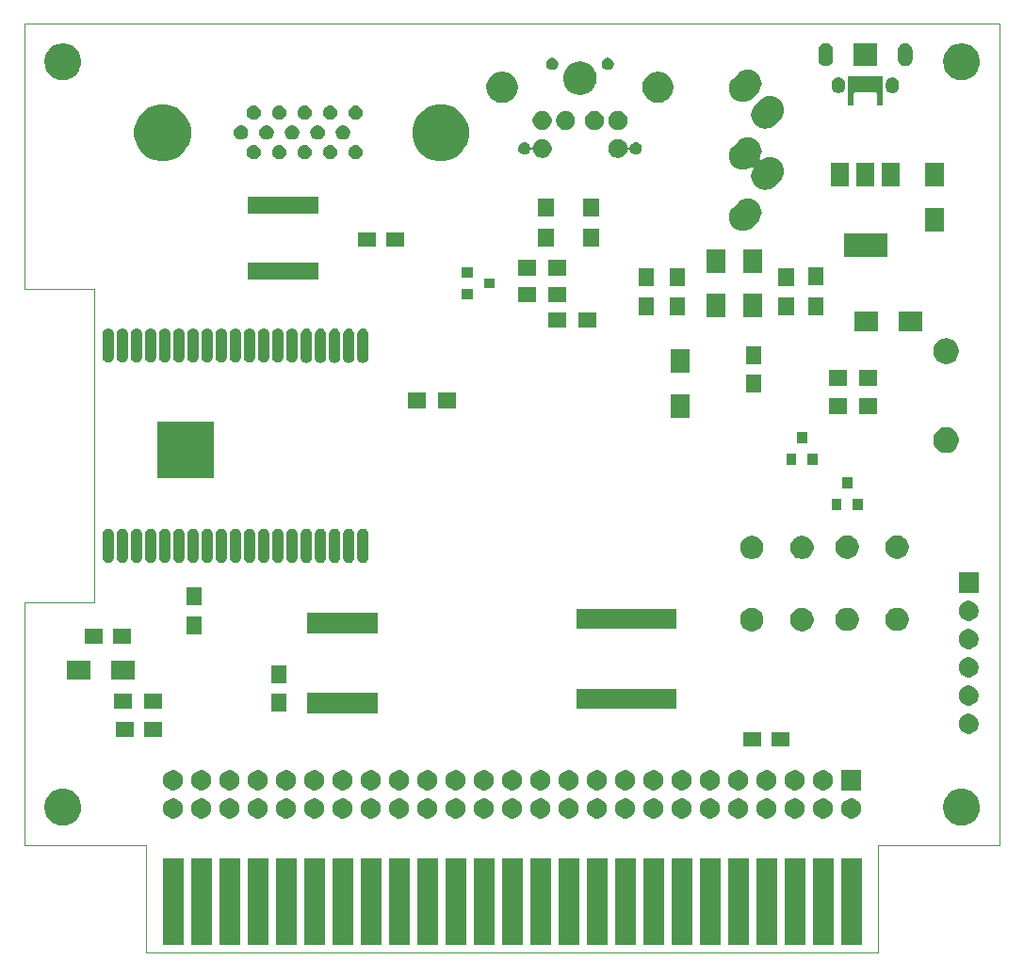
<source format=gbr>
G04 #@! TF.GenerationSoftware,KiCad,Pcbnew,(5.1.5)-3*
G04 #@! TF.CreationDate,2021-09-07T21:26:42+12:00*
G04 #@! TF.ProjectId,PocketTRS,506f636b-6574-4545-9253-2e6b69636164,rev?*
G04 #@! TF.SameCoordinates,Original*
G04 #@! TF.FileFunction,Soldermask,Top*
G04 #@! TF.FilePolarity,Negative*
%FSLAX46Y46*%
G04 Gerber Fmt 4.6, Leading zero omitted, Abs format (unit mm)*
G04 Created by KiCad (PCBNEW (5.1.5)-3) date 2021-09-07 21:26:42*
%MOMM*%
%LPD*%
G04 APERTURE LIST*
%ADD10C,0.050000*%
%ADD11C,0.100000*%
G04 APERTURE END LIST*
D10*
X175260000Y-135890000D02*
X176022000Y-135890000D01*
X241808000Y-145542000D02*
X241300000Y-145542000D01*
X241808000Y-135890000D02*
X252730000Y-135890000D01*
X241808000Y-145542000D02*
X241808000Y-135890000D01*
X176022000Y-145542000D02*
X241300000Y-145542000D01*
X176022000Y-135890000D02*
X176022000Y-145542000D01*
X165100000Y-135890000D02*
X175260000Y-135890000D01*
X165100000Y-135890000D02*
X165100000Y-114046000D01*
X165100000Y-64770000D02*
X165100000Y-85852000D01*
X171323000Y-85852000D02*
X171323000Y-90805000D01*
X171323000Y-85852000D02*
X165100000Y-85852000D01*
X171323000Y-114046000D02*
X171323000Y-90805000D01*
X165100000Y-114046000D02*
X171323000Y-114046000D01*
X252730000Y-64770000D02*
X252730000Y-61976000D01*
X165100000Y-61976000D02*
X165100000Y-64770000D01*
X252730000Y-64770000D02*
X252730000Y-135890000D01*
X165100000Y-61976000D02*
X252730000Y-61976000D01*
D11*
G36*
X240335000Y-144831000D02*
G01*
X238455000Y-144831000D01*
X238455000Y-137109000D01*
X240335000Y-137109000D01*
X240335000Y-144831000D01*
G37*
G36*
X209855000Y-144831000D02*
G01*
X207975000Y-144831000D01*
X207975000Y-137109000D01*
X209855000Y-137109000D01*
X209855000Y-144831000D01*
G37*
G36*
X179375000Y-144831000D02*
G01*
X177495000Y-144831000D01*
X177495000Y-137109000D01*
X179375000Y-137109000D01*
X179375000Y-144831000D01*
G37*
G36*
X181915000Y-144831000D02*
G01*
X180035000Y-144831000D01*
X180035000Y-137109000D01*
X181915000Y-137109000D01*
X181915000Y-144831000D01*
G37*
G36*
X184455000Y-144831000D02*
G01*
X182575000Y-144831000D01*
X182575000Y-137109000D01*
X184455000Y-137109000D01*
X184455000Y-144831000D01*
G37*
G36*
X186995000Y-144831000D02*
G01*
X185115000Y-144831000D01*
X185115000Y-137109000D01*
X186995000Y-137109000D01*
X186995000Y-144831000D01*
G37*
G36*
X189535000Y-144831000D02*
G01*
X187655000Y-144831000D01*
X187655000Y-137109000D01*
X189535000Y-137109000D01*
X189535000Y-144831000D01*
G37*
G36*
X192075000Y-144831000D02*
G01*
X190195000Y-144831000D01*
X190195000Y-137109000D01*
X192075000Y-137109000D01*
X192075000Y-144831000D01*
G37*
G36*
X194615000Y-144831000D02*
G01*
X192735000Y-144831000D01*
X192735000Y-137109000D01*
X194615000Y-137109000D01*
X194615000Y-144831000D01*
G37*
G36*
X197155000Y-144831000D02*
G01*
X195275000Y-144831000D01*
X195275000Y-137109000D01*
X197155000Y-137109000D01*
X197155000Y-144831000D01*
G37*
G36*
X199695000Y-144831000D02*
G01*
X197815000Y-144831000D01*
X197815000Y-137109000D01*
X199695000Y-137109000D01*
X199695000Y-144831000D01*
G37*
G36*
X202235000Y-144831000D02*
G01*
X200355000Y-144831000D01*
X200355000Y-137109000D01*
X202235000Y-137109000D01*
X202235000Y-144831000D01*
G37*
G36*
X204775000Y-144831000D02*
G01*
X202895000Y-144831000D01*
X202895000Y-137109000D01*
X204775000Y-137109000D01*
X204775000Y-144831000D01*
G37*
G36*
X212395000Y-144831000D02*
G01*
X210515000Y-144831000D01*
X210515000Y-137109000D01*
X212395000Y-137109000D01*
X212395000Y-144831000D01*
G37*
G36*
X214935000Y-144831000D02*
G01*
X213055000Y-144831000D01*
X213055000Y-137109000D01*
X214935000Y-137109000D01*
X214935000Y-144831000D01*
G37*
G36*
X217475000Y-144831000D02*
G01*
X215595000Y-144831000D01*
X215595000Y-137109000D01*
X217475000Y-137109000D01*
X217475000Y-144831000D01*
G37*
G36*
X220015000Y-144831000D02*
G01*
X218135000Y-144831000D01*
X218135000Y-137109000D01*
X220015000Y-137109000D01*
X220015000Y-144831000D01*
G37*
G36*
X222555000Y-144831000D02*
G01*
X220675000Y-144831000D01*
X220675000Y-137109000D01*
X222555000Y-137109000D01*
X222555000Y-144831000D01*
G37*
G36*
X225095000Y-144831000D02*
G01*
X223215000Y-144831000D01*
X223215000Y-137109000D01*
X225095000Y-137109000D01*
X225095000Y-144831000D01*
G37*
G36*
X227635000Y-144831000D02*
G01*
X225755000Y-144831000D01*
X225755000Y-137109000D01*
X227635000Y-137109000D01*
X227635000Y-144831000D01*
G37*
G36*
X230175000Y-144831000D02*
G01*
X228295000Y-144831000D01*
X228295000Y-137109000D01*
X230175000Y-137109000D01*
X230175000Y-144831000D01*
G37*
G36*
X232715000Y-144831000D02*
G01*
X230835000Y-144831000D01*
X230835000Y-137109000D01*
X232715000Y-137109000D01*
X232715000Y-144831000D01*
G37*
G36*
X235255000Y-144831000D02*
G01*
X233375000Y-144831000D01*
X233375000Y-137109000D01*
X235255000Y-137109000D01*
X235255000Y-144831000D01*
G37*
G36*
X237795000Y-144831000D02*
G01*
X235915000Y-144831000D01*
X235915000Y-137109000D01*
X237795000Y-137109000D01*
X237795000Y-144831000D01*
G37*
G36*
X207315000Y-144831000D02*
G01*
X205435000Y-144831000D01*
X205435000Y-137109000D01*
X207315000Y-137109000D01*
X207315000Y-144831000D01*
G37*
G36*
X249646886Y-130846456D02*
G01*
X249782579Y-130873447D01*
X250083042Y-130997903D01*
X250353451Y-131178585D01*
X250583415Y-131408549D01*
X250583416Y-131408551D01*
X250764098Y-131678960D01*
X250888553Y-131979422D01*
X250952000Y-132298389D01*
X250952000Y-132623611D01*
X250909702Y-132836256D01*
X250888553Y-132942579D01*
X250764097Y-133243042D01*
X250583415Y-133513451D01*
X250353451Y-133743415D01*
X250083042Y-133924097D01*
X249782579Y-134048553D01*
X249676256Y-134069702D01*
X249463611Y-134112000D01*
X249138389Y-134112000D01*
X248925744Y-134069702D01*
X248819421Y-134048553D01*
X248518958Y-133924097D01*
X248248549Y-133743415D01*
X248018585Y-133513451D01*
X247837903Y-133243042D01*
X247713447Y-132942579D01*
X247692298Y-132836256D01*
X247650000Y-132623611D01*
X247650000Y-132298389D01*
X247713447Y-131979422D01*
X247837902Y-131678960D01*
X248018584Y-131408551D01*
X248018585Y-131408549D01*
X248248549Y-131178585D01*
X248518958Y-130997903D01*
X248819421Y-130873447D01*
X248955114Y-130846456D01*
X249138389Y-130810000D01*
X249463611Y-130810000D01*
X249646886Y-130846456D01*
G37*
G36*
X168874886Y-130846456D02*
G01*
X169010579Y-130873447D01*
X169311042Y-130997903D01*
X169581451Y-131178585D01*
X169811415Y-131408549D01*
X169811416Y-131408551D01*
X169992098Y-131678960D01*
X170116553Y-131979422D01*
X170180000Y-132298389D01*
X170180000Y-132623611D01*
X170137702Y-132836256D01*
X170116553Y-132942579D01*
X169992097Y-133243042D01*
X169811415Y-133513451D01*
X169581451Y-133743415D01*
X169311042Y-133924097D01*
X169010579Y-134048553D01*
X168904256Y-134069702D01*
X168691611Y-134112000D01*
X168366389Y-134112000D01*
X168153744Y-134069702D01*
X168047421Y-134048553D01*
X167746958Y-133924097D01*
X167476549Y-133743415D01*
X167246585Y-133513451D01*
X167065903Y-133243042D01*
X166941447Y-132942579D01*
X166920298Y-132836256D01*
X166878000Y-132623611D01*
X166878000Y-132298389D01*
X166941447Y-131979422D01*
X167065902Y-131678960D01*
X167246584Y-131408551D01*
X167246585Y-131408549D01*
X167476549Y-131178585D01*
X167746958Y-130997903D01*
X168047421Y-130873447D01*
X168183114Y-130846456D01*
X168366389Y-130810000D01*
X168691611Y-130810000D01*
X168874886Y-130846456D01*
G37*
G36*
X216648512Y-131691927D02*
G01*
X216797812Y-131721624D01*
X216961784Y-131789544D01*
X217109354Y-131888147D01*
X217234853Y-132013646D01*
X217333456Y-132161216D01*
X217401376Y-132325188D01*
X217436000Y-132499259D01*
X217436000Y-132676741D01*
X217401376Y-132850812D01*
X217333456Y-133014784D01*
X217234853Y-133162354D01*
X217109354Y-133287853D01*
X216961784Y-133386456D01*
X216797812Y-133454376D01*
X216648512Y-133484073D01*
X216623742Y-133489000D01*
X216446258Y-133489000D01*
X216421488Y-133484073D01*
X216272188Y-133454376D01*
X216108216Y-133386456D01*
X215960646Y-133287853D01*
X215835147Y-133162354D01*
X215736544Y-133014784D01*
X215668624Y-132850812D01*
X215634000Y-132676741D01*
X215634000Y-132499259D01*
X215668624Y-132325188D01*
X215736544Y-132161216D01*
X215835147Y-132013646D01*
X215960646Y-131888147D01*
X216108216Y-131789544D01*
X216272188Y-131721624D01*
X216421488Y-131691927D01*
X216446258Y-131687000D01*
X216623742Y-131687000D01*
X216648512Y-131691927D01*
G37*
G36*
X183628512Y-131691927D02*
G01*
X183777812Y-131721624D01*
X183941784Y-131789544D01*
X184089354Y-131888147D01*
X184214853Y-132013646D01*
X184313456Y-132161216D01*
X184381376Y-132325188D01*
X184416000Y-132499259D01*
X184416000Y-132676741D01*
X184381376Y-132850812D01*
X184313456Y-133014784D01*
X184214853Y-133162354D01*
X184089354Y-133287853D01*
X183941784Y-133386456D01*
X183777812Y-133454376D01*
X183628512Y-133484073D01*
X183603742Y-133489000D01*
X183426258Y-133489000D01*
X183401488Y-133484073D01*
X183252188Y-133454376D01*
X183088216Y-133386456D01*
X182940646Y-133287853D01*
X182815147Y-133162354D01*
X182716544Y-133014784D01*
X182648624Y-132850812D01*
X182614000Y-132676741D01*
X182614000Y-132499259D01*
X182648624Y-132325188D01*
X182716544Y-132161216D01*
X182815147Y-132013646D01*
X182940646Y-131888147D01*
X183088216Y-131789544D01*
X183252188Y-131721624D01*
X183401488Y-131691927D01*
X183426258Y-131687000D01*
X183603742Y-131687000D01*
X183628512Y-131691927D01*
G37*
G36*
X186168512Y-131691927D02*
G01*
X186317812Y-131721624D01*
X186481784Y-131789544D01*
X186629354Y-131888147D01*
X186754853Y-132013646D01*
X186853456Y-132161216D01*
X186921376Y-132325188D01*
X186956000Y-132499259D01*
X186956000Y-132676741D01*
X186921376Y-132850812D01*
X186853456Y-133014784D01*
X186754853Y-133162354D01*
X186629354Y-133287853D01*
X186481784Y-133386456D01*
X186317812Y-133454376D01*
X186168512Y-133484073D01*
X186143742Y-133489000D01*
X185966258Y-133489000D01*
X185941488Y-133484073D01*
X185792188Y-133454376D01*
X185628216Y-133386456D01*
X185480646Y-133287853D01*
X185355147Y-133162354D01*
X185256544Y-133014784D01*
X185188624Y-132850812D01*
X185154000Y-132676741D01*
X185154000Y-132499259D01*
X185188624Y-132325188D01*
X185256544Y-132161216D01*
X185355147Y-132013646D01*
X185480646Y-131888147D01*
X185628216Y-131789544D01*
X185792188Y-131721624D01*
X185941488Y-131691927D01*
X185966258Y-131687000D01*
X186143742Y-131687000D01*
X186168512Y-131691927D01*
G37*
G36*
X188708512Y-131691927D02*
G01*
X188857812Y-131721624D01*
X189021784Y-131789544D01*
X189169354Y-131888147D01*
X189294853Y-132013646D01*
X189393456Y-132161216D01*
X189461376Y-132325188D01*
X189496000Y-132499259D01*
X189496000Y-132676741D01*
X189461376Y-132850812D01*
X189393456Y-133014784D01*
X189294853Y-133162354D01*
X189169354Y-133287853D01*
X189021784Y-133386456D01*
X188857812Y-133454376D01*
X188708512Y-133484073D01*
X188683742Y-133489000D01*
X188506258Y-133489000D01*
X188481488Y-133484073D01*
X188332188Y-133454376D01*
X188168216Y-133386456D01*
X188020646Y-133287853D01*
X187895147Y-133162354D01*
X187796544Y-133014784D01*
X187728624Y-132850812D01*
X187694000Y-132676741D01*
X187694000Y-132499259D01*
X187728624Y-132325188D01*
X187796544Y-132161216D01*
X187895147Y-132013646D01*
X188020646Y-131888147D01*
X188168216Y-131789544D01*
X188332188Y-131721624D01*
X188481488Y-131691927D01*
X188506258Y-131687000D01*
X188683742Y-131687000D01*
X188708512Y-131691927D01*
G37*
G36*
X191248512Y-131691927D02*
G01*
X191397812Y-131721624D01*
X191561784Y-131789544D01*
X191709354Y-131888147D01*
X191834853Y-132013646D01*
X191933456Y-132161216D01*
X192001376Y-132325188D01*
X192036000Y-132499259D01*
X192036000Y-132676741D01*
X192001376Y-132850812D01*
X191933456Y-133014784D01*
X191834853Y-133162354D01*
X191709354Y-133287853D01*
X191561784Y-133386456D01*
X191397812Y-133454376D01*
X191248512Y-133484073D01*
X191223742Y-133489000D01*
X191046258Y-133489000D01*
X191021488Y-133484073D01*
X190872188Y-133454376D01*
X190708216Y-133386456D01*
X190560646Y-133287853D01*
X190435147Y-133162354D01*
X190336544Y-133014784D01*
X190268624Y-132850812D01*
X190234000Y-132676741D01*
X190234000Y-132499259D01*
X190268624Y-132325188D01*
X190336544Y-132161216D01*
X190435147Y-132013646D01*
X190560646Y-131888147D01*
X190708216Y-131789544D01*
X190872188Y-131721624D01*
X191021488Y-131691927D01*
X191046258Y-131687000D01*
X191223742Y-131687000D01*
X191248512Y-131691927D01*
G37*
G36*
X193788512Y-131691927D02*
G01*
X193937812Y-131721624D01*
X194101784Y-131789544D01*
X194249354Y-131888147D01*
X194374853Y-132013646D01*
X194473456Y-132161216D01*
X194541376Y-132325188D01*
X194576000Y-132499259D01*
X194576000Y-132676741D01*
X194541376Y-132850812D01*
X194473456Y-133014784D01*
X194374853Y-133162354D01*
X194249354Y-133287853D01*
X194101784Y-133386456D01*
X193937812Y-133454376D01*
X193788512Y-133484073D01*
X193763742Y-133489000D01*
X193586258Y-133489000D01*
X193561488Y-133484073D01*
X193412188Y-133454376D01*
X193248216Y-133386456D01*
X193100646Y-133287853D01*
X192975147Y-133162354D01*
X192876544Y-133014784D01*
X192808624Y-132850812D01*
X192774000Y-132676741D01*
X192774000Y-132499259D01*
X192808624Y-132325188D01*
X192876544Y-132161216D01*
X192975147Y-132013646D01*
X193100646Y-131888147D01*
X193248216Y-131789544D01*
X193412188Y-131721624D01*
X193561488Y-131691927D01*
X193586258Y-131687000D01*
X193763742Y-131687000D01*
X193788512Y-131691927D01*
G37*
G36*
X196328512Y-131691927D02*
G01*
X196477812Y-131721624D01*
X196641784Y-131789544D01*
X196789354Y-131888147D01*
X196914853Y-132013646D01*
X197013456Y-132161216D01*
X197081376Y-132325188D01*
X197116000Y-132499259D01*
X197116000Y-132676741D01*
X197081376Y-132850812D01*
X197013456Y-133014784D01*
X196914853Y-133162354D01*
X196789354Y-133287853D01*
X196641784Y-133386456D01*
X196477812Y-133454376D01*
X196328512Y-133484073D01*
X196303742Y-133489000D01*
X196126258Y-133489000D01*
X196101488Y-133484073D01*
X195952188Y-133454376D01*
X195788216Y-133386456D01*
X195640646Y-133287853D01*
X195515147Y-133162354D01*
X195416544Y-133014784D01*
X195348624Y-132850812D01*
X195314000Y-132676741D01*
X195314000Y-132499259D01*
X195348624Y-132325188D01*
X195416544Y-132161216D01*
X195515147Y-132013646D01*
X195640646Y-131888147D01*
X195788216Y-131789544D01*
X195952188Y-131721624D01*
X196101488Y-131691927D01*
X196126258Y-131687000D01*
X196303742Y-131687000D01*
X196328512Y-131691927D01*
G37*
G36*
X198868512Y-131691927D02*
G01*
X199017812Y-131721624D01*
X199181784Y-131789544D01*
X199329354Y-131888147D01*
X199454853Y-132013646D01*
X199553456Y-132161216D01*
X199621376Y-132325188D01*
X199656000Y-132499259D01*
X199656000Y-132676741D01*
X199621376Y-132850812D01*
X199553456Y-133014784D01*
X199454853Y-133162354D01*
X199329354Y-133287853D01*
X199181784Y-133386456D01*
X199017812Y-133454376D01*
X198868512Y-133484073D01*
X198843742Y-133489000D01*
X198666258Y-133489000D01*
X198641488Y-133484073D01*
X198492188Y-133454376D01*
X198328216Y-133386456D01*
X198180646Y-133287853D01*
X198055147Y-133162354D01*
X197956544Y-133014784D01*
X197888624Y-132850812D01*
X197854000Y-132676741D01*
X197854000Y-132499259D01*
X197888624Y-132325188D01*
X197956544Y-132161216D01*
X198055147Y-132013646D01*
X198180646Y-131888147D01*
X198328216Y-131789544D01*
X198492188Y-131721624D01*
X198641488Y-131691927D01*
X198666258Y-131687000D01*
X198843742Y-131687000D01*
X198868512Y-131691927D01*
G37*
G36*
X201408512Y-131691927D02*
G01*
X201557812Y-131721624D01*
X201721784Y-131789544D01*
X201869354Y-131888147D01*
X201994853Y-132013646D01*
X202093456Y-132161216D01*
X202161376Y-132325188D01*
X202196000Y-132499259D01*
X202196000Y-132676741D01*
X202161376Y-132850812D01*
X202093456Y-133014784D01*
X201994853Y-133162354D01*
X201869354Y-133287853D01*
X201721784Y-133386456D01*
X201557812Y-133454376D01*
X201408512Y-133484073D01*
X201383742Y-133489000D01*
X201206258Y-133489000D01*
X201181488Y-133484073D01*
X201032188Y-133454376D01*
X200868216Y-133386456D01*
X200720646Y-133287853D01*
X200595147Y-133162354D01*
X200496544Y-133014784D01*
X200428624Y-132850812D01*
X200394000Y-132676741D01*
X200394000Y-132499259D01*
X200428624Y-132325188D01*
X200496544Y-132161216D01*
X200595147Y-132013646D01*
X200720646Y-131888147D01*
X200868216Y-131789544D01*
X201032188Y-131721624D01*
X201181488Y-131691927D01*
X201206258Y-131687000D01*
X201383742Y-131687000D01*
X201408512Y-131691927D01*
G37*
G36*
X203948512Y-131691927D02*
G01*
X204097812Y-131721624D01*
X204261784Y-131789544D01*
X204409354Y-131888147D01*
X204534853Y-132013646D01*
X204633456Y-132161216D01*
X204701376Y-132325188D01*
X204736000Y-132499259D01*
X204736000Y-132676741D01*
X204701376Y-132850812D01*
X204633456Y-133014784D01*
X204534853Y-133162354D01*
X204409354Y-133287853D01*
X204261784Y-133386456D01*
X204097812Y-133454376D01*
X203948512Y-133484073D01*
X203923742Y-133489000D01*
X203746258Y-133489000D01*
X203721488Y-133484073D01*
X203572188Y-133454376D01*
X203408216Y-133386456D01*
X203260646Y-133287853D01*
X203135147Y-133162354D01*
X203036544Y-133014784D01*
X202968624Y-132850812D01*
X202934000Y-132676741D01*
X202934000Y-132499259D01*
X202968624Y-132325188D01*
X203036544Y-132161216D01*
X203135147Y-132013646D01*
X203260646Y-131888147D01*
X203408216Y-131789544D01*
X203572188Y-131721624D01*
X203721488Y-131691927D01*
X203746258Y-131687000D01*
X203923742Y-131687000D01*
X203948512Y-131691927D01*
G37*
G36*
X206488512Y-131691927D02*
G01*
X206637812Y-131721624D01*
X206801784Y-131789544D01*
X206949354Y-131888147D01*
X207074853Y-132013646D01*
X207173456Y-132161216D01*
X207241376Y-132325188D01*
X207276000Y-132499259D01*
X207276000Y-132676741D01*
X207241376Y-132850812D01*
X207173456Y-133014784D01*
X207074853Y-133162354D01*
X206949354Y-133287853D01*
X206801784Y-133386456D01*
X206637812Y-133454376D01*
X206488512Y-133484073D01*
X206463742Y-133489000D01*
X206286258Y-133489000D01*
X206261488Y-133484073D01*
X206112188Y-133454376D01*
X205948216Y-133386456D01*
X205800646Y-133287853D01*
X205675147Y-133162354D01*
X205576544Y-133014784D01*
X205508624Y-132850812D01*
X205474000Y-132676741D01*
X205474000Y-132499259D01*
X205508624Y-132325188D01*
X205576544Y-132161216D01*
X205675147Y-132013646D01*
X205800646Y-131888147D01*
X205948216Y-131789544D01*
X206112188Y-131721624D01*
X206261488Y-131691927D01*
X206286258Y-131687000D01*
X206463742Y-131687000D01*
X206488512Y-131691927D01*
G37*
G36*
X178548512Y-131691927D02*
G01*
X178697812Y-131721624D01*
X178861784Y-131789544D01*
X179009354Y-131888147D01*
X179134853Y-132013646D01*
X179233456Y-132161216D01*
X179301376Y-132325188D01*
X179336000Y-132499259D01*
X179336000Y-132676741D01*
X179301376Y-132850812D01*
X179233456Y-133014784D01*
X179134853Y-133162354D01*
X179009354Y-133287853D01*
X178861784Y-133386456D01*
X178697812Y-133454376D01*
X178548512Y-133484073D01*
X178523742Y-133489000D01*
X178346258Y-133489000D01*
X178321488Y-133484073D01*
X178172188Y-133454376D01*
X178008216Y-133386456D01*
X177860646Y-133287853D01*
X177735147Y-133162354D01*
X177636544Y-133014784D01*
X177568624Y-132850812D01*
X177534000Y-132676741D01*
X177534000Y-132499259D01*
X177568624Y-132325188D01*
X177636544Y-132161216D01*
X177735147Y-132013646D01*
X177860646Y-131888147D01*
X178008216Y-131789544D01*
X178172188Y-131721624D01*
X178321488Y-131691927D01*
X178346258Y-131687000D01*
X178523742Y-131687000D01*
X178548512Y-131691927D01*
G37*
G36*
X211568512Y-131691927D02*
G01*
X211717812Y-131721624D01*
X211881784Y-131789544D01*
X212029354Y-131888147D01*
X212154853Y-132013646D01*
X212253456Y-132161216D01*
X212321376Y-132325188D01*
X212356000Y-132499259D01*
X212356000Y-132676741D01*
X212321376Y-132850812D01*
X212253456Y-133014784D01*
X212154853Y-133162354D01*
X212029354Y-133287853D01*
X211881784Y-133386456D01*
X211717812Y-133454376D01*
X211568512Y-133484073D01*
X211543742Y-133489000D01*
X211366258Y-133489000D01*
X211341488Y-133484073D01*
X211192188Y-133454376D01*
X211028216Y-133386456D01*
X210880646Y-133287853D01*
X210755147Y-133162354D01*
X210656544Y-133014784D01*
X210588624Y-132850812D01*
X210554000Y-132676741D01*
X210554000Y-132499259D01*
X210588624Y-132325188D01*
X210656544Y-132161216D01*
X210755147Y-132013646D01*
X210880646Y-131888147D01*
X211028216Y-131789544D01*
X211192188Y-131721624D01*
X211341488Y-131691927D01*
X211366258Y-131687000D01*
X211543742Y-131687000D01*
X211568512Y-131691927D01*
G37*
G36*
X219188512Y-131691927D02*
G01*
X219337812Y-131721624D01*
X219501784Y-131789544D01*
X219649354Y-131888147D01*
X219774853Y-132013646D01*
X219873456Y-132161216D01*
X219941376Y-132325188D01*
X219976000Y-132499259D01*
X219976000Y-132676741D01*
X219941376Y-132850812D01*
X219873456Y-133014784D01*
X219774853Y-133162354D01*
X219649354Y-133287853D01*
X219501784Y-133386456D01*
X219337812Y-133454376D01*
X219188512Y-133484073D01*
X219163742Y-133489000D01*
X218986258Y-133489000D01*
X218961488Y-133484073D01*
X218812188Y-133454376D01*
X218648216Y-133386456D01*
X218500646Y-133287853D01*
X218375147Y-133162354D01*
X218276544Y-133014784D01*
X218208624Y-132850812D01*
X218174000Y-132676741D01*
X218174000Y-132499259D01*
X218208624Y-132325188D01*
X218276544Y-132161216D01*
X218375147Y-132013646D01*
X218500646Y-131888147D01*
X218648216Y-131789544D01*
X218812188Y-131721624D01*
X218961488Y-131691927D01*
X218986258Y-131687000D01*
X219163742Y-131687000D01*
X219188512Y-131691927D01*
G37*
G36*
X221728512Y-131691927D02*
G01*
X221877812Y-131721624D01*
X222041784Y-131789544D01*
X222189354Y-131888147D01*
X222314853Y-132013646D01*
X222413456Y-132161216D01*
X222481376Y-132325188D01*
X222516000Y-132499259D01*
X222516000Y-132676741D01*
X222481376Y-132850812D01*
X222413456Y-133014784D01*
X222314853Y-133162354D01*
X222189354Y-133287853D01*
X222041784Y-133386456D01*
X221877812Y-133454376D01*
X221728512Y-133484073D01*
X221703742Y-133489000D01*
X221526258Y-133489000D01*
X221501488Y-133484073D01*
X221352188Y-133454376D01*
X221188216Y-133386456D01*
X221040646Y-133287853D01*
X220915147Y-133162354D01*
X220816544Y-133014784D01*
X220748624Y-132850812D01*
X220714000Y-132676741D01*
X220714000Y-132499259D01*
X220748624Y-132325188D01*
X220816544Y-132161216D01*
X220915147Y-132013646D01*
X221040646Y-131888147D01*
X221188216Y-131789544D01*
X221352188Y-131721624D01*
X221501488Y-131691927D01*
X221526258Y-131687000D01*
X221703742Y-131687000D01*
X221728512Y-131691927D01*
G37*
G36*
X224268512Y-131691927D02*
G01*
X224417812Y-131721624D01*
X224581784Y-131789544D01*
X224729354Y-131888147D01*
X224854853Y-132013646D01*
X224953456Y-132161216D01*
X225021376Y-132325188D01*
X225056000Y-132499259D01*
X225056000Y-132676741D01*
X225021376Y-132850812D01*
X224953456Y-133014784D01*
X224854853Y-133162354D01*
X224729354Y-133287853D01*
X224581784Y-133386456D01*
X224417812Y-133454376D01*
X224268512Y-133484073D01*
X224243742Y-133489000D01*
X224066258Y-133489000D01*
X224041488Y-133484073D01*
X223892188Y-133454376D01*
X223728216Y-133386456D01*
X223580646Y-133287853D01*
X223455147Y-133162354D01*
X223356544Y-133014784D01*
X223288624Y-132850812D01*
X223254000Y-132676741D01*
X223254000Y-132499259D01*
X223288624Y-132325188D01*
X223356544Y-132161216D01*
X223455147Y-132013646D01*
X223580646Y-131888147D01*
X223728216Y-131789544D01*
X223892188Y-131721624D01*
X224041488Y-131691927D01*
X224066258Y-131687000D01*
X224243742Y-131687000D01*
X224268512Y-131691927D01*
G37*
G36*
X226808512Y-131691927D02*
G01*
X226957812Y-131721624D01*
X227121784Y-131789544D01*
X227269354Y-131888147D01*
X227394853Y-132013646D01*
X227493456Y-132161216D01*
X227561376Y-132325188D01*
X227596000Y-132499259D01*
X227596000Y-132676741D01*
X227561376Y-132850812D01*
X227493456Y-133014784D01*
X227394853Y-133162354D01*
X227269354Y-133287853D01*
X227121784Y-133386456D01*
X226957812Y-133454376D01*
X226808512Y-133484073D01*
X226783742Y-133489000D01*
X226606258Y-133489000D01*
X226581488Y-133484073D01*
X226432188Y-133454376D01*
X226268216Y-133386456D01*
X226120646Y-133287853D01*
X225995147Y-133162354D01*
X225896544Y-133014784D01*
X225828624Y-132850812D01*
X225794000Y-132676741D01*
X225794000Y-132499259D01*
X225828624Y-132325188D01*
X225896544Y-132161216D01*
X225995147Y-132013646D01*
X226120646Y-131888147D01*
X226268216Y-131789544D01*
X226432188Y-131721624D01*
X226581488Y-131691927D01*
X226606258Y-131687000D01*
X226783742Y-131687000D01*
X226808512Y-131691927D01*
G37*
G36*
X229348512Y-131691927D02*
G01*
X229497812Y-131721624D01*
X229661784Y-131789544D01*
X229809354Y-131888147D01*
X229934853Y-132013646D01*
X230033456Y-132161216D01*
X230101376Y-132325188D01*
X230136000Y-132499259D01*
X230136000Y-132676741D01*
X230101376Y-132850812D01*
X230033456Y-133014784D01*
X229934853Y-133162354D01*
X229809354Y-133287853D01*
X229661784Y-133386456D01*
X229497812Y-133454376D01*
X229348512Y-133484073D01*
X229323742Y-133489000D01*
X229146258Y-133489000D01*
X229121488Y-133484073D01*
X228972188Y-133454376D01*
X228808216Y-133386456D01*
X228660646Y-133287853D01*
X228535147Y-133162354D01*
X228436544Y-133014784D01*
X228368624Y-132850812D01*
X228334000Y-132676741D01*
X228334000Y-132499259D01*
X228368624Y-132325188D01*
X228436544Y-132161216D01*
X228535147Y-132013646D01*
X228660646Y-131888147D01*
X228808216Y-131789544D01*
X228972188Y-131721624D01*
X229121488Y-131691927D01*
X229146258Y-131687000D01*
X229323742Y-131687000D01*
X229348512Y-131691927D01*
G37*
G36*
X231888512Y-131691927D02*
G01*
X232037812Y-131721624D01*
X232201784Y-131789544D01*
X232349354Y-131888147D01*
X232474853Y-132013646D01*
X232573456Y-132161216D01*
X232641376Y-132325188D01*
X232676000Y-132499259D01*
X232676000Y-132676741D01*
X232641376Y-132850812D01*
X232573456Y-133014784D01*
X232474853Y-133162354D01*
X232349354Y-133287853D01*
X232201784Y-133386456D01*
X232037812Y-133454376D01*
X231888512Y-133484073D01*
X231863742Y-133489000D01*
X231686258Y-133489000D01*
X231661488Y-133484073D01*
X231512188Y-133454376D01*
X231348216Y-133386456D01*
X231200646Y-133287853D01*
X231075147Y-133162354D01*
X230976544Y-133014784D01*
X230908624Y-132850812D01*
X230874000Y-132676741D01*
X230874000Y-132499259D01*
X230908624Y-132325188D01*
X230976544Y-132161216D01*
X231075147Y-132013646D01*
X231200646Y-131888147D01*
X231348216Y-131789544D01*
X231512188Y-131721624D01*
X231661488Y-131691927D01*
X231686258Y-131687000D01*
X231863742Y-131687000D01*
X231888512Y-131691927D01*
G37*
G36*
X234428512Y-131691927D02*
G01*
X234577812Y-131721624D01*
X234741784Y-131789544D01*
X234889354Y-131888147D01*
X235014853Y-132013646D01*
X235113456Y-132161216D01*
X235181376Y-132325188D01*
X235216000Y-132499259D01*
X235216000Y-132676741D01*
X235181376Y-132850812D01*
X235113456Y-133014784D01*
X235014853Y-133162354D01*
X234889354Y-133287853D01*
X234741784Y-133386456D01*
X234577812Y-133454376D01*
X234428512Y-133484073D01*
X234403742Y-133489000D01*
X234226258Y-133489000D01*
X234201488Y-133484073D01*
X234052188Y-133454376D01*
X233888216Y-133386456D01*
X233740646Y-133287853D01*
X233615147Y-133162354D01*
X233516544Y-133014784D01*
X233448624Y-132850812D01*
X233414000Y-132676741D01*
X233414000Y-132499259D01*
X233448624Y-132325188D01*
X233516544Y-132161216D01*
X233615147Y-132013646D01*
X233740646Y-131888147D01*
X233888216Y-131789544D01*
X234052188Y-131721624D01*
X234201488Y-131691927D01*
X234226258Y-131687000D01*
X234403742Y-131687000D01*
X234428512Y-131691927D01*
G37*
G36*
X236968512Y-131691927D02*
G01*
X237117812Y-131721624D01*
X237281784Y-131789544D01*
X237429354Y-131888147D01*
X237554853Y-132013646D01*
X237653456Y-132161216D01*
X237721376Y-132325188D01*
X237756000Y-132499259D01*
X237756000Y-132676741D01*
X237721376Y-132850812D01*
X237653456Y-133014784D01*
X237554853Y-133162354D01*
X237429354Y-133287853D01*
X237281784Y-133386456D01*
X237117812Y-133454376D01*
X236968512Y-133484073D01*
X236943742Y-133489000D01*
X236766258Y-133489000D01*
X236741488Y-133484073D01*
X236592188Y-133454376D01*
X236428216Y-133386456D01*
X236280646Y-133287853D01*
X236155147Y-133162354D01*
X236056544Y-133014784D01*
X235988624Y-132850812D01*
X235954000Y-132676741D01*
X235954000Y-132499259D01*
X235988624Y-132325188D01*
X236056544Y-132161216D01*
X236155147Y-132013646D01*
X236280646Y-131888147D01*
X236428216Y-131789544D01*
X236592188Y-131721624D01*
X236741488Y-131691927D01*
X236766258Y-131687000D01*
X236943742Y-131687000D01*
X236968512Y-131691927D01*
G37*
G36*
X209028512Y-131691927D02*
G01*
X209177812Y-131721624D01*
X209341784Y-131789544D01*
X209489354Y-131888147D01*
X209614853Y-132013646D01*
X209713456Y-132161216D01*
X209781376Y-132325188D01*
X209816000Y-132499259D01*
X209816000Y-132676741D01*
X209781376Y-132850812D01*
X209713456Y-133014784D01*
X209614853Y-133162354D01*
X209489354Y-133287853D01*
X209341784Y-133386456D01*
X209177812Y-133454376D01*
X209028512Y-133484073D01*
X209003742Y-133489000D01*
X208826258Y-133489000D01*
X208801488Y-133484073D01*
X208652188Y-133454376D01*
X208488216Y-133386456D01*
X208340646Y-133287853D01*
X208215147Y-133162354D01*
X208116544Y-133014784D01*
X208048624Y-132850812D01*
X208014000Y-132676741D01*
X208014000Y-132499259D01*
X208048624Y-132325188D01*
X208116544Y-132161216D01*
X208215147Y-132013646D01*
X208340646Y-131888147D01*
X208488216Y-131789544D01*
X208652188Y-131721624D01*
X208801488Y-131691927D01*
X208826258Y-131687000D01*
X209003742Y-131687000D01*
X209028512Y-131691927D01*
G37*
G36*
X239508512Y-131691927D02*
G01*
X239657812Y-131721624D01*
X239821784Y-131789544D01*
X239969354Y-131888147D01*
X240094853Y-132013646D01*
X240193456Y-132161216D01*
X240261376Y-132325188D01*
X240296000Y-132499259D01*
X240296000Y-132676741D01*
X240261376Y-132850812D01*
X240193456Y-133014784D01*
X240094853Y-133162354D01*
X239969354Y-133287853D01*
X239821784Y-133386456D01*
X239657812Y-133454376D01*
X239508512Y-133484073D01*
X239483742Y-133489000D01*
X239306258Y-133489000D01*
X239281488Y-133484073D01*
X239132188Y-133454376D01*
X238968216Y-133386456D01*
X238820646Y-133287853D01*
X238695147Y-133162354D01*
X238596544Y-133014784D01*
X238528624Y-132850812D01*
X238494000Y-132676741D01*
X238494000Y-132499259D01*
X238528624Y-132325188D01*
X238596544Y-132161216D01*
X238695147Y-132013646D01*
X238820646Y-131888147D01*
X238968216Y-131789544D01*
X239132188Y-131721624D01*
X239281488Y-131691927D01*
X239306258Y-131687000D01*
X239483742Y-131687000D01*
X239508512Y-131691927D01*
G37*
G36*
X214108512Y-131691927D02*
G01*
X214257812Y-131721624D01*
X214421784Y-131789544D01*
X214569354Y-131888147D01*
X214694853Y-132013646D01*
X214793456Y-132161216D01*
X214861376Y-132325188D01*
X214896000Y-132499259D01*
X214896000Y-132676741D01*
X214861376Y-132850812D01*
X214793456Y-133014784D01*
X214694853Y-133162354D01*
X214569354Y-133287853D01*
X214421784Y-133386456D01*
X214257812Y-133454376D01*
X214108512Y-133484073D01*
X214083742Y-133489000D01*
X213906258Y-133489000D01*
X213881488Y-133484073D01*
X213732188Y-133454376D01*
X213568216Y-133386456D01*
X213420646Y-133287853D01*
X213295147Y-133162354D01*
X213196544Y-133014784D01*
X213128624Y-132850812D01*
X213094000Y-132676741D01*
X213094000Y-132499259D01*
X213128624Y-132325188D01*
X213196544Y-132161216D01*
X213295147Y-132013646D01*
X213420646Y-131888147D01*
X213568216Y-131789544D01*
X213732188Y-131721624D01*
X213881488Y-131691927D01*
X213906258Y-131687000D01*
X214083742Y-131687000D01*
X214108512Y-131691927D01*
G37*
G36*
X181088512Y-131691927D02*
G01*
X181237812Y-131721624D01*
X181401784Y-131789544D01*
X181549354Y-131888147D01*
X181674853Y-132013646D01*
X181773456Y-132161216D01*
X181841376Y-132325188D01*
X181876000Y-132499259D01*
X181876000Y-132676741D01*
X181841376Y-132850812D01*
X181773456Y-133014784D01*
X181674853Y-133162354D01*
X181549354Y-133287853D01*
X181401784Y-133386456D01*
X181237812Y-133454376D01*
X181088512Y-133484073D01*
X181063742Y-133489000D01*
X180886258Y-133489000D01*
X180861488Y-133484073D01*
X180712188Y-133454376D01*
X180548216Y-133386456D01*
X180400646Y-133287853D01*
X180275147Y-133162354D01*
X180176544Y-133014784D01*
X180108624Y-132850812D01*
X180074000Y-132676741D01*
X180074000Y-132499259D01*
X180108624Y-132325188D01*
X180176544Y-132161216D01*
X180275147Y-132013646D01*
X180400646Y-131888147D01*
X180548216Y-131789544D01*
X180712188Y-131721624D01*
X180861488Y-131691927D01*
X180886258Y-131687000D01*
X181063742Y-131687000D01*
X181088512Y-131691927D01*
G37*
G36*
X224268512Y-129151927D02*
G01*
X224417812Y-129181624D01*
X224581784Y-129249544D01*
X224729354Y-129348147D01*
X224854853Y-129473646D01*
X224953456Y-129621216D01*
X225021376Y-129785188D01*
X225056000Y-129959259D01*
X225056000Y-130136741D01*
X225021376Y-130310812D01*
X224953456Y-130474784D01*
X224854853Y-130622354D01*
X224729354Y-130747853D01*
X224581784Y-130846456D01*
X224417812Y-130914376D01*
X224268512Y-130944073D01*
X224243742Y-130949000D01*
X224066258Y-130949000D01*
X224041488Y-130944073D01*
X223892188Y-130914376D01*
X223728216Y-130846456D01*
X223580646Y-130747853D01*
X223455147Y-130622354D01*
X223356544Y-130474784D01*
X223288624Y-130310812D01*
X223254000Y-130136741D01*
X223254000Y-129959259D01*
X223288624Y-129785188D01*
X223356544Y-129621216D01*
X223455147Y-129473646D01*
X223580646Y-129348147D01*
X223728216Y-129249544D01*
X223892188Y-129181624D01*
X224041488Y-129151927D01*
X224066258Y-129147000D01*
X224243742Y-129147000D01*
X224268512Y-129151927D01*
G37*
G36*
X183628512Y-129151927D02*
G01*
X183777812Y-129181624D01*
X183941784Y-129249544D01*
X184089354Y-129348147D01*
X184214853Y-129473646D01*
X184313456Y-129621216D01*
X184381376Y-129785188D01*
X184416000Y-129959259D01*
X184416000Y-130136741D01*
X184381376Y-130310812D01*
X184313456Y-130474784D01*
X184214853Y-130622354D01*
X184089354Y-130747853D01*
X183941784Y-130846456D01*
X183777812Y-130914376D01*
X183628512Y-130944073D01*
X183603742Y-130949000D01*
X183426258Y-130949000D01*
X183401488Y-130944073D01*
X183252188Y-130914376D01*
X183088216Y-130846456D01*
X182940646Y-130747853D01*
X182815147Y-130622354D01*
X182716544Y-130474784D01*
X182648624Y-130310812D01*
X182614000Y-130136741D01*
X182614000Y-129959259D01*
X182648624Y-129785188D01*
X182716544Y-129621216D01*
X182815147Y-129473646D01*
X182940646Y-129348147D01*
X183088216Y-129249544D01*
X183252188Y-129181624D01*
X183401488Y-129151927D01*
X183426258Y-129147000D01*
X183603742Y-129147000D01*
X183628512Y-129151927D01*
G37*
G36*
X226808512Y-129151927D02*
G01*
X226957812Y-129181624D01*
X227121784Y-129249544D01*
X227269354Y-129348147D01*
X227394853Y-129473646D01*
X227493456Y-129621216D01*
X227561376Y-129785188D01*
X227596000Y-129959259D01*
X227596000Y-130136741D01*
X227561376Y-130310812D01*
X227493456Y-130474784D01*
X227394853Y-130622354D01*
X227269354Y-130747853D01*
X227121784Y-130846456D01*
X226957812Y-130914376D01*
X226808512Y-130944073D01*
X226783742Y-130949000D01*
X226606258Y-130949000D01*
X226581488Y-130944073D01*
X226432188Y-130914376D01*
X226268216Y-130846456D01*
X226120646Y-130747853D01*
X225995147Y-130622354D01*
X225896544Y-130474784D01*
X225828624Y-130310812D01*
X225794000Y-130136741D01*
X225794000Y-129959259D01*
X225828624Y-129785188D01*
X225896544Y-129621216D01*
X225995147Y-129473646D01*
X226120646Y-129348147D01*
X226268216Y-129249544D01*
X226432188Y-129181624D01*
X226581488Y-129151927D01*
X226606258Y-129147000D01*
X226783742Y-129147000D01*
X226808512Y-129151927D01*
G37*
G36*
X229348512Y-129151927D02*
G01*
X229497812Y-129181624D01*
X229661784Y-129249544D01*
X229809354Y-129348147D01*
X229934853Y-129473646D01*
X230033456Y-129621216D01*
X230101376Y-129785188D01*
X230136000Y-129959259D01*
X230136000Y-130136741D01*
X230101376Y-130310812D01*
X230033456Y-130474784D01*
X229934853Y-130622354D01*
X229809354Y-130747853D01*
X229661784Y-130846456D01*
X229497812Y-130914376D01*
X229348512Y-130944073D01*
X229323742Y-130949000D01*
X229146258Y-130949000D01*
X229121488Y-130944073D01*
X228972188Y-130914376D01*
X228808216Y-130846456D01*
X228660646Y-130747853D01*
X228535147Y-130622354D01*
X228436544Y-130474784D01*
X228368624Y-130310812D01*
X228334000Y-130136741D01*
X228334000Y-129959259D01*
X228368624Y-129785188D01*
X228436544Y-129621216D01*
X228535147Y-129473646D01*
X228660646Y-129348147D01*
X228808216Y-129249544D01*
X228972188Y-129181624D01*
X229121488Y-129151927D01*
X229146258Y-129147000D01*
X229323742Y-129147000D01*
X229348512Y-129151927D01*
G37*
G36*
X209028512Y-129151927D02*
G01*
X209177812Y-129181624D01*
X209341784Y-129249544D01*
X209489354Y-129348147D01*
X209614853Y-129473646D01*
X209713456Y-129621216D01*
X209781376Y-129785188D01*
X209816000Y-129959259D01*
X209816000Y-130136741D01*
X209781376Y-130310812D01*
X209713456Y-130474784D01*
X209614853Y-130622354D01*
X209489354Y-130747853D01*
X209341784Y-130846456D01*
X209177812Y-130914376D01*
X209028512Y-130944073D01*
X209003742Y-130949000D01*
X208826258Y-130949000D01*
X208801488Y-130944073D01*
X208652188Y-130914376D01*
X208488216Y-130846456D01*
X208340646Y-130747853D01*
X208215147Y-130622354D01*
X208116544Y-130474784D01*
X208048624Y-130310812D01*
X208014000Y-130136741D01*
X208014000Y-129959259D01*
X208048624Y-129785188D01*
X208116544Y-129621216D01*
X208215147Y-129473646D01*
X208340646Y-129348147D01*
X208488216Y-129249544D01*
X208652188Y-129181624D01*
X208801488Y-129151927D01*
X208826258Y-129147000D01*
X209003742Y-129147000D01*
X209028512Y-129151927D01*
G37*
G36*
X231888512Y-129151927D02*
G01*
X232037812Y-129181624D01*
X232201784Y-129249544D01*
X232349354Y-129348147D01*
X232474853Y-129473646D01*
X232573456Y-129621216D01*
X232641376Y-129785188D01*
X232676000Y-129959259D01*
X232676000Y-130136741D01*
X232641376Y-130310812D01*
X232573456Y-130474784D01*
X232474853Y-130622354D01*
X232349354Y-130747853D01*
X232201784Y-130846456D01*
X232037812Y-130914376D01*
X231888512Y-130944073D01*
X231863742Y-130949000D01*
X231686258Y-130949000D01*
X231661488Y-130944073D01*
X231512188Y-130914376D01*
X231348216Y-130846456D01*
X231200646Y-130747853D01*
X231075147Y-130622354D01*
X230976544Y-130474784D01*
X230908624Y-130310812D01*
X230874000Y-130136741D01*
X230874000Y-129959259D01*
X230908624Y-129785188D01*
X230976544Y-129621216D01*
X231075147Y-129473646D01*
X231200646Y-129348147D01*
X231348216Y-129249544D01*
X231512188Y-129181624D01*
X231661488Y-129151927D01*
X231686258Y-129147000D01*
X231863742Y-129147000D01*
X231888512Y-129151927D01*
G37*
G36*
X186168512Y-129151927D02*
G01*
X186317812Y-129181624D01*
X186481784Y-129249544D01*
X186629354Y-129348147D01*
X186754853Y-129473646D01*
X186853456Y-129621216D01*
X186921376Y-129785188D01*
X186956000Y-129959259D01*
X186956000Y-130136741D01*
X186921376Y-130310812D01*
X186853456Y-130474784D01*
X186754853Y-130622354D01*
X186629354Y-130747853D01*
X186481784Y-130846456D01*
X186317812Y-130914376D01*
X186168512Y-130944073D01*
X186143742Y-130949000D01*
X185966258Y-130949000D01*
X185941488Y-130944073D01*
X185792188Y-130914376D01*
X185628216Y-130846456D01*
X185480646Y-130747853D01*
X185355147Y-130622354D01*
X185256544Y-130474784D01*
X185188624Y-130310812D01*
X185154000Y-130136741D01*
X185154000Y-129959259D01*
X185188624Y-129785188D01*
X185256544Y-129621216D01*
X185355147Y-129473646D01*
X185480646Y-129348147D01*
X185628216Y-129249544D01*
X185792188Y-129181624D01*
X185941488Y-129151927D01*
X185966258Y-129147000D01*
X186143742Y-129147000D01*
X186168512Y-129151927D01*
G37*
G36*
X221728512Y-129151927D02*
G01*
X221877812Y-129181624D01*
X222041784Y-129249544D01*
X222189354Y-129348147D01*
X222314853Y-129473646D01*
X222413456Y-129621216D01*
X222481376Y-129785188D01*
X222516000Y-129959259D01*
X222516000Y-130136741D01*
X222481376Y-130310812D01*
X222413456Y-130474784D01*
X222314853Y-130622354D01*
X222189354Y-130747853D01*
X222041784Y-130846456D01*
X221877812Y-130914376D01*
X221728512Y-130944073D01*
X221703742Y-130949000D01*
X221526258Y-130949000D01*
X221501488Y-130944073D01*
X221352188Y-130914376D01*
X221188216Y-130846456D01*
X221040646Y-130747853D01*
X220915147Y-130622354D01*
X220816544Y-130474784D01*
X220748624Y-130310812D01*
X220714000Y-130136741D01*
X220714000Y-129959259D01*
X220748624Y-129785188D01*
X220816544Y-129621216D01*
X220915147Y-129473646D01*
X221040646Y-129348147D01*
X221188216Y-129249544D01*
X221352188Y-129181624D01*
X221501488Y-129151927D01*
X221526258Y-129147000D01*
X221703742Y-129147000D01*
X221728512Y-129151927D01*
G37*
G36*
X219188512Y-129151927D02*
G01*
X219337812Y-129181624D01*
X219501784Y-129249544D01*
X219649354Y-129348147D01*
X219774853Y-129473646D01*
X219873456Y-129621216D01*
X219941376Y-129785188D01*
X219976000Y-129959259D01*
X219976000Y-130136741D01*
X219941376Y-130310812D01*
X219873456Y-130474784D01*
X219774853Y-130622354D01*
X219649354Y-130747853D01*
X219501784Y-130846456D01*
X219337812Y-130914376D01*
X219188512Y-130944073D01*
X219163742Y-130949000D01*
X218986258Y-130949000D01*
X218961488Y-130944073D01*
X218812188Y-130914376D01*
X218648216Y-130846456D01*
X218500646Y-130747853D01*
X218375147Y-130622354D01*
X218276544Y-130474784D01*
X218208624Y-130310812D01*
X218174000Y-130136741D01*
X218174000Y-129959259D01*
X218208624Y-129785188D01*
X218276544Y-129621216D01*
X218375147Y-129473646D01*
X218500646Y-129348147D01*
X218648216Y-129249544D01*
X218812188Y-129181624D01*
X218961488Y-129151927D01*
X218986258Y-129147000D01*
X219163742Y-129147000D01*
X219188512Y-129151927D01*
G37*
G36*
X214108512Y-129151927D02*
G01*
X214257812Y-129181624D01*
X214421784Y-129249544D01*
X214569354Y-129348147D01*
X214694853Y-129473646D01*
X214793456Y-129621216D01*
X214861376Y-129785188D01*
X214896000Y-129959259D01*
X214896000Y-130136741D01*
X214861376Y-130310812D01*
X214793456Y-130474784D01*
X214694853Y-130622354D01*
X214569354Y-130747853D01*
X214421784Y-130846456D01*
X214257812Y-130914376D01*
X214108512Y-130944073D01*
X214083742Y-130949000D01*
X213906258Y-130949000D01*
X213881488Y-130944073D01*
X213732188Y-130914376D01*
X213568216Y-130846456D01*
X213420646Y-130747853D01*
X213295147Y-130622354D01*
X213196544Y-130474784D01*
X213128624Y-130310812D01*
X213094000Y-130136741D01*
X213094000Y-129959259D01*
X213128624Y-129785188D01*
X213196544Y-129621216D01*
X213295147Y-129473646D01*
X213420646Y-129348147D01*
X213568216Y-129249544D01*
X213732188Y-129181624D01*
X213881488Y-129151927D01*
X213906258Y-129147000D01*
X214083742Y-129147000D01*
X214108512Y-129151927D01*
G37*
G36*
X216648512Y-129151927D02*
G01*
X216797812Y-129181624D01*
X216961784Y-129249544D01*
X217109354Y-129348147D01*
X217234853Y-129473646D01*
X217333456Y-129621216D01*
X217401376Y-129785188D01*
X217436000Y-129959259D01*
X217436000Y-130136741D01*
X217401376Y-130310812D01*
X217333456Y-130474784D01*
X217234853Y-130622354D01*
X217109354Y-130747853D01*
X216961784Y-130846456D01*
X216797812Y-130914376D01*
X216648512Y-130944073D01*
X216623742Y-130949000D01*
X216446258Y-130949000D01*
X216421488Y-130944073D01*
X216272188Y-130914376D01*
X216108216Y-130846456D01*
X215960646Y-130747853D01*
X215835147Y-130622354D01*
X215736544Y-130474784D01*
X215668624Y-130310812D01*
X215634000Y-130136741D01*
X215634000Y-129959259D01*
X215668624Y-129785188D01*
X215736544Y-129621216D01*
X215835147Y-129473646D01*
X215960646Y-129348147D01*
X216108216Y-129249544D01*
X216272188Y-129181624D01*
X216421488Y-129151927D01*
X216446258Y-129147000D01*
X216623742Y-129147000D01*
X216648512Y-129151927D01*
G37*
G36*
X211568512Y-129151927D02*
G01*
X211717812Y-129181624D01*
X211881784Y-129249544D01*
X212029354Y-129348147D01*
X212154853Y-129473646D01*
X212253456Y-129621216D01*
X212321376Y-129785188D01*
X212356000Y-129959259D01*
X212356000Y-130136741D01*
X212321376Y-130310812D01*
X212253456Y-130474784D01*
X212154853Y-130622354D01*
X212029354Y-130747853D01*
X211881784Y-130846456D01*
X211717812Y-130914376D01*
X211568512Y-130944073D01*
X211543742Y-130949000D01*
X211366258Y-130949000D01*
X211341488Y-130944073D01*
X211192188Y-130914376D01*
X211028216Y-130846456D01*
X210880646Y-130747853D01*
X210755147Y-130622354D01*
X210656544Y-130474784D01*
X210588624Y-130310812D01*
X210554000Y-130136741D01*
X210554000Y-129959259D01*
X210588624Y-129785188D01*
X210656544Y-129621216D01*
X210755147Y-129473646D01*
X210880646Y-129348147D01*
X211028216Y-129249544D01*
X211192188Y-129181624D01*
X211341488Y-129151927D01*
X211366258Y-129147000D01*
X211543742Y-129147000D01*
X211568512Y-129151927D01*
G37*
G36*
X236968512Y-129151927D02*
G01*
X237117812Y-129181624D01*
X237281784Y-129249544D01*
X237429354Y-129348147D01*
X237554853Y-129473646D01*
X237653456Y-129621216D01*
X237721376Y-129785188D01*
X237756000Y-129959259D01*
X237756000Y-130136741D01*
X237721376Y-130310812D01*
X237653456Y-130474784D01*
X237554853Y-130622354D01*
X237429354Y-130747853D01*
X237281784Y-130846456D01*
X237117812Y-130914376D01*
X236968512Y-130944073D01*
X236943742Y-130949000D01*
X236766258Y-130949000D01*
X236741488Y-130944073D01*
X236592188Y-130914376D01*
X236428216Y-130846456D01*
X236280646Y-130747853D01*
X236155147Y-130622354D01*
X236056544Y-130474784D01*
X235988624Y-130310812D01*
X235954000Y-130136741D01*
X235954000Y-129959259D01*
X235988624Y-129785188D01*
X236056544Y-129621216D01*
X236155147Y-129473646D01*
X236280646Y-129348147D01*
X236428216Y-129249544D01*
X236592188Y-129181624D01*
X236741488Y-129151927D01*
X236766258Y-129147000D01*
X236943742Y-129147000D01*
X236968512Y-129151927D01*
G37*
G36*
X206488512Y-129151927D02*
G01*
X206637812Y-129181624D01*
X206801784Y-129249544D01*
X206949354Y-129348147D01*
X207074853Y-129473646D01*
X207173456Y-129621216D01*
X207241376Y-129785188D01*
X207276000Y-129959259D01*
X207276000Y-130136741D01*
X207241376Y-130310812D01*
X207173456Y-130474784D01*
X207074853Y-130622354D01*
X206949354Y-130747853D01*
X206801784Y-130846456D01*
X206637812Y-130914376D01*
X206488512Y-130944073D01*
X206463742Y-130949000D01*
X206286258Y-130949000D01*
X206261488Y-130944073D01*
X206112188Y-130914376D01*
X205948216Y-130846456D01*
X205800646Y-130747853D01*
X205675147Y-130622354D01*
X205576544Y-130474784D01*
X205508624Y-130310812D01*
X205474000Y-130136741D01*
X205474000Y-129959259D01*
X205508624Y-129785188D01*
X205576544Y-129621216D01*
X205675147Y-129473646D01*
X205800646Y-129348147D01*
X205948216Y-129249544D01*
X206112188Y-129181624D01*
X206261488Y-129151927D01*
X206286258Y-129147000D01*
X206463742Y-129147000D01*
X206488512Y-129151927D01*
G37*
G36*
X178548512Y-129151927D02*
G01*
X178697812Y-129181624D01*
X178861784Y-129249544D01*
X179009354Y-129348147D01*
X179134853Y-129473646D01*
X179233456Y-129621216D01*
X179301376Y-129785188D01*
X179336000Y-129959259D01*
X179336000Y-130136741D01*
X179301376Y-130310812D01*
X179233456Y-130474784D01*
X179134853Y-130622354D01*
X179009354Y-130747853D01*
X178861784Y-130846456D01*
X178697812Y-130914376D01*
X178548512Y-130944073D01*
X178523742Y-130949000D01*
X178346258Y-130949000D01*
X178321488Y-130944073D01*
X178172188Y-130914376D01*
X178008216Y-130846456D01*
X177860646Y-130747853D01*
X177735147Y-130622354D01*
X177636544Y-130474784D01*
X177568624Y-130310812D01*
X177534000Y-130136741D01*
X177534000Y-129959259D01*
X177568624Y-129785188D01*
X177636544Y-129621216D01*
X177735147Y-129473646D01*
X177860646Y-129348147D01*
X178008216Y-129249544D01*
X178172188Y-129181624D01*
X178321488Y-129151927D01*
X178346258Y-129147000D01*
X178523742Y-129147000D01*
X178548512Y-129151927D01*
G37*
G36*
X240296000Y-130949000D02*
G01*
X238494000Y-130949000D01*
X238494000Y-129147000D01*
X240296000Y-129147000D01*
X240296000Y-130949000D01*
G37*
G36*
X203948512Y-129151927D02*
G01*
X204097812Y-129181624D01*
X204261784Y-129249544D01*
X204409354Y-129348147D01*
X204534853Y-129473646D01*
X204633456Y-129621216D01*
X204701376Y-129785188D01*
X204736000Y-129959259D01*
X204736000Y-130136741D01*
X204701376Y-130310812D01*
X204633456Y-130474784D01*
X204534853Y-130622354D01*
X204409354Y-130747853D01*
X204261784Y-130846456D01*
X204097812Y-130914376D01*
X203948512Y-130944073D01*
X203923742Y-130949000D01*
X203746258Y-130949000D01*
X203721488Y-130944073D01*
X203572188Y-130914376D01*
X203408216Y-130846456D01*
X203260646Y-130747853D01*
X203135147Y-130622354D01*
X203036544Y-130474784D01*
X202968624Y-130310812D01*
X202934000Y-130136741D01*
X202934000Y-129959259D01*
X202968624Y-129785188D01*
X203036544Y-129621216D01*
X203135147Y-129473646D01*
X203260646Y-129348147D01*
X203408216Y-129249544D01*
X203572188Y-129181624D01*
X203721488Y-129151927D01*
X203746258Y-129147000D01*
X203923742Y-129147000D01*
X203948512Y-129151927D01*
G37*
G36*
X201408512Y-129151927D02*
G01*
X201557812Y-129181624D01*
X201721784Y-129249544D01*
X201869354Y-129348147D01*
X201994853Y-129473646D01*
X202093456Y-129621216D01*
X202161376Y-129785188D01*
X202196000Y-129959259D01*
X202196000Y-130136741D01*
X202161376Y-130310812D01*
X202093456Y-130474784D01*
X201994853Y-130622354D01*
X201869354Y-130747853D01*
X201721784Y-130846456D01*
X201557812Y-130914376D01*
X201408512Y-130944073D01*
X201383742Y-130949000D01*
X201206258Y-130949000D01*
X201181488Y-130944073D01*
X201032188Y-130914376D01*
X200868216Y-130846456D01*
X200720646Y-130747853D01*
X200595147Y-130622354D01*
X200496544Y-130474784D01*
X200428624Y-130310812D01*
X200394000Y-130136741D01*
X200394000Y-129959259D01*
X200428624Y-129785188D01*
X200496544Y-129621216D01*
X200595147Y-129473646D01*
X200720646Y-129348147D01*
X200868216Y-129249544D01*
X201032188Y-129181624D01*
X201181488Y-129151927D01*
X201206258Y-129147000D01*
X201383742Y-129147000D01*
X201408512Y-129151927D01*
G37*
G36*
X234428512Y-129151927D02*
G01*
X234577812Y-129181624D01*
X234741784Y-129249544D01*
X234889354Y-129348147D01*
X235014853Y-129473646D01*
X235113456Y-129621216D01*
X235181376Y-129785188D01*
X235216000Y-129959259D01*
X235216000Y-130136741D01*
X235181376Y-130310812D01*
X235113456Y-130474784D01*
X235014853Y-130622354D01*
X234889354Y-130747853D01*
X234741784Y-130846456D01*
X234577812Y-130914376D01*
X234428512Y-130944073D01*
X234403742Y-130949000D01*
X234226258Y-130949000D01*
X234201488Y-130944073D01*
X234052188Y-130914376D01*
X233888216Y-130846456D01*
X233740646Y-130747853D01*
X233615147Y-130622354D01*
X233516544Y-130474784D01*
X233448624Y-130310812D01*
X233414000Y-130136741D01*
X233414000Y-129959259D01*
X233448624Y-129785188D01*
X233516544Y-129621216D01*
X233615147Y-129473646D01*
X233740646Y-129348147D01*
X233888216Y-129249544D01*
X234052188Y-129181624D01*
X234201488Y-129151927D01*
X234226258Y-129147000D01*
X234403742Y-129147000D01*
X234428512Y-129151927D01*
G37*
G36*
X196328512Y-129151927D02*
G01*
X196477812Y-129181624D01*
X196641784Y-129249544D01*
X196789354Y-129348147D01*
X196914853Y-129473646D01*
X197013456Y-129621216D01*
X197081376Y-129785188D01*
X197116000Y-129959259D01*
X197116000Y-130136741D01*
X197081376Y-130310812D01*
X197013456Y-130474784D01*
X196914853Y-130622354D01*
X196789354Y-130747853D01*
X196641784Y-130846456D01*
X196477812Y-130914376D01*
X196328512Y-130944073D01*
X196303742Y-130949000D01*
X196126258Y-130949000D01*
X196101488Y-130944073D01*
X195952188Y-130914376D01*
X195788216Y-130846456D01*
X195640646Y-130747853D01*
X195515147Y-130622354D01*
X195416544Y-130474784D01*
X195348624Y-130310812D01*
X195314000Y-130136741D01*
X195314000Y-129959259D01*
X195348624Y-129785188D01*
X195416544Y-129621216D01*
X195515147Y-129473646D01*
X195640646Y-129348147D01*
X195788216Y-129249544D01*
X195952188Y-129181624D01*
X196101488Y-129151927D01*
X196126258Y-129147000D01*
X196303742Y-129147000D01*
X196328512Y-129151927D01*
G37*
G36*
X181088512Y-129151927D02*
G01*
X181237812Y-129181624D01*
X181401784Y-129249544D01*
X181549354Y-129348147D01*
X181674853Y-129473646D01*
X181773456Y-129621216D01*
X181841376Y-129785188D01*
X181876000Y-129959259D01*
X181876000Y-130136741D01*
X181841376Y-130310812D01*
X181773456Y-130474784D01*
X181674853Y-130622354D01*
X181549354Y-130747853D01*
X181401784Y-130846456D01*
X181237812Y-130914376D01*
X181088512Y-130944073D01*
X181063742Y-130949000D01*
X180886258Y-130949000D01*
X180861488Y-130944073D01*
X180712188Y-130914376D01*
X180548216Y-130846456D01*
X180400646Y-130747853D01*
X180275147Y-130622354D01*
X180176544Y-130474784D01*
X180108624Y-130310812D01*
X180074000Y-130136741D01*
X180074000Y-129959259D01*
X180108624Y-129785188D01*
X180176544Y-129621216D01*
X180275147Y-129473646D01*
X180400646Y-129348147D01*
X180548216Y-129249544D01*
X180712188Y-129181624D01*
X180861488Y-129151927D01*
X180886258Y-129147000D01*
X181063742Y-129147000D01*
X181088512Y-129151927D01*
G37*
G36*
X193788512Y-129151927D02*
G01*
X193937812Y-129181624D01*
X194101784Y-129249544D01*
X194249354Y-129348147D01*
X194374853Y-129473646D01*
X194473456Y-129621216D01*
X194541376Y-129785188D01*
X194576000Y-129959259D01*
X194576000Y-130136741D01*
X194541376Y-130310812D01*
X194473456Y-130474784D01*
X194374853Y-130622354D01*
X194249354Y-130747853D01*
X194101784Y-130846456D01*
X193937812Y-130914376D01*
X193788512Y-130944073D01*
X193763742Y-130949000D01*
X193586258Y-130949000D01*
X193561488Y-130944073D01*
X193412188Y-130914376D01*
X193248216Y-130846456D01*
X193100646Y-130747853D01*
X192975147Y-130622354D01*
X192876544Y-130474784D01*
X192808624Y-130310812D01*
X192774000Y-130136741D01*
X192774000Y-129959259D01*
X192808624Y-129785188D01*
X192876544Y-129621216D01*
X192975147Y-129473646D01*
X193100646Y-129348147D01*
X193248216Y-129249544D01*
X193412188Y-129181624D01*
X193561488Y-129151927D01*
X193586258Y-129147000D01*
X193763742Y-129147000D01*
X193788512Y-129151927D01*
G37*
G36*
X191248512Y-129151927D02*
G01*
X191397812Y-129181624D01*
X191561784Y-129249544D01*
X191709354Y-129348147D01*
X191834853Y-129473646D01*
X191933456Y-129621216D01*
X192001376Y-129785188D01*
X192036000Y-129959259D01*
X192036000Y-130136741D01*
X192001376Y-130310812D01*
X191933456Y-130474784D01*
X191834853Y-130622354D01*
X191709354Y-130747853D01*
X191561784Y-130846456D01*
X191397812Y-130914376D01*
X191248512Y-130944073D01*
X191223742Y-130949000D01*
X191046258Y-130949000D01*
X191021488Y-130944073D01*
X190872188Y-130914376D01*
X190708216Y-130846456D01*
X190560646Y-130747853D01*
X190435147Y-130622354D01*
X190336544Y-130474784D01*
X190268624Y-130310812D01*
X190234000Y-130136741D01*
X190234000Y-129959259D01*
X190268624Y-129785188D01*
X190336544Y-129621216D01*
X190435147Y-129473646D01*
X190560646Y-129348147D01*
X190708216Y-129249544D01*
X190872188Y-129181624D01*
X191021488Y-129151927D01*
X191046258Y-129147000D01*
X191223742Y-129147000D01*
X191248512Y-129151927D01*
G37*
G36*
X188708512Y-129151927D02*
G01*
X188857812Y-129181624D01*
X189021784Y-129249544D01*
X189169354Y-129348147D01*
X189294853Y-129473646D01*
X189393456Y-129621216D01*
X189461376Y-129785188D01*
X189496000Y-129959259D01*
X189496000Y-130136741D01*
X189461376Y-130310812D01*
X189393456Y-130474784D01*
X189294853Y-130622354D01*
X189169354Y-130747853D01*
X189021784Y-130846456D01*
X188857812Y-130914376D01*
X188708512Y-130944073D01*
X188683742Y-130949000D01*
X188506258Y-130949000D01*
X188481488Y-130944073D01*
X188332188Y-130914376D01*
X188168216Y-130846456D01*
X188020646Y-130747853D01*
X187895147Y-130622354D01*
X187796544Y-130474784D01*
X187728624Y-130310812D01*
X187694000Y-130136741D01*
X187694000Y-129959259D01*
X187728624Y-129785188D01*
X187796544Y-129621216D01*
X187895147Y-129473646D01*
X188020646Y-129348147D01*
X188168216Y-129249544D01*
X188332188Y-129181624D01*
X188481488Y-129151927D01*
X188506258Y-129147000D01*
X188683742Y-129147000D01*
X188708512Y-129151927D01*
G37*
G36*
X198868512Y-129151927D02*
G01*
X199017812Y-129181624D01*
X199181784Y-129249544D01*
X199329354Y-129348147D01*
X199454853Y-129473646D01*
X199553456Y-129621216D01*
X199621376Y-129785188D01*
X199656000Y-129959259D01*
X199656000Y-130136741D01*
X199621376Y-130310812D01*
X199553456Y-130474784D01*
X199454853Y-130622354D01*
X199329354Y-130747853D01*
X199181784Y-130846456D01*
X199017812Y-130914376D01*
X198868512Y-130944073D01*
X198843742Y-130949000D01*
X198666258Y-130949000D01*
X198641488Y-130944073D01*
X198492188Y-130914376D01*
X198328216Y-130846456D01*
X198180646Y-130747853D01*
X198055147Y-130622354D01*
X197956544Y-130474784D01*
X197888624Y-130310812D01*
X197854000Y-130136741D01*
X197854000Y-129959259D01*
X197888624Y-129785188D01*
X197956544Y-129621216D01*
X198055147Y-129473646D01*
X198180646Y-129348147D01*
X198328216Y-129249544D01*
X198492188Y-129181624D01*
X198641488Y-129151927D01*
X198666258Y-129147000D01*
X198843742Y-129147000D01*
X198868512Y-129151927D01*
G37*
G36*
X233826000Y-127041000D02*
G01*
X232224000Y-127041000D01*
X232224000Y-125689000D01*
X233826000Y-125689000D01*
X233826000Y-127041000D01*
G37*
G36*
X231326000Y-127041000D02*
G01*
X229724000Y-127041000D01*
X229724000Y-125689000D01*
X231326000Y-125689000D01*
X231326000Y-127041000D01*
G37*
G36*
X174938000Y-126152000D02*
G01*
X173336000Y-126152000D01*
X173336000Y-124800000D01*
X174938000Y-124800000D01*
X174938000Y-126152000D01*
G37*
G36*
X177438000Y-126152000D02*
G01*
X175836000Y-126152000D01*
X175836000Y-124800000D01*
X177438000Y-124800000D01*
X177438000Y-126152000D01*
G37*
G36*
X250049512Y-124071927D02*
G01*
X250198812Y-124101624D01*
X250362784Y-124169544D01*
X250510354Y-124268147D01*
X250635853Y-124393646D01*
X250734456Y-124541216D01*
X250802376Y-124705188D01*
X250837000Y-124879259D01*
X250837000Y-125056741D01*
X250802376Y-125230812D01*
X250734456Y-125394784D01*
X250635853Y-125542354D01*
X250510354Y-125667853D01*
X250362784Y-125766456D01*
X250198812Y-125834376D01*
X250049512Y-125864073D01*
X250024742Y-125869000D01*
X249847258Y-125869000D01*
X249822488Y-125864073D01*
X249673188Y-125834376D01*
X249509216Y-125766456D01*
X249361646Y-125667853D01*
X249236147Y-125542354D01*
X249137544Y-125394784D01*
X249069624Y-125230812D01*
X249035000Y-125056741D01*
X249035000Y-124879259D01*
X249069624Y-124705188D01*
X249137544Y-124541216D01*
X249236147Y-124393646D01*
X249361646Y-124268147D01*
X249509216Y-124169544D01*
X249673188Y-124101624D01*
X249822488Y-124071927D01*
X249847258Y-124067000D01*
X250024742Y-124067000D01*
X250049512Y-124071927D01*
G37*
G36*
X196876000Y-124033000D02*
G01*
X190474000Y-124033000D01*
X190474000Y-122181000D01*
X196876000Y-122181000D01*
X196876000Y-124033000D01*
G37*
G36*
X188636000Y-123844000D02*
G01*
X187284000Y-123844000D01*
X187284000Y-122242000D01*
X188636000Y-122242000D01*
X188636000Y-123844000D01*
G37*
G36*
X223703000Y-123652000D02*
G01*
X214701000Y-123652000D01*
X214701000Y-121800000D01*
X223703000Y-121800000D01*
X223703000Y-123652000D01*
G37*
G36*
X174711000Y-123637000D02*
G01*
X173109000Y-123637000D01*
X173109000Y-122235000D01*
X174711000Y-122235000D01*
X174711000Y-123637000D01*
G37*
G36*
X177411000Y-123637000D02*
G01*
X175809000Y-123637000D01*
X175809000Y-122235000D01*
X177411000Y-122235000D01*
X177411000Y-123637000D01*
G37*
G36*
X250049512Y-121531927D02*
G01*
X250198812Y-121561624D01*
X250362784Y-121629544D01*
X250510354Y-121728147D01*
X250635853Y-121853646D01*
X250734456Y-122001216D01*
X250802376Y-122165188D01*
X250837000Y-122339259D01*
X250837000Y-122516741D01*
X250802376Y-122690812D01*
X250734456Y-122854784D01*
X250635853Y-123002354D01*
X250510354Y-123127853D01*
X250362784Y-123226456D01*
X250198812Y-123294376D01*
X250049512Y-123324073D01*
X250024742Y-123329000D01*
X249847258Y-123329000D01*
X249822488Y-123324073D01*
X249673188Y-123294376D01*
X249509216Y-123226456D01*
X249361646Y-123127853D01*
X249236147Y-123002354D01*
X249137544Y-122854784D01*
X249069624Y-122690812D01*
X249035000Y-122516741D01*
X249035000Y-122339259D01*
X249069624Y-122165188D01*
X249137544Y-122001216D01*
X249236147Y-121853646D01*
X249361646Y-121728147D01*
X249509216Y-121629544D01*
X249673188Y-121561624D01*
X249822488Y-121531927D01*
X249847258Y-121527000D01*
X250024742Y-121527000D01*
X250049512Y-121531927D01*
G37*
G36*
X188636000Y-121344000D02*
G01*
X187284000Y-121344000D01*
X187284000Y-119742000D01*
X188636000Y-119742000D01*
X188636000Y-121344000D01*
G37*
G36*
X171009000Y-120993000D02*
G01*
X168907000Y-120993000D01*
X168907000Y-119291000D01*
X171009000Y-119291000D01*
X171009000Y-120993000D01*
G37*
G36*
X175009000Y-120993000D02*
G01*
X172907000Y-120993000D01*
X172907000Y-119291000D01*
X175009000Y-119291000D01*
X175009000Y-120993000D01*
G37*
G36*
X250049512Y-118991927D02*
G01*
X250198812Y-119021624D01*
X250362784Y-119089544D01*
X250510354Y-119188147D01*
X250635853Y-119313646D01*
X250734456Y-119461216D01*
X250802376Y-119625188D01*
X250837000Y-119799259D01*
X250837000Y-119976741D01*
X250802376Y-120150812D01*
X250734456Y-120314784D01*
X250635853Y-120462354D01*
X250510354Y-120587853D01*
X250362784Y-120686456D01*
X250198812Y-120754376D01*
X250049512Y-120784073D01*
X250024742Y-120789000D01*
X249847258Y-120789000D01*
X249822488Y-120784073D01*
X249673188Y-120754376D01*
X249509216Y-120686456D01*
X249361646Y-120587853D01*
X249236147Y-120462354D01*
X249137544Y-120314784D01*
X249069624Y-120150812D01*
X249035000Y-119976741D01*
X249035000Y-119799259D01*
X249069624Y-119625188D01*
X249137544Y-119461216D01*
X249236147Y-119313646D01*
X249361646Y-119188147D01*
X249509216Y-119089544D01*
X249673188Y-119021624D01*
X249822488Y-118991927D01*
X249847258Y-118987000D01*
X250024742Y-118987000D01*
X250049512Y-118991927D01*
G37*
G36*
X250049512Y-116451927D02*
G01*
X250198812Y-116481624D01*
X250362784Y-116549544D01*
X250510354Y-116648147D01*
X250635853Y-116773646D01*
X250734456Y-116921216D01*
X250802376Y-117085188D01*
X250837000Y-117259259D01*
X250837000Y-117436741D01*
X250802376Y-117610812D01*
X250734456Y-117774784D01*
X250635853Y-117922354D01*
X250510354Y-118047853D01*
X250362784Y-118146456D01*
X250198812Y-118214376D01*
X250049512Y-118244073D01*
X250024742Y-118249000D01*
X249847258Y-118249000D01*
X249822488Y-118244073D01*
X249673188Y-118214376D01*
X249509216Y-118146456D01*
X249361646Y-118047853D01*
X249236147Y-117922354D01*
X249137544Y-117774784D01*
X249069624Y-117610812D01*
X249035000Y-117436741D01*
X249035000Y-117259259D01*
X249069624Y-117085188D01*
X249137544Y-116921216D01*
X249236147Y-116773646D01*
X249361646Y-116648147D01*
X249509216Y-116549544D01*
X249673188Y-116481624D01*
X249822488Y-116451927D01*
X249847258Y-116447000D01*
X250024742Y-116447000D01*
X250049512Y-116451927D01*
G37*
G36*
X174644000Y-117770000D02*
G01*
X173042000Y-117770000D01*
X173042000Y-116418000D01*
X174644000Y-116418000D01*
X174644000Y-117770000D01*
G37*
G36*
X172144000Y-117770000D02*
G01*
X170542000Y-117770000D01*
X170542000Y-116418000D01*
X172144000Y-116418000D01*
X172144000Y-117770000D01*
G37*
G36*
X181041000Y-116959000D02*
G01*
X179639000Y-116959000D01*
X179639000Y-115357000D01*
X181041000Y-115357000D01*
X181041000Y-116959000D01*
G37*
G36*
X196876000Y-116833000D02*
G01*
X190474000Y-116833000D01*
X190474000Y-114981000D01*
X196876000Y-114981000D01*
X196876000Y-116833000D01*
G37*
G36*
X230756564Y-114582389D02*
G01*
X230892308Y-114638616D01*
X230947835Y-114661616D01*
X231034102Y-114719258D01*
X231119973Y-114776635D01*
X231266365Y-114923027D01*
X231381385Y-115095167D01*
X231460611Y-115286436D01*
X231501000Y-115489484D01*
X231501000Y-115696516D01*
X231460611Y-115899564D01*
X231390912Y-116067833D01*
X231381384Y-116090835D01*
X231266365Y-116262973D01*
X231119973Y-116409365D01*
X230947835Y-116524384D01*
X230947834Y-116524385D01*
X230947833Y-116524385D01*
X230756564Y-116603611D01*
X230553516Y-116644000D01*
X230346484Y-116644000D01*
X230143436Y-116603611D01*
X229952167Y-116524385D01*
X229952166Y-116524385D01*
X229952165Y-116524384D01*
X229780027Y-116409365D01*
X229633635Y-116262973D01*
X229518616Y-116090835D01*
X229509088Y-116067833D01*
X229439389Y-115899564D01*
X229399000Y-115696516D01*
X229399000Y-115489484D01*
X229439389Y-115286436D01*
X229518615Y-115095167D01*
X229633635Y-114923027D01*
X229780027Y-114776635D01*
X229865898Y-114719258D01*
X229952165Y-114661616D01*
X230007692Y-114638616D01*
X230143436Y-114582389D01*
X230346484Y-114542000D01*
X230553516Y-114542000D01*
X230756564Y-114582389D01*
G37*
G36*
X235256564Y-114582389D02*
G01*
X235392308Y-114638616D01*
X235447835Y-114661616D01*
X235534102Y-114719258D01*
X235619973Y-114776635D01*
X235766365Y-114923027D01*
X235881385Y-115095167D01*
X235960611Y-115286436D01*
X236001000Y-115489484D01*
X236001000Y-115696516D01*
X235960611Y-115899564D01*
X235890912Y-116067833D01*
X235881384Y-116090835D01*
X235766365Y-116262973D01*
X235619973Y-116409365D01*
X235447835Y-116524384D01*
X235447834Y-116524385D01*
X235447833Y-116524385D01*
X235256564Y-116603611D01*
X235053516Y-116644000D01*
X234846484Y-116644000D01*
X234643436Y-116603611D01*
X234452167Y-116524385D01*
X234452166Y-116524385D01*
X234452165Y-116524384D01*
X234280027Y-116409365D01*
X234133635Y-116262973D01*
X234018616Y-116090835D01*
X234009088Y-116067833D01*
X233939389Y-115899564D01*
X233899000Y-115696516D01*
X233899000Y-115489484D01*
X233939389Y-115286436D01*
X234018615Y-115095167D01*
X234133635Y-114923027D01*
X234280027Y-114776635D01*
X234365898Y-114719258D01*
X234452165Y-114661616D01*
X234507692Y-114638616D01*
X234643436Y-114582389D01*
X234846484Y-114542000D01*
X235053516Y-114542000D01*
X235256564Y-114582389D01*
G37*
G36*
X243820564Y-114559389D02*
G01*
X244011833Y-114638615D01*
X244011835Y-114638616D01*
X244046255Y-114661615D01*
X244183973Y-114753635D01*
X244330365Y-114900027D01*
X244445385Y-115072167D01*
X244524611Y-115263436D01*
X244565000Y-115466484D01*
X244565000Y-115673516D01*
X244524611Y-115876564D01*
X244445385Y-116067833D01*
X244445384Y-116067835D01*
X244330365Y-116239973D01*
X244183973Y-116386365D01*
X244011835Y-116501384D01*
X244011834Y-116501385D01*
X244011833Y-116501385D01*
X243820564Y-116580611D01*
X243617516Y-116621000D01*
X243410484Y-116621000D01*
X243207436Y-116580611D01*
X243016167Y-116501385D01*
X243016166Y-116501385D01*
X243016165Y-116501384D01*
X242844027Y-116386365D01*
X242697635Y-116239973D01*
X242582616Y-116067835D01*
X242582615Y-116067833D01*
X242503389Y-115876564D01*
X242463000Y-115673516D01*
X242463000Y-115466484D01*
X242503389Y-115263436D01*
X242582615Y-115072167D01*
X242697635Y-114900027D01*
X242844027Y-114753635D01*
X242981745Y-114661615D01*
X243016165Y-114638616D01*
X243016167Y-114638615D01*
X243207436Y-114559389D01*
X243410484Y-114519000D01*
X243617516Y-114519000D01*
X243820564Y-114559389D01*
G37*
G36*
X239320564Y-114559389D02*
G01*
X239511833Y-114638615D01*
X239511835Y-114638616D01*
X239546255Y-114661615D01*
X239683973Y-114753635D01*
X239830365Y-114900027D01*
X239945385Y-115072167D01*
X240024611Y-115263436D01*
X240065000Y-115466484D01*
X240065000Y-115673516D01*
X240024611Y-115876564D01*
X239945385Y-116067833D01*
X239945384Y-116067835D01*
X239830365Y-116239973D01*
X239683973Y-116386365D01*
X239511835Y-116501384D01*
X239511834Y-116501385D01*
X239511833Y-116501385D01*
X239320564Y-116580611D01*
X239117516Y-116621000D01*
X238910484Y-116621000D01*
X238707436Y-116580611D01*
X238516167Y-116501385D01*
X238516166Y-116501385D01*
X238516165Y-116501384D01*
X238344027Y-116386365D01*
X238197635Y-116239973D01*
X238082616Y-116067835D01*
X238082615Y-116067833D01*
X238003389Y-115876564D01*
X237963000Y-115673516D01*
X237963000Y-115466484D01*
X238003389Y-115263436D01*
X238082615Y-115072167D01*
X238197635Y-114900027D01*
X238344027Y-114753635D01*
X238481745Y-114661615D01*
X238516165Y-114638616D01*
X238516167Y-114638615D01*
X238707436Y-114559389D01*
X238910484Y-114519000D01*
X239117516Y-114519000D01*
X239320564Y-114559389D01*
G37*
G36*
X223703000Y-116452000D02*
G01*
X214701000Y-116452000D01*
X214701000Y-114600000D01*
X223703000Y-114600000D01*
X223703000Y-116452000D01*
G37*
G36*
X250049512Y-113911927D02*
G01*
X250198812Y-113941624D01*
X250362784Y-114009544D01*
X250510354Y-114108147D01*
X250635853Y-114233646D01*
X250734456Y-114381216D01*
X250802376Y-114545188D01*
X250825534Y-114661615D01*
X250837000Y-114719258D01*
X250837000Y-114896742D01*
X250832073Y-114921512D01*
X250802376Y-115070812D01*
X250734456Y-115234784D01*
X250635853Y-115382354D01*
X250510354Y-115507853D01*
X250362784Y-115606456D01*
X250198812Y-115674376D01*
X250049512Y-115704073D01*
X250024742Y-115709000D01*
X249847258Y-115709000D01*
X249822488Y-115704073D01*
X249673188Y-115674376D01*
X249509216Y-115606456D01*
X249361646Y-115507853D01*
X249236147Y-115382354D01*
X249137544Y-115234784D01*
X249069624Y-115070812D01*
X249039927Y-114921512D01*
X249035000Y-114896742D01*
X249035000Y-114719258D01*
X249046466Y-114661615D01*
X249069624Y-114545188D01*
X249137544Y-114381216D01*
X249236147Y-114233646D01*
X249361646Y-114108147D01*
X249509216Y-114009544D01*
X249673188Y-113941624D01*
X249822488Y-113911927D01*
X249847258Y-113907000D01*
X250024742Y-113907000D01*
X250049512Y-113911927D01*
G37*
G36*
X181041000Y-114259000D02*
G01*
X179639000Y-114259000D01*
X179639000Y-112657000D01*
X181041000Y-112657000D01*
X181041000Y-114259000D01*
G37*
G36*
X250837000Y-113169000D02*
G01*
X249035000Y-113169000D01*
X249035000Y-111367000D01*
X250837000Y-111367000D01*
X250837000Y-113169000D01*
G37*
G36*
X172712212Y-107405249D02*
G01*
X172806651Y-107433897D01*
X172893687Y-107480418D01*
X172969975Y-107543025D01*
X173032582Y-107619313D01*
X173079103Y-107706348D01*
X173107751Y-107800787D01*
X173115000Y-107874388D01*
X173115000Y-110023612D01*
X173107751Y-110097213D01*
X173079103Y-110191652D01*
X173032582Y-110278687D01*
X172969975Y-110354975D01*
X172893687Y-110417582D01*
X172806652Y-110464103D01*
X172712213Y-110492751D01*
X172614000Y-110502424D01*
X172515788Y-110492751D01*
X172421349Y-110464103D01*
X172334314Y-110417582D01*
X172258026Y-110354975D01*
X172195419Y-110278687D01*
X172148898Y-110191652D01*
X172120250Y-110097213D01*
X172113001Y-110023612D01*
X172113000Y-107874389D01*
X172120249Y-107800788D01*
X172148897Y-107706349D01*
X172195418Y-107619313D01*
X172258025Y-107543025D01*
X172334313Y-107480418D01*
X172421348Y-107433897D01*
X172515787Y-107405249D01*
X172614000Y-107395576D01*
X172712212Y-107405249D01*
G37*
G36*
X181602212Y-107405249D02*
G01*
X181696651Y-107433897D01*
X181783687Y-107480418D01*
X181859975Y-107543025D01*
X181922582Y-107619313D01*
X181969103Y-107706348D01*
X181997751Y-107800787D01*
X182005000Y-107874388D01*
X182005000Y-110023612D01*
X181997751Y-110097213D01*
X181969103Y-110191652D01*
X181922582Y-110278687D01*
X181859975Y-110354975D01*
X181783687Y-110417582D01*
X181696652Y-110464103D01*
X181602213Y-110492751D01*
X181504000Y-110502424D01*
X181405788Y-110492751D01*
X181311349Y-110464103D01*
X181224314Y-110417582D01*
X181148026Y-110354975D01*
X181085419Y-110278687D01*
X181038898Y-110191652D01*
X181010250Y-110097213D01*
X181003001Y-110023612D01*
X181003000Y-107874389D01*
X181010249Y-107800788D01*
X181038897Y-107706349D01*
X181085418Y-107619313D01*
X181148025Y-107543025D01*
X181224313Y-107480418D01*
X181311348Y-107433897D01*
X181405787Y-107405249D01*
X181504000Y-107395576D01*
X181602212Y-107405249D01*
G37*
G36*
X193062212Y-107405249D02*
G01*
X193156651Y-107433897D01*
X193243687Y-107480418D01*
X193319975Y-107543025D01*
X193382582Y-107619313D01*
X193429103Y-107706348D01*
X193457751Y-107800787D01*
X193465000Y-107874388D01*
X193465000Y-110023612D01*
X193457751Y-110097213D01*
X193429103Y-110191652D01*
X193382582Y-110278687D01*
X193319975Y-110354975D01*
X193243687Y-110417582D01*
X193156652Y-110464103D01*
X193062213Y-110492751D01*
X192964000Y-110502424D01*
X192865788Y-110492751D01*
X192771349Y-110464103D01*
X192684314Y-110417582D01*
X192608026Y-110354975D01*
X192545419Y-110278687D01*
X192498898Y-110191652D01*
X192470250Y-110097213D01*
X192463001Y-110023612D01*
X192463000Y-107874389D01*
X192470249Y-107800788D01*
X192498897Y-107706349D01*
X192545418Y-107619313D01*
X192608025Y-107543025D01*
X192684313Y-107480418D01*
X192771348Y-107433897D01*
X192865787Y-107405249D01*
X192964000Y-107395576D01*
X193062212Y-107405249D01*
G37*
G36*
X173982212Y-107405249D02*
G01*
X174076651Y-107433897D01*
X174163687Y-107480418D01*
X174239975Y-107543025D01*
X174302582Y-107619313D01*
X174349103Y-107706348D01*
X174377751Y-107800787D01*
X174385000Y-107874388D01*
X174385000Y-110023612D01*
X174377751Y-110097213D01*
X174349103Y-110191652D01*
X174302582Y-110278687D01*
X174239975Y-110354975D01*
X174163687Y-110417582D01*
X174076652Y-110464103D01*
X173982213Y-110492751D01*
X173884000Y-110502424D01*
X173785788Y-110492751D01*
X173691349Y-110464103D01*
X173604314Y-110417582D01*
X173528026Y-110354975D01*
X173465419Y-110278687D01*
X173418898Y-110191652D01*
X173390250Y-110097213D01*
X173383001Y-110023612D01*
X173383000Y-107874389D01*
X173390249Y-107800788D01*
X173418897Y-107706349D01*
X173465418Y-107619313D01*
X173528025Y-107543025D01*
X173604313Y-107480418D01*
X173691348Y-107433897D01*
X173785787Y-107405249D01*
X173884000Y-107395576D01*
X173982212Y-107405249D01*
G37*
G36*
X194332212Y-107405249D02*
G01*
X194426651Y-107433897D01*
X194513687Y-107480418D01*
X194589975Y-107543025D01*
X194652582Y-107619313D01*
X194699103Y-107706348D01*
X194727751Y-107800787D01*
X194735000Y-107874388D01*
X194735000Y-110023612D01*
X194727751Y-110097213D01*
X194699103Y-110191652D01*
X194652582Y-110278687D01*
X194589975Y-110354975D01*
X194513687Y-110417582D01*
X194426652Y-110464103D01*
X194332213Y-110492751D01*
X194234000Y-110502424D01*
X194135788Y-110492751D01*
X194041349Y-110464103D01*
X193954314Y-110417582D01*
X193878026Y-110354975D01*
X193815419Y-110278687D01*
X193768898Y-110191652D01*
X193740250Y-110097213D01*
X193733001Y-110023612D01*
X193733000Y-107874389D01*
X193740249Y-107800788D01*
X193768897Y-107706349D01*
X193815418Y-107619313D01*
X193878025Y-107543025D01*
X193954313Y-107480418D01*
X194041348Y-107433897D01*
X194135787Y-107405249D01*
X194234000Y-107395576D01*
X194332212Y-107405249D01*
G37*
G36*
X175252212Y-107405249D02*
G01*
X175346651Y-107433897D01*
X175433687Y-107480418D01*
X175509975Y-107543025D01*
X175572582Y-107619313D01*
X175619103Y-107706348D01*
X175647751Y-107800787D01*
X175655000Y-107874388D01*
X175655000Y-110023612D01*
X175647751Y-110097213D01*
X175619103Y-110191652D01*
X175572582Y-110278687D01*
X175509975Y-110354975D01*
X175433687Y-110417582D01*
X175346652Y-110464103D01*
X175252213Y-110492751D01*
X175154000Y-110502424D01*
X175055788Y-110492751D01*
X174961349Y-110464103D01*
X174874314Y-110417582D01*
X174798026Y-110354975D01*
X174735419Y-110278687D01*
X174688898Y-110191652D01*
X174660250Y-110097213D01*
X174653001Y-110023612D01*
X174653000Y-107874389D01*
X174660249Y-107800788D01*
X174688897Y-107706349D01*
X174735418Y-107619313D01*
X174798025Y-107543025D01*
X174874313Y-107480418D01*
X174961348Y-107433897D01*
X175055787Y-107405249D01*
X175154000Y-107395576D01*
X175252212Y-107405249D01*
G37*
G36*
X176522212Y-107405249D02*
G01*
X176616651Y-107433897D01*
X176703687Y-107480418D01*
X176779975Y-107543025D01*
X176842582Y-107619313D01*
X176889103Y-107706348D01*
X176917751Y-107800787D01*
X176925000Y-107874388D01*
X176925000Y-110023612D01*
X176917751Y-110097213D01*
X176889103Y-110191652D01*
X176842582Y-110278687D01*
X176779975Y-110354975D01*
X176703687Y-110417582D01*
X176616652Y-110464103D01*
X176522213Y-110492751D01*
X176424000Y-110502424D01*
X176325788Y-110492751D01*
X176231349Y-110464103D01*
X176144314Y-110417582D01*
X176068026Y-110354975D01*
X176005419Y-110278687D01*
X175958898Y-110191652D01*
X175930250Y-110097213D01*
X175923001Y-110023612D01*
X175923000Y-107874389D01*
X175930249Y-107800788D01*
X175958897Y-107706349D01*
X176005418Y-107619313D01*
X176068025Y-107543025D01*
X176144313Y-107480418D01*
X176231348Y-107433897D01*
X176325787Y-107405249D01*
X176424000Y-107395576D01*
X176522212Y-107405249D01*
G37*
G36*
X177792212Y-107405249D02*
G01*
X177886651Y-107433897D01*
X177973687Y-107480418D01*
X178049975Y-107543025D01*
X178112582Y-107619313D01*
X178159103Y-107706348D01*
X178187751Y-107800787D01*
X178195000Y-107874388D01*
X178195000Y-110023612D01*
X178187751Y-110097213D01*
X178159103Y-110191652D01*
X178112582Y-110278687D01*
X178049975Y-110354975D01*
X177973687Y-110417582D01*
X177886652Y-110464103D01*
X177792213Y-110492751D01*
X177694000Y-110502424D01*
X177595788Y-110492751D01*
X177501349Y-110464103D01*
X177414314Y-110417582D01*
X177338026Y-110354975D01*
X177275419Y-110278687D01*
X177228898Y-110191652D01*
X177200250Y-110097213D01*
X177193001Y-110023612D01*
X177193000Y-107874389D01*
X177200249Y-107800788D01*
X177228897Y-107706349D01*
X177275418Y-107619313D01*
X177338025Y-107543025D01*
X177414313Y-107480418D01*
X177501348Y-107433897D01*
X177595787Y-107405249D01*
X177694000Y-107395576D01*
X177792212Y-107405249D01*
G37*
G36*
X179062212Y-107405249D02*
G01*
X179156651Y-107433897D01*
X179243687Y-107480418D01*
X179319975Y-107543025D01*
X179382582Y-107619313D01*
X179429103Y-107706348D01*
X179457751Y-107800787D01*
X179465000Y-107874388D01*
X179465000Y-110023612D01*
X179457751Y-110097213D01*
X179429103Y-110191652D01*
X179382582Y-110278687D01*
X179319975Y-110354975D01*
X179243687Y-110417582D01*
X179156652Y-110464103D01*
X179062213Y-110492751D01*
X178964000Y-110502424D01*
X178865788Y-110492751D01*
X178771349Y-110464103D01*
X178684314Y-110417582D01*
X178608026Y-110354975D01*
X178545419Y-110278687D01*
X178498898Y-110191652D01*
X178470250Y-110097213D01*
X178463001Y-110023612D01*
X178463000Y-107874389D01*
X178470249Y-107800788D01*
X178498897Y-107706349D01*
X178545418Y-107619313D01*
X178608025Y-107543025D01*
X178684313Y-107480418D01*
X178771348Y-107433897D01*
X178865787Y-107405249D01*
X178964000Y-107395576D01*
X179062212Y-107405249D01*
G37*
G36*
X180332212Y-107405249D02*
G01*
X180426651Y-107433897D01*
X180513687Y-107480418D01*
X180589975Y-107543025D01*
X180652582Y-107619313D01*
X180699103Y-107706348D01*
X180727751Y-107800787D01*
X180735000Y-107874388D01*
X180735000Y-110023612D01*
X180727751Y-110097213D01*
X180699103Y-110191652D01*
X180652582Y-110278687D01*
X180589975Y-110354975D01*
X180513687Y-110417582D01*
X180426652Y-110464103D01*
X180332213Y-110492751D01*
X180234000Y-110502424D01*
X180135788Y-110492751D01*
X180041349Y-110464103D01*
X179954314Y-110417582D01*
X179878026Y-110354975D01*
X179815419Y-110278687D01*
X179768898Y-110191652D01*
X179740250Y-110097213D01*
X179733001Y-110023612D01*
X179733000Y-107874389D01*
X179740249Y-107800788D01*
X179768897Y-107706349D01*
X179815418Y-107619313D01*
X179878025Y-107543025D01*
X179954313Y-107480418D01*
X180041348Y-107433897D01*
X180135787Y-107405249D01*
X180234000Y-107395576D01*
X180332212Y-107405249D01*
G37*
G36*
X182872212Y-107405249D02*
G01*
X182966651Y-107433897D01*
X183053687Y-107480418D01*
X183129975Y-107543025D01*
X183192582Y-107619313D01*
X183239103Y-107706348D01*
X183267751Y-107800787D01*
X183275000Y-107874388D01*
X183275000Y-110023612D01*
X183267751Y-110097213D01*
X183239103Y-110191652D01*
X183192582Y-110278687D01*
X183129975Y-110354975D01*
X183053687Y-110417582D01*
X182966652Y-110464103D01*
X182872213Y-110492751D01*
X182774000Y-110502424D01*
X182675788Y-110492751D01*
X182581349Y-110464103D01*
X182494314Y-110417582D01*
X182418026Y-110354975D01*
X182355419Y-110278687D01*
X182308898Y-110191652D01*
X182280250Y-110097213D01*
X182273001Y-110023612D01*
X182273000Y-107874389D01*
X182280249Y-107800788D01*
X182308897Y-107706349D01*
X182355418Y-107619313D01*
X182418025Y-107543025D01*
X182494313Y-107480418D01*
X182581348Y-107433897D01*
X182675787Y-107405249D01*
X182774000Y-107395576D01*
X182872212Y-107405249D01*
G37*
G36*
X184142212Y-107405249D02*
G01*
X184236651Y-107433897D01*
X184323687Y-107480418D01*
X184399975Y-107543025D01*
X184462582Y-107619313D01*
X184509103Y-107706348D01*
X184537751Y-107800787D01*
X184545000Y-107874388D01*
X184545000Y-110023612D01*
X184537751Y-110097213D01*
X184509103Y-110191652D01*
X184462582Y-110278687D01*
X184399975Y-110354975D01*
X184323687Y-110417582D01*
X184236652Y-110464103D01*
X184142213Y-110492751D01*
X184044000Y-110502424D01*
X183945788Y-110492751D01*
X183851349Y-110464103D01*
X183764314Y-110417582D01*
X183688026Y-110354975D01*
X183625419Y-110278687D01*
X183578898Y-110191652D01*
X183550250Y-110097213D01*
X183543001Y-110023612D01*
X183543000Y-107874389D01*
X183550249Y-107800788D01*
X183578897Y-107706349D01*
X183625418Y-107619313D01*
X183688025Y-107543025D01*
X183764313Y-107480418D01*
X183851348Y-107433897D01*
X183945787Y-107405249D01*
X184044000Y-107395576D01*
X184142212Y-107405249D01*
G37*
G36*
X185412212Y-107405249D02*
G01*
X185506651Y-107433897D01*
X185593687Y-107480418D01*
X185669975Y-107543025D01*
X185732582Y-107619313D01*
X185779103Y-107706348D01*
X185807751Y-107800787D01*
X185815000Y-107874388D01*
X185815000Y-110023612D01*
X185807751Y-110097213D01*
X185779103Y-110191652D01*
X185732582Y-110278687D01*
X185669975Y-110354975D01*
X185593687Y-110417582D01*
X185506652Y-110464103D01*
X185412213Y-110492751D01*
X185314000Y-110502424D01*
X185215788Y-110492751D01*
X185121349Y-110464103D01*
X185034314Y-110417582D01*
X184958026Y-110354975D01*
X184895419Y-110278687D01*
X184848898Y-110191652D01*
X184820250Y-110097213D01*
X184813001Y-110023612D01*
X184813000Y-107874389D01*
X184820249Y-107800788D01*
X184848897Y-107706349D01*
X184895418Y-107619313D01*
X184958025Y-107543025D01*
X185034313Y-107480418D01*
X185121348Y-107433897D01*
X185215787Y-107405249D01*
X185314000Y-107395576D01*
X185412212Y-107405249D01*
G37*
G36*
X186682212Y-107405249D02*
G01*
X186776651Y-107433897D01*
X186863687Y-107480418D01*
X186939975Y-107543025D01*
X187002582Y-107619313D01*
X187049103Y-107706348D01*
X187077751Y-107800787D01*
X187085000Y-107874388D01*
X187085000Y-110023612D01*
X187077751Y-110097213D01*
X187049103Y-110191652D01*
X187002582Y-110278687D01*
X186939975Y-110354975D01*
X186863687Y-110417582D01*
X186776652Y-110464103D01*
X186682213Y-110492751D01*
X186584000Y-110502424D01*
X186485788Y-110492751D01*
X186391349Y-110464103D01*
X186304314Y-110417582D01*
X186228026Y-110354975D01*
X186165419Y-110278687D01*
X186118898Y-110191652D01*
X186090250Y-110097213D01*
X186083001Y-110023612D01*
X186083000Y-107874389D01*
X186090249Y-107800788D01*
X186118897Y-107706349D01*
X186165418Y-107619313D01*
X186228025Y-107543025D01*
X186304313Y-107480418D01*
X186391348Y-107433897D01*
X186485787Y-107405249D01*
X186584000Y-107395576D01*
X186682212Y-107405249D01*
G37*
G36*
X187952212Y-107405249D02*
G01*
X188046651Y-107433897D01*
X188133687Y-107480418D01*
X188209975Y-107543025D01*
X188272582Y-107619313D01*
X188319103Y-107706348D01*
X188347751Y-107800787D01*
X188355000Y-107874388D01*
X188355000Y-110023612D01*
X188347751Y-110097213D01*
X188319103Y-110191652D01*
X188272582Y-110278687D01*
X188209975Y-110354975D01*
X188133687Y-110417582D01*
X188046652Y-110464103D01*
X187952213Y-110492751D01*
X187854000Y-110502424D01*
X187755788Y-110492751D01*
X187661349Y-110464103D01*
X187574314Y-110417582D01*
X187498026Y-110354975D01*
X187435419Y-110278687D01*
X187388898Y-110191652D01*
X187360250Y-110097213D01*
X187353001Y-110023612D01*
X187353000Y-107874389D01*
X187360249Y-107800788D01*
X187388897Y-107706349D01*
X187435418Y-107619313D01*
X187498025Y-107543025D01*
X187574313Y-107480418D01*
X187661348Y-107433897D01*
X187755787Y-107405249D01*
X187854000Y-107395576D01*
X187952212Y-107405249D01*
G37*
G36*
X195602212Y-107405249D02*
G01*
X195696651Y-107433897D01*
X195783687Y-107480418D01*
X195859975Y-107543025D01*
X195922582Y-107619313D01*
X195969103Y-107706348D01*
X195997751Y-107800787D01*
X196005000Y-107874388D01*
X196005000Y-110023612D01*
X195997751Y-110097213D01*
X195969103Y-110191652D01*
X195922582Y-110278687D01*
X195859975Y-110354975D01*
X195783687Y-110417582D01*
X195696652Y-110464103D01*
X195602213Y-110492751D01*
X195504000Y-110502424D01*
X195405788Y-110492751D01*
X195311349Y-110464103D01*
X195224314Y-110417582D01*
X195148026Y-110354975D01*
X195085419Y-110278687D01*
X195038898Y-110191652D01*
X195010250Y-110097213D01*
X195003001Y-110023612D01*
X195003000Y-107874389D01*
X195010249Y-107800788D01*
X195038897Y-107706349D01*
X195085418Y-107619313D01*
X195148025Y-107543025D01*
X195224313Y-107480418D01*
X195311348Y-107433897D01*
X195405787Y-107405249D01*
X195504000Y-107395576D01*
X195602212Y-107405249D01*
G37*
G36*
X189222212Y-107405249D02*
G01*
X189316651Y-107433897D01*
X189403687Y-107480418D01*
X189479975Y-107543025D01*
X189542582Y-107619313D01*
X189589103Y-107706348D01*
X189617751Y-107800787D01*
X189625000Y-107874388D01*
X189625000Y-110023612D01*
X189617751Y-110097213D01*
X189589103Y-110191652D01*
X189542582Y-110278687D01*
X189479975Y-110354975D01*
X189403687Y-110417582D01*
X189316652Y-110464103D01*
X189222213Y-110492751D01*
X189124000Y-110502424D01*
X189025788Y-110492751D01*
X188931349Y-110464103D01*
X188844314Y-110417582D01*
X188768026Y-110354975D01*
X188705419Y-110278687D01*
X188658898Y-110191652D01*
X188630250Y-110097213D01*
X188623001Y-110023612D01*
X188623000Y-107874389D01*
X188630249Y-107800788D01*
X188658897Y-107706349D01*
X188705418Y-107619313D01*
X188768025Y-107543025D01*
X188844313Y-107480418D01*
X188931348Y-107433897D01*
X189025787Y-107405249D01*
X189124000Y-107395576D01*
X189222212Y-107405249D01*
G37*
G36*
X190522212Y-107405249D02*
G01*
X190616651Y-107433897D01*
X190703687Y-107480418D01*
X190779975Y-107543025D01*
X190842582Y-107619313D01*
X190889103Y-107706348D01*
X190917751Y-107800787D01*
X190925000Y-107874388D01*
X190925000Y-110023612D01*
X190917751Y-110097213D01*
X190889103Y-110191652D01*
X190842582Y-110278687D01*
X190779975Y-110354975D01*
X190703687Y-110417582D01*
X190616652Y-110464103D01*
X190522213Y-110492751D01*
X190424000Y-110502424D01*
X190325788Y-110492751D01*
X190231349Y-110464103D01*
X190144314Y-110417582D01*
X190068026Y-110354975D01*
X190005419Y-110278687D01*
X189958898Y-110191652D01*
X189930250Y-110097213D01*
X189923001Y-110023612D01*
X189923000Y-107874389D01*
X189930249Y-107800788D01*
X189958897Y-107706349D01*
X190005418Y-107619313D01*
X190068025Y-107543025D01*
X190144313Y-107480418D01*
X190231348Y-107433897D01*
X190325787Y-107405249D01*
X190424000Y-107395576D01*
X190522212Y-107405249D01*
G37*
G36*
X191792212Y-107405249D02*
G01*
X191886651Y-107433897D01*
X191973687Y-107480418D01*
X192049975Y-107543025D01*
X192112582Y-107619313D01*
X192159103Y-107706348D01*
X192187751Y-107800787D01*
X192195000Y-107874388D01*
X192195000Y-110023612D01*
X192187751Y-110097213D01*
X192159103Y-110191652D01*
X192112582Y-110278687D01*
X192049975Y-110354975D01*
X191973687Y-110417582D01*
X191886652Y-110464103D01*
X191792213Y-110492751D01*
X191694000Y-110502424D01*
X191595788Y-110492751D01*
X191501349Y-110464103D01*
X191414314Y-110417582D01*
X191338026Y-110354975D01*
X191275419Y-110278687D01*
X191228898Y-110191652D01*
X191200250Y-110097213D01*
X191193001Y-110023612D01*
X191193000Y-107874389D01*
X191200249Y-107800788D01*
X191228897Y-107706349D01*
X191275418Y-107619313D01*
X191338025Y-107543025D01*
X191414313Y-107480418D01*
X191501348Y-107433897D01*
X191595787Y-107405249D01*
X191694000Y-107395576D01*
X191792212Y-107405249D01*
G37*
G36*
X235256564Y-108082389D02*
G01*
X235392308Y-108138616D01*
X235447835Y-108161616D01*
X235585551Y-108253635D01*
X235619973Y-108276635D01*
X235766365Y-108423027D01*
X235881385Y-108595167D01*
X235960611Y-108786436D01*
X236001000Y-108989484D01*
X236001000Y-109196516D01*
X235960611Y-109399564D01*
X235890912Y-109567833D01*
X235881384Y-109590835D01*
X235766365Y-109762973D01*
X235619973Y-109909365D01*
X235447835Y-110024384D01*
X235447834Y-110024385D01*
X235447833Y-110024385D01*
X235256564Y-110103611D01*
X235053516Y-110144000D01*
X234846484Y-110144000D01*
X234643436Y-110103611D01*
X234452167Y-110024385D01*
X234452166Y-110024385D01*
X234452165Y-110024384D01*
X234280027Y-109909365D01*
X234133635Y-109762973D01*
X234018616Y-109590835D01*
X234009088Y-109567833D01*
X233939389Y-109399564D01*
X233899000Y-109196516D01*
X233899000Y-108989484D01*
X233939389Y-108786436D01*
X234018615Y-108595167D01*
X234133635Y-108423027D01*
X234280027Y-108276635D01*
X234314449Y-108253635D01*
X234452165Y-108161616D01*
X234507692Y-108138616D01*
X234643436Y-108082389D01*
X234846484Y-108042000D01*
X235053516Y-108042000D01*
X235256564Y-108082389D01*
G37*
G36*
X230756564Y-108082389D02*
G01*
X230892308Y-108138616D01*
X230947835Y-108161616D01*
X231085551Y-108253635D01*
X231119973Y-108276635D01*
X231266365Y-108423027D01*
X231381385Y-108595167D01*
X231460611Y-108786436D01*
X231501000Y-108989484D01*
X231501000Y-109196516D01*
X231460611Y-109399564D01*
X231390912Y-109567833D01*
X231381384Y-109590835D01*
X231266365Y-109762973D01*
X231119973Y-109909365D01*
X230947835Y-110024384D01*
X230947834Y-110024385D01*
X230947833Y-110024385D01*
X230756564Y-110103611D01*
X230553516Y-110144000D01*
X230346484Y-110144000D01*
X230143436Y-110103611D01*
X229952167Y-110024385D01*
X229952166Y-110024385D01*
X229952165Y-110024384D01*
X229780027Y-109909365D01*
X229633635Y-109762973D01*
X229518616Y-109590835D01*
X229509088Y-109567833D01*
X229439389Y-109399564D01*
X229399000Y-109196516D01*
X229399000Y-108989484D01*
X229439389Y-108786436D01*
X229518615Y-108595167D01*
X229633635Y-108423027D01*
X229780027Y-108276635D01*
X229814449Y-108253635D01*
X229952165Y-108161616D01*
X230007692Y-108138616D01*
X230143436Y-108082389D01*
X230346484Y-108042000D01*
X230553516Y-108042000D01*
X230756564Y-108082389D01*
G37*
G36*
X239320564Y-108059389D02*
G01*
X239511833Y-108138615D01*
X239511835Y-108138616D01*
X239546255Y-108161615D01*
X239683973Y-108253635D01*
X239830365Y-108400027D01*
X239945385Y-108572167D01*
X240024611Y-108763436D01*
X240065000Y-108966484D01*
X240065000Y-109173516D01*
X240024611Y-109376564D01*
X239945385Y-109567833D01*
X239945384Y-109567835D01*
X239830365Y-109739973D01*
X239683973Y-109886365D01*
X239511835Y-110001384D01*
X239511834Y-110001385D01*
X239511833Y-110001385D01*
X239320564Y-110080611D01*
X239117516Y-110121000D01*
X238910484Y-110121000D01*
X238707436Y-110080611D01*
X238516167Y-110001385D01*
X238516166Y-110001385D01*
X238516165Y-110001384D01*
X238344027Y-109886365D01*
X238197635Y-109739973D01*
X238082616Y-109567835D01*
X238082615Y-109567833D01*
X238003389Y-109376564D01*
X237963000Y-109173516D01*
X237963000Y-108966484D01*
X238003389Y-108763436D01*
X238082615Y-108572167D01*
X238197635Y-108400027D01*
X238344027Y-108253635D01*
X238481745Y-108161615D01*
X238516165Y-108138616D01*
X238516167Y-108138615D01*
X238707436Y-108059389D01*
X238910484Y-108019000D01*
X239117516Y-108019000D01*
X239320564Y-108059389D01*
G37*
G36*
X243820564Y-108059389D02*
G01*
X244011833Y-108138615D01*
X244011835Y-108138616D01*
X244046255Y-108161615D01*
X244183973Y-108253635D01*
X244330365Y-108400027D01*
X244445385Y-108572167D01*
X244524611Y-108763436D01*
X244565000Y-108966484D01*
X244565000Y-109173516D01*
X244524611Y-109376564D01*
X244445385Y-109567833D01*
X244445384Y-109567835D01*
X244330365Y-109739973D01*
X244183973Y-109886365D01*
X244011835Y-110001384D01*
X244011834Y-110001385D01*
X244011833Y-110001385D01*
X243820564Y-110080611D01*
X243617516Y-110121000D01*
X243410484Y-110121000D01*
X243207436Y-110080611D01*
X243016167Y-110001385D01*
X243016166Y-110001385D01*
X243016165Y-110001384D01*
X242844027Y-109886365D01*
X242697635Y-109739973D01*
X242582616Y-109567835D01*
X242582615Y-109567833D01*
X242503389Y-109376564D01*
X242463000Y-109173516D01*
X242463000Y-108966484D01*
X242503389Y-108763436D01*
X242582615Y-108572167D01*
X242697635Y-108400027D01*
X242844027Y-108253635D01*
X242981745Y-108161615D01*
X243016165Y-108138616D01*
X243016167Y-108138615D01*
X243207436Y-108059389D01*
X243410484Y-108019000D01*
X243617516Y-108019000D01*
X243820564Y-108059389D01*
G37*
G36*
X238515000Y-105768000D02*
G01*
X237613000Y-105768000D01*
X237613000Y-104766000D01*
X238515000Y-104766000D01*
X238515000Y-105768000D01*
G37*
G36*
X240415000Y-105768000D02*
G01*
X239513000Y-105768000D01*
X239513000Y-104766000D01*
X240415000Y-104766000D01*
X240415000Y-105768000D01*
G37*
G36*
X239465000Y-103768000D02*
G01*
X238563000Y-103768000D01*
X238563000Y-102766000D01*
X239465000Y-102766000D01*
X239465000Y-103768000D01*
G37*
G36*
X182085000Y-102900000D02*
G01*
X176983000Y-102900000D01*
X176983000Y-97798000D01*
X182085000Y-97798000D01*
X182085000Y-102900000D01*
G37*
G36*
X236351000Y-101704000D02*
G01*
X235449000Y-101704000D01*
X235449000Y-100702000D01*
X236351000Y-100702000D01*
X236351000Y-101704000D01*
G37*
G36*
X234451000Y-101704000D02*
G01*
X233549000Y-101704000D01*
X233549000Y-100702000D01*
X234451000Y-100702000D01*
X234451000Y-101704000D01*
G37*
G36*
X248090663Y-98304580D02*
G01*
X248239734Y-98334232D01*
X248449203Y-98420997D01*
X248637720Y-98546960D01*
X248798040Y-98707280D01*
X248924003Y-98895797D01*
X249010768Y-99105266D01*
X249055000Y-99327636D01*
X249055000Y-99554364D01*
X249010768Y-99776734D01*
X248924003Y-99986203D01*
X248798040Y-100174720D01*
X248637720Y-100335040D01*
X248449203Y-100461003D01*
X248239734Y-100547768D01*
X248165022Y-100562629D01*
X248017365Y-100592000D01*
X247790635Y-100592000D01*
X247642978Y-100562629D01*
X247568266Y-100547768D01*
X247358797Y-100461003D01*
X247170280Y-100335040D01*
X247009960Y-100174720D01*
X246883997Y-99986203D01*
X246797232Y-99776734D01*
X246753000Y-99554364D01*
X246753000Y-99327636D01*
X246797232Y-99105266D01*
X246883997Y-98895797D01*
X247009960Y-98707280D01*
X247170280Y-98546960D01*
X247358797Y-98420997D01*
X247568266Y-98334232D01*
X247717337Y-98304580D01*
X247790635Y-98290000D01*
X248017365Y-98290000D01*
X248090663Y-98304580D01*
G37*
G36*
X235401000Y-99704000D02*
G01*
X234499000Y-99704000D01*
X234499000Y-98702000D01*
X235401000Y-98702000D01*
X235401000Y-99704000D01*
G37*
G36*
X224879000Y-97412000D02*
G01*
X223177000Y-97412000D01*
X223177000Y-95310000D01*
X224879000Y-95310000D01*
X224879000Y-97412000D01*
G37*
G36*
X241673000Y-97094000D02*
G01*
X240071000Y-97094000D01*
X240071000Y-95692000D01*
X241673000Y-95692000D01*
X241673000Y-97094000D01*
G37*
G36*
X238973000Y-97094000D02*
G01*
X237371000Y-97094000D01*
X237371000Y-95692000D01*
X238973000Y-95692000D01*
X238973000Y-97094000D01*
G37*
G36*
X203827000Y-96586000D02*
G01*
X202225000Y-96586000D01*
X202225000Y-95184000D01*
X203827000Y-95184000D01*
X203827000Y-96586000D01*
G37*
G36*
X201127000Y-96586000D02*
G01*
X199525000Y-96586000D01*
X199525000Y-95184000D01*
X201127000Y-95184000D01*
X201127000Y-96586000D01*
G37*
G36*
X231308000Y-95142000D02*
G01*
X229956000Y-95142000D01*
X229956000Y-93540000D01*
X231308000Y-93540000D01*
X231308000Y-95142000D01*
G37*
G36*
X238973000Y-94554000D02*
G01*
X237371000Y-94554000D01*
X237371000Y-93152000D01*
X238973000Y-93152000D01*
X238973000Y-94554000D01*
G37*
G36*
X241673000Y-94554000D02*
G01*
X240071000Y-94554000D01*
X240071000Y-93152000D01*
X241673000Y-93152000D01*
X241673000Y-94554000D01*
G37*
G36*
X224879000Y-93412000D02*
G01*
X223177000Y-93412000D01*
X223177000Y-91310000D01*
X224879000Y-91310000D01*
X224879000Y-93412000D01*
G37*
G36*
X231308000Y-92642000D02*
G01*
X229956000Y-92642000D01*
X229956000Y-91040000D01*
X231308000Y-91040000D01*
X231308000Y-92642000D01*
G37*
G36*
X248128549Y-90311116D02*
G01*
X248239734Y-90333232D01*
X248449203Y-90419997D01*
X248637720Y-90545960D01*
X248798040Y-90706280D01*
X248924003Y-90894797D01*
X249010768Y-91104266D01*
X249055000Y-91326636D01*
X249055000Y-91553364D01*
X249010768Y-91775734D01*
X248924003Y-91985203D01*
X248798040Y-92173720D01*
X248637720Y-92334040D01*
X248449203Y-92460003D01*
X248449202Y-92460004D01*
X248449201Y-92460004D01*
X248442569Y-92462751D01*
X248239734Y-92546768D01*
X248128549Y-92568884D01*
X248017365Y-92591000D01*
X247790635Y-92591000D01*
X247679451Y-92568884D01*
X247568266Y-92546768D01*
X247365431Y-92462751D01*
X247358799Y-92460004D01*
X247358798Y-92460004D01*
X247358797Y-92460003D01*
X247170280Y-92334040D01*
X247009960Y-92173720D01*
X246883997Y-91985203D01*
X246797232Y-91775734D01*
X246753000Y-91553364D01*
X246753000Y-91326636D01*
X246797232Y-91104266D01*
X246883997Y-90894797D01*
X247009960Y-90706280D01*
X247170280Y-90545960D01*
X247358797Y-90419997D01*
X247568266Y-90333232D01*
X247679451Y-90311116D01*
X247790635Y-90289000D01*
X248017365Y-90289000D01*
X248128549Y-90311116D01*
G37*
G36*
X190522212Y-89405249D02*
G01*
X190616651Y-89433897D01*
X190703687Y-89480418D01*
X190779975Y-89543025D01*
X190842582Y-89619313D01*
X190889103Y-89706348D01*
X190917751Y-89800787D01*
X190925000Y-89874388D01*
X190925000Y-92023612D01*
X190917751Y-92097213D01*
X190889103Y-92191652D01*
X190842582Y-92278687D01*
X190779975Y-92354975D01*
X190703687Y-92417582D01*
X190616652Y-92464103D01*
X190522213Y-92492751D01*
X190424000Y-92502424D01*
X190325788Y-92492751D01*
X190231349Y-92464103D01*
X190144314Y-92417582D01*
X190068026Y-92354975D01*
X190005419Y-92278687D01*
X189958898Y-92191652D01*
X189930250Y-92097213D01*
X189923001Y-92023612D01*
X189923000Y-89874389D01*
X189930249Y-89800788D01*
X189958897Y-89706349D01*
X190005418Y-89619313D01*
X190068025Y-89543025D01*
X190144313Y-89480418D01*
X190231348Y-89433897D01*
X190325787Y-89405249D01*
X190424000Y-89395576D01*
X190522212Y-89405249D01*
G37*
G36*
X191792212Y-89405249D02*
G01*
X191886651Y-89433897D01*
X191973687Y-89480418D01*
X192049975Y-89543025D01*
X192112582Y-89619313D01*
X192159103Y-89706348D01*
X192187751Y-89800787D01*
X192195000Y-89874388D01*
X192195000Y-92023612D01*
X192187751Y-92097213D01*
X192159103Y-92191652D01*
X192112582Y-92278687D01*
X192049975Y-92354975D01*
X191973687Y-92417582D01*
X191886652Y-92464103D01*
X191792213Y-92492751D01*
X191694000Y-92502424D01*
X191595788Y-92492751D01*
X191501349Y-92464103D01*
X191414314Y-92417582D01*
X191338026Y-92354975D01*
X191275419Y-92278687D01*
X191228898Y-92191652D01*
X191200250Y-92097213D01*
X191193001Y-92023612D01*
X191193000Y-89874389D01*
X191200249Y-89800788D01*
X191228897Y-89706349D01*
X191275418Y-89619313D01*
X191338025Y-89543025D01*
X191414313Y-89480418D01*
X191501348Y-89433897D01*
X191595787Y-89405249D01*
X191694000Y-89395576D01*
X191792212Y-89405249D01*
G37*
G36*
X193062212Y-89405249D02*
G01*
X193156651Y-89433897D01*
X193243687Y-89480418D01*
X193319975Y-89543025D01*
X193382582Y-89619313D01*
X193429103Y-89706348D01*
X193457751Y-89800787D01*
X193465000Y-89874388D01*
X193465000Y-92023612D01*
X193457751Y-92097213D01*
X193429103Y-92191652D01*
X193382582Y-92278687D01*
X193319975Y-92354975D01*
X193243687Y-92417582D01*
X193156652Y-92464103D01*
X193062213Y-92492751D01*
X192964000Y-92502424D01*
X192865788Y-92492751D01*
X192771349Y-92464103D01*
X192684314Y-92417582D01*
X192608026Y-92354975D01*
X192545419Y-92278687D01*
X192498898Y-92191652D01*
X192470250Y-92097213D01*
X192463001Y-92023612D01*
X192463000Y-89874389D01*
X192470249Y-89800788D01*
X192498897Y-89706349D01*
X192545418Y-89619313D01*
X192608025Y-89543025D01*
X192684313Y-89480418D01*
X192771348Y-89433897D01*
X192865787Y-89405249D01*
X192964000Y-89395576D01*
X193062212Y-89405249D01*
G37*
G36*
X194332212Y-89405249D02*
G01*
X194426651Y-89433897D01*
X194513687Y-89480418D01*
X194589975Y-89543025D01*
X194652582Y-89619313D01*
X194699103Y-89706348D01*
X194727751Y-89800787D01*
X194735000Y-89874388D01*
X194735000Y-92023612D01*
X194727751Y-92097213D01*
X194699103Y-92191652D01*
X194652582Y-92278687D01*
X194589975Y-92354975D01*
X194513687Y-92417582D01*
X194426652Y-92464103D01*
X194332213Y-92492751D01*
X194234000Y-92502424D01*
X194135788Y-92492751D01*
X194041349Y-92464103D01*
X193954314Y-92417582D01*
X193878026Y-92354975D01*
X193815419Y-92278687D01*
X193768898Y-92191652D01*
X193740250Y-92097213D01*
X193733001Y-92023612D01*
X193733000Y-89874389D01*
X193740249Y-89800788D01*
X193768897Y-89706349D01*
X193815418Y-89619313D01*
X193878025Y-89543025D01*
X193954313Y-89480418D01*
X194041348Y-89433897D01*
X194135787Y-89405249D01*
X194234000Y-89395576D01*
X194332212Y-89405249D01*
G37*
G36*
X195602212Y-89405249D02*
G01*
X195696651Y-89433897D01*
X195783687Y-89480418D01*
X195859975Y-89543025D01*
X195922582Y-89619313D01*
X195969103Y-89706348D01*
X195997751Y-89800787D01*
X196005000Y-89874388D01*
X196005000Y-92023612D01*
X195997751Y-92097213D01*
X195969103Y-92191652D01*
X195922582Y-92278687D01*
X195859975Y-92354975D01*
X195783687Y-92417582D01*
X195696652Y-92464103D01*
X195602213Y-92492751D01*
X195504000Y-92502424D01*
X195405788Y-92492751D01*
X195311349Y-92464103D01*
X195224314Y-92417582D01*
X195148026Y-92354975D01*
X195085419Y-92278687D01*
X195038898Y-92191652D01*
X195010250Y-92097213D01*
X195003001Y-92023612D01*
X195003000Y-89874389D01*
X195010249Y-89800788D01*
X195038897Y-89706349D01*
X195085418Y-89619313D01*
X195148025Y-89543025D01*
X195224313Y-89480418D01*
X195311348Y-89433897D01*
X195405787Y-89405249D01*
X195504000Y-89395576D01*
X195602212Y-89405249D01*
G37*
G36*
X184142212Y-89375249D02*
G01*
X184236651Y-89403897D01*
X184323687Y-89450418D01*
X184399975Y-89513025D01*
X184462582Y-89589313D01*
X184509103Y-89676348D01*
X184537751Y-89770787D01*
X184545000Y-89844388D01*
X184545000Y-91993612D01*
X184537751Y-92067213D01*
X184509103Y-92161652D01*
X184462582Y-92248687D01*
X184399975Y-92324975D01*
X184323687Y-92387582D01*
X184236652Y-92434103D01*
X184142213Y-92462751D01*
X184044000Y-92472424D01*
X183945788Y-92462751D01*
X183851349Y-92434103D01*
X183764314Y-92387582D01*
X183688026Y-92324975D01*
X183625419Y-92248687D01*
X183578898Y-92161652D01*
X183550250Y-92067213D01*
X183543001Y-91993612D01*
X183543000Y-89844389D01*
X183550249Y-89770788D01*
X183578897Y-89676349D01*
X183625418Y-89589313D01*
X183688025Y-89513025D01*
X183764313Y-89450418D01*
X183851348Y-89403897D01*
X183945787Y-89375249D01*
X184044000Y-89365576D01*
X184142212Y-89375249D01*
G37*
G36*
X172712212Y-89375249D02*
G01*
X172806651Y-89403897D01*
X172893687Y-89450418D01*
X172969975Y-89513025D01*
X173032582Y-89589313D01*
X173079103Y-89676348D01*
X173107751Y-89770787D01*
X173115000Y-89844388D01*
X173115000Y-91993612D01*
X173107751Y-92067213D01*
X173079103Y-92161652D01*
X173032582Y-92248687D01*
X172969975Y-92324975D01*
X172893687Y-92387582D01*
X172806652Y-92434103D01*
X172712213Y-92462751D01*
X172614000Y-92472424D01*
X172515788Y-92462751D01*
X172421349Y-92434103D01*
X172334314Y-92387582D01*
X172258026Y-92324975D01*
X172195419Y-92248687D01*
X172148898Y-92161652D01*
X172120250Y-92067213D01*
X172113001Y-91993612D01*
X172113000Y-89844389D01*
X172120249Y-89770788D01*
X172148897Y-89676349D01*
X172195418Y-89589313D01*
X172258025Y-89513025D01*
X172334313Y-89450418D01*
X172421348Y-89403897D01*
X172515787Y-89375249D01*
X172614000Y-89365576D01*
X172712212Y-89375249D01*
G37*
G36*
X173982212Y-89375249D02*
G01*
X174076651Y-89403897D01*
X174163687Y-89450418D01*
X174239975Y-89513025D01*
X174302582Y-89589313D01*
X174349103Y-89676348D01*
X174377751Y-89770787D01*
X174385000Y-89844388D01*
X174385000Y-91993612D01*
X174377751Y-92067213D01*
X174349103Y-92161652D01*
X174302582Y-92248687D01*
X174239975Y-92324975D01*
X174163687Y-92387582D01*
X174076652Y-92434103D01*
X173982213Y-92462751D01*
X173884000Y-92472424D01*
X173785788Y-92462751D01*
X173691349Y-92434103D01*
X173604314Y-92387582D01*
X173528026Y-92324975D01*
X173465419Y-92248687D01*
X173418898Y-92161652D01*
X173390250Y-92067213D01*
X173383001Y-91993612D01*
X173383000Y-89844389D01*
X173390249Y-89770788D01*
X173418897Y-89676349D01*
X173465418Y-89589313D01*
X173528025Y-89513025D01*
X173604313Y-89450418D01*
X173691348Y-89403897D01*
X173785787Y-89375249D01*
X173884000Y-89365576D01*
X173982212Y-89375249D01*
G37*
G36*
X175252212Y-89375249D02*
G01*
X175346651Y-89403897D01*
X175433687Y-89450418D01*
X175509975Y-89513025D01*
X175572582Y-89589313D01*
X175619103Y-89676348D01*
X175647751Y-89770787D01*
X175655000Y-89844388D01*
X175655000Y-91993612D01*
X175647751Y-92067213D01*
X175619103Y-92161652D01*
X175572582Y-92248687D01*
X175509975Y-92324975D01*
X175433687Y-92387582D01*
X175346652Y-92434103D01*
X175252213Y-92462751D01*
X175154000Y-92472424D01*
X175055788Y-92462751D01*
X174961349Y-92434103D01*
X174874314Y-92387582D01*
X174798026Y-92324975D01*
X174735419Y-92248687D01*
X174688898Y-92161652D01*
X174660250Y-92067213D01*
X174653001Y-91993612D01*
X174653000Y-89844389D01*
X174660249Y-89770788D01*
X174688897Y-89676349D01*
X174735418Y-89589313D01*
X174798025Y-89513025D01*
X174874313Y-89450418D01*
X174961348Y-89403897D01*
X175055787Y-89375249D01*
X175154000Y-89365576D01*
X175252212Y-89375249D01*
G37*
G36*
X176522212Y-89375249D02*
G01*
X176616651Y-89403897D01*
X176703687Y-89450418D01*
X176779975Y-89513025D01*
X176842582Y-89589313D01*
X176889103Y-89676348D01*
X176917751Y-89770787D01*
X176925000Y-89844388D01*
X176925000Y-91993612D01*
X176917751Y-92067213D01*
X176889103Y-92161652D01*
X176842582Y-92248687D01*
X176779975Y-92324975D01*
X176703687Y-92387582D01*
X176616652Y-92434103D01*
X176522213Y-92462751D01*
X176424000Y-92472424D01*
X176325788Y-92462751D01*
X176231349Y-92434103D01*
X176144314Y-92387582D01*
X176068026Y-92324975D01*
X176005419Y-92248687D01*
X175958898Y-92161652D01*
X175930250Y-92067213D01*
X175923001Y-91993612D01*
X175923000Y-89844389D01*
X175930249Y-89770788D01*
X175958897Y-89676349D01*
X176005418Y-89589313D01*
X176068025Y-89513025D01*
X176144313Y-89450418D01*
X176231348Y-89403897D01*
X176325787Y-89375249D01*
X176424000Y-89365576D01*
X176522212Y-89375249D01*
G37*
G36*
X177792212Y-89375249D02*
G01*
X177886651Y-89403897D01*
X177973687Y-89450418D01*
X178049975Y-89513025D01*
X178112582Y-89589313D01*
X178159103Y-89676348D01*
X178187751Y-89770787D01*
X178195000Y-89844388D01*
X178195000Y-91993612D01*
X178187751Y-92067213D01*
X178159103Y-92161652D01*
X178112582Y-92248687D01*
X178049975Y-92324975D01*
X177973687Y-92387582D01*
X177886652Y-92434103D01*
X177792213Y-92462751D01*
X177694000Y-92472424D01*
X177595788Y-92462751D01*
X177501349Y-92434103D01*
X177414314Y-92387582D01*
X177338026Y-92324975D01*
X177275419Y-92248687D01*
X177228898Y-92161652D01*
X177200250Y-92067213D01*
X177193001Y-91993612D01*
X177193000Y-89844389D01*
X177200249Y-89770788D01*
X177228897Y-89676349D01*
X177275418Y-89589313D01*
X177338025Y-89513025D01*
X177414313Y-89450418D01*
X177501348Y-89403897D01*
X177595787Y-89375249D01*
X177694000Y-89365576D01*
X177792212Y-89375249D01*
G37*
G36*
X179062212Y-89375249D02*
G01*
X179156651Y-89403897D01*
X179243687Y-89450418D01*
X179319975Y-89513025D01*
X179382582Y-89589313D01*
X179429103Y-89676348D01*
X179457751Y-89770787D01*
X179465000Y-89844388D01*
X179465000Y-91993612D01*
X179457751Y-92067213D01*
X179429103Y-92161652D01*
X179382582Y-92248687D01*
X179319975Y-92324975D01*
X179243687Y-92387582D01*
X179156652Y-92434103D01*
X179062213Y-92462751D01*
X178964000Y-92472424D01*
X178865788Y-92462751D01*
X178771349Y-92434103D01*
X178684314Y-92387582D01*
X178608026Y-92324975D01*
X178545419Y-92248687D01*
X178498898Y-92161652D01*
X178470250Y-92067213D01*
X178463001Y-91993612D01*
X178463000Y-89844389D01*
X178470249Y-89770788D01*
X178498897Y-89676349D01*
X178545418Y-89589313D01*
X178608025Y-89513025D01*
X178684313Y-89450418D01*
X178771348Y-89403897D01*
X178865787Y-89375249D01*
X178964000Y-89365576D01*
X179062212Y-89375249D01*
G37*
G36*
X181602212Y-89375249D02*
G01*
X181696651Y-89403897D01*
X181783687Y-89450418D01*
X181859975Y-89513025D01*
X181922582Y-89589313D01*
X181969103Y-89676348D01*
X181997751Y-89770787D01*
X182005000Y-89844388D01*
X182005000Y-91993612D01*
X181997751Y-92067213D01*
X181969103Y-92161652D01*
X181922582Y-92248687D01*
X181859975Y-92324975D01*
X181783687Y-92387582D01*
X181696652Y-92434103D01*
X181602213Y-92462751D01*
X181504000Y-92472424D01*
X181405788Y-92462751D01*
X181311349Y-92434103D01*
X181224314Y-92387582D01*
X181148026Y-92324975D01*
X181085419Y-92248687D01*
X181038898Y-92161652D01*
X181010250Y-92067213D01*
X181003001Y-91993612D01*
X181003000Y-89844389D01*
X181010249Y-89770788D01*
X181038897Y-89676349D01*
X181085418Y-89589313D01*
X181148025Y-89513025D01*
X181224313Y-89450418D01*
X181311348Y-89403897D01*
X181405787Y-89375249D01*
X181504000Y-89365576D01*
X181602212Y-89375249D01*
G37*
G36*
X185412212Y-89375249D02*
G01*
X185506651Y-89403897D01*
X185593687Y-89450418D01*
X185669975Y-89513025D01*
X185732582Y-89589313D01*
X185779103Y-89676348D01*
X185807751Y-89770787D01*
X185815000Y-89844388D01*
X185815000Y-91993612D01*
X185807751Y-92067213D01*
X185779103Y-92161652D01*
X185732582Y-92248687D01*
X185669975Y-92324975D01*
X185593687Y-92387582D01*
X185506652Y-92434103D01*
X185412213Y-92462751D01*
X185314000Y-92472424D01*
X185215788Y-92462751D01*
X185121349Y-92434103D01*
X185034314Y-92387582D01*
X184958026Y-92324975D01*
X184895419Y-92248687D01*
X184848898Y-92161652D01*
X184820250Y-92067213D01*
X184813001Y-91993612D01*
X184813000Y-89844389D01*
X184820249Y-89770788D01*
X184848897Y-89676349D01*
X184895418Y-89589313D01*
X184958025Y-89513025D01*
X185034313Y-89450418D01*
X185121348Y-89403897D01*
X185215787Y-89375249D01*
X185314000Y-89365576D01*
X185412212Y-89375249D01*
G37*
G36*
X186682212Y-89375249D02*
G01*
X186776651Y-89403897D01*
X186863687Y-89450418D01*
X186939975Y-89513025D01*
X187002582Y-89589313D01*
X187049103Y-89676348D01*
X187077751Y-89770787D01*
X187085000Y-89844388D01*
X187085000Y-91993612D01*
X187077751Y-92067213D01*
X187049103Y-92161652D01*
X187002582Y-92248687D01*
X186939975Y-92324975D01*
X186863687Y-92387582D01*
X186776652Y-92434103D01*
X186682213Y-92462751D01*
X186584000Y-92472424D01*
X186485788Y-92462751D01*
X186391349Y-92434103D01*
X186304314Y-92387582D01*
X186228026Y-92324975D01*
X186165419Y-92248687D01*
X186118898Y-92161652D01*
X186090250Y-92067213D01*
X186083001Y-91993612D01*
X186083000Y-89844389D01*
X186090249Y-89770788D01*
X186118897Y-89676349D01*
X186165418Y-89589313D01*
X186228025Y-89513025D01*
X186304313Y-89450418D01*
X186391348Y-89403897D01*
X186485787Y-89375249D01*
X186584000Y-89365576D01*
X186682212Y-89375249D01*
G37*
G36*
X187952212Y-89375249D02*
G01*
X188046651Y-89403897D01*
X188133687Y-89450418D01*
X188209975Y-89513025D01*
X188272582Y-89589313D01*
X188319103Y-89676348D01*
X188347751Y-89770787D01*
X188355000Y-89844388D01*
X188355000Y-91993612D01*
X188347751Y-92067213D01*
X188319103Y-92161652D01*
X188272582Y-92248687D01*
X188209975Y-92324975D01*
X188133687Y-92387582D01*
X188046652Y-92434103D01*
X187952213Y-92462751D01*
X187854000Y-92472424D01*
X187755788Y-92462751D01*
X187661349Y-92434103D01*
X187574314Y-92387582D01*
X187498026Y-92324975D01*
X187435419Y-92248687D01*
X187388898Y-92161652D01*
X187360250Y-92067213D01*
X187353001Y-91993612D01*
X187353000Y-89844389D01*
X187360249Y-89770788D01*
X187388897Y-89676349D01*
X187435418Y-89589313D01*
X187498025Y-89513025D01*
X187574313Y-89450418D01*
X187661348Y-89403897D01*
X187755787Y-89375249D01*
X187854000Y-89365576D01*
X187952212Y-89375249D01*
G37*
G36*
X189222212Y-89375249D02*
G01*
X189316651Y-89403897D01*
X189403687Y-89450418D01*
X189479975Y-89513025D01*
X189542582Y-89589313D01*
X189589103Y-89676348D01*
X189617751Y-89770787D01*
X189625000Y-89844388D01*
X189625000Y-91993612D01*
X189617751Y-92067213D01*
X189589103Y-92161652D01*
X189542582Y-92248687D01*
X189479975Y-92324975D01*
X189403687Y-92387582D01*
X189316652Y-92434103D01*
X189222213Y-92462751D01*
X189124000Y-92472424D01*
X189025788Y-92462751D01*
X188931349Y-92434103D01*
X188844314Y-92387582D01*
X188768026Y-92324975D01*
X188705419Y-92248687D01*
X188658898Y-92161652D01*
X188630250Y-92067213D01*
X188623001Y-91993612D01*
X188623000Y-89844389D01*
X188630249Y-89770788D01*
X188658897Y-89676349D01*
X188705418Y-89589313D01*
X188768025Y-89513025D01*
X188844313Y-89450418D01*
X188931348Y-89403897D01*
X189025787Y-89375249D01*
X189124000Y-89365576D01*
X189222212Y-89375249D01*
G37*
G36*
X182872212Y-89375249D02*
G01*
X182966651Y-89403897D01*
X183053687Y-89450418D01*
X183129975Y-89513025D01*
X183192582Y-89589313D01*
X183239103Y-89676348D01*
X183267751Y-89770787D01*
X183275000Y-89844388D01*
X183275000Y-91993612D01*
X183267751Y-92067213D01*
X183239103Y-92161652D01*
X183192582Y-92248687D01*
X183129975Y-92324975D01*
X183053687Y-92387582D01*
X182966652Y-92434103D01*
X182872213Y-92462751D01*
X182774000Y-92472424D01*
X182675788Y-92462751D01*
X182581349Y-92434103D01*
X182494314Y-92387582D01*
X182418026Y-92324975D01*
X182355419Y-92248687D01*
X182308898Y-92161652D01*
X182280250Y-92067213D01*
X182273001Y-91993612D01*
X182273000Y-89844389D01*
X182280249Y-89770788D01*
X182308897Y-89676349D01*
X182355418Y-89589313D01*
X182418025Y-89513025D01*
X182494313Y-89450418D01*
X182581348Y-89403897D01*
X182675787Y-89375249D01*
X182774000Y-89365576D01*
X182872212Y-89375249D01*
G37*
G36*
X180332212Y-89375249D02*
G01*
X180426651Y-89403897D01*
X180513687Y-89450418D01*
X180589975Y-89513025D01*
X180652582Y-89589313D01*
X180699103Y-89676348D01*
X180727751Y-89770787D01*
X180735000Y-89844388D01*
X180735000Y-91993612D01*
X180727751Y-92067213D01*
X180699103Y-92161652D01*
X180652582Y-92248687D01*
X180589975Y-92324975D01*
X180513687Y-92387582D01*
X180426652Y-92434103D01*
X180332213Y-92462751D01*
X180234000Y-92472424D01*
X180135788Y-92462751D01*
X180041349Y-92434103D01*
X179954314Y-92387582D01*
X179878026Y-92324975D01*
X179815419Y-92248687D01*
X179768898Y-92161652D01*
X179740250Y-92067213D01*
X179733001Y-91993612D01*
X179733000Y-89844389D01*
X179740249Y-89770788D01*
X179768897Y-89676349D01*
X179815418Y-89589313D01*
X179878025Y-89513025D01*
X179954313Y-89450418D01*
X180041348Y-89403897D01*
X180135787Y-89375249D01*
X180234000Y-89365576D01*
X180332212Y-89375249D01*
G37*
G36*
X241780000Y-89624000D02*
G01*
X239678000Y-89624000D01*
X239678000Y-87922000D01*
X241780000Y-87922000D01*
X241780000Y-89624000D01*
G37*
G36*
X245780000Y-89624000D02*
G01*
X243678000Y-89624000D01*
X243678000Y-87922000D01*
X245780000Y-87922000D01*
X245780000Y-89624000D01*
G37*
G36*
X216463500Y-89347000D02*
G01*
X214861500Y-89347000D01*
X214861500Y-87945000D01*
X216463500Y-87945000D01*
X216463500Y-89347000D01*
G37*
G36*
X213763500Y-89347000D02*
G01*
X212161500Y-89347000D01*
X212161500Y-87945000D01*
X213763500Y-87945000D01*
X213763500Y-89347000D01*
G37*
G36*
X231356000Y-88395000D02*
G01*
X229654000Y-88395000D01*
X229654000Y-86293000D01*
X231356000Y-86293000D01*
X231356000Y-88395000D01*
G37*
G36*
X228054000Y-88395000D02*
G01*
X226352000Y-88395000D01*
X226352000Y-86293000D01*
X228054000Y-86293000D01*
X228054000Y-88395000D01*
G37*
G36*
X221681000Y-88257000D02*
G01*
X220279000Y-88257000D01*
X220279000Y-86655000D01*
X221681000Y-86655000D01*
X221681000Y-88257000D01*
G37*
G36*
X224475000Y-88257000D02*
G01*
X223073000Y-88257000D01*
X223073000Y-86655000D01*
X224475000Y-86655000D01*
X224475000Y-88257000D01*
G37*
G36*
X236921000Y-88210000D02*
G01*
X235519000Y-88210000D01*
X235519000Y-86608000D01*
X236921000Y-86608000D01*
X236921000Y-88210000D01*
G37*
G36*
X234254000Y-88210000D02*
G01*
X232852000Y-88210000D01*
X232852000Y-86608000D01*
X234254000Y-86608000D01*
X234254000Y-88210000D01*
G37*
G36*
X211033000Y-87061000D02*
G01*
X209431000Y-87061000D01*
X209431000Y-85659000D01*
X211033000Y-85659000D01*
X211033000Y-87061000D01*
G37*
G36*
X213733000Y-87061000D02*
G01*
X212131000Y-87061000D01*
X212131000Y-85659000D01*
X213733000Y-85659000D01*
X213733000Y-87061000D01*
G37*
G36*
X205368000Y-86745000D02*
G01*
X204366000Y-86745000D01*
X204366000Y-85843000D01*
X205368000Y-85843000D01*
X205368000Y-86745000D01*
G37*
G36*
X207368000Y-85795000D02*
G01*
X206366000Y-85795000D01*
X206366000Y-84893000D01*
X207368000Y-84893000D01*
X207368000Y-85795000D01*
G37*
G36*
X221681000Y-85557000D02*
G01*
X220279000Y-85557000D01*
X220279000Y-83955000D01*
X221681000Y-83955000D01*
X221681000Y-85557000D01*
G37*
G36*
X234254000Y-85557000D02*
G01*
X232852000Y-85557000D01*
X232852000Y-83955000D01*
X234254000Y-83955000D01*
X234254000Y-85557000D01*
G37*
G36*
X224475000Y-85557000D02*
G01*
X223073000Y-85557000D01*
X223073000Y-83955000D01*
X224475000Y-83955000D01*
X224475000Y-85557000D01*
G37*
G36*
X236921000Y-85510000D02*
G01*
X235519000Y-85510000D01*
X235519000Y-83908000D01*
X236921000Y-83908000D01*
X236921000Y-85510000D01*
G37*
G36*
X191542000Y-85006000D02*
G01*
X185140000Y-85006000D01*
X185140000Y-83454000D01*
X191542000Y-83454000D01*
X191542000Y-85006000D01*
G37*
G36*
X205368000Y-84845000D02*
G01*
X204366000Y-84845000D01*
X204366000Y-83943000D01*
X205368000Y-83943000D01*
X205368000Y-84845000D01*
G37*
G36*
X211033000Y-84648000D02*
G01*
X209431000Y-84648000D01*
X209431000Y-83246000D01*
X211033000Y-83246000D01*
X211033000Y-84648000D01*
G37*
G36*
X213733000Y-84648000D02*
G01*
X212131000Y-84648000D01*
X212131000Y-83246000D01*
X213733000Y-83246000D01*
X213733000Y-84648000D01*
G37*
G36*
X231356000Y-84395000D02*
G01*
X229654000Y-84395000D01*
X229654000Y-82293000D01*
X231356000Y-82293000D01*
X231356000Y-84395000D01*
G37*
G36*
X228054000Y-84395000D02*
G01*
X226352000Y-84395000D01*
X226352000Y-82293000D01*
X228054000Y-82293000D01*
X228054000Y-84395000D01*
G37*
G36*
X242616000Y-82941000D02*
G01*
X238714000Y-82941000D01*
X238714000Y-80839000D01*
X242616000Y-80839000D01*
X242616000Y-82941000D01*
G37*
G36*
X199175000Y-82083000D02*
G01*
X197573000Y-82083000D01*
X197573000Y-80731000D01*
X199175000Y-80731000D01*
X199175000Y-82083000D01*
G37*
G36*
X196675000Y-82083000D02*
G01*
X195073000Y-82083000D01*
X195073000Y-80731000D01*
X196675000Y-80731000D01*
X196675000Y-82083000D01*
G37*
G36*
X212664000Y-82034000D02*
G01*
X211262000Y-82034000D01*
X211262000Y-80432000D01*
X212664000Y-80432000D01*
X212664000Y-82034000D01*
G37*
G36*
X216728000Y-82034000D02*
G01*
X215326000Y-82034000D01*
X215326000Y-80432000D01*
X216728000Y-80432000D01*
X216728000Y-82034000D01*
G37*
G36*
X247739000Y-80648000D02*
G01*
X246037000Y-80648000D01*
X246037000Y-78546000D01*
X247739000Y-78546000D01*
X247739000Y-80648000D01*
G37*
G36*
X230327370Y-77718970D02*
G01*
X230563186Y-77790503D01*
X230780513Y-77906667D01*
X230971002Y-78062998D01*
X231127333Y-78253487D01*
X231243497Y-78470814D01*
X231315030Y-78706630D01*
X231339185Y-78951868D01*
X231315030Y-79197107D01*
X231243497Y-79432921D01*
X231127333Y-79650249D01*
X231010179Y-79793001D01*
X230499001Y-80304179D01*
X230356249Y-80421333D01*
X230138921Y-80537497D01*
X229903106Y-80609030D01*
X229657868Y-80633185D01*
X229412630Y-80609030D01*
X229176815Y-80537497D01*
X228959487Y-80421333D01*
X228768998Y-80265002D01*
X228612667Y-80074513D01*
X228496503Y-79857185D01*
X228424970Y-79621370D01*
X228400815Y-79376132D01*
X228424970Y-79130894D01*
X228496503Y-78895079D01*
X228612667Y-78677751D01*
X228729821Y-78534999D01*
X229240999Y-78023821D01*
X229383751Y-77906667D01*
X229601079Y-77790503D01*
X229836893Y-77718970D01*
X230082132Y-77694815D01*
X230327370Y-77718970D01*
G37*
G36*
X216728000Y-79334000D02*
G01*
X215326000Y-79334000D01*
X215326000Y-77732000D01*
X216728000Y-77732000D01*
X216728000Y-79334000D01*
G37*
G36*
X212664000Y-79334000D02*
G01*
X211262000Y-79334000D01*
X211262000Y-77732000D01*
X212664000Y-77732000D01*
X212664000Y-79334000D01*
G37*
G36*
X191542000Y-79106000D02*
G01*
X185140000Y-79106000D01*
X185140000Y-77554000D01*
X191542000Y-77554000D01*
X191542000Y-79106000D01*
G37*
G36*
X230327370Y-72218970D02*
G01*
X230563186Y-72290503D01*
X230780513Y-72406667D01*
X230971002Y-72562998D01*
X231127333Y-72753487D01*
X231243497Y-72970814D01*
X231315030Y-73206630D01*
X231339185Y-73451868D01*
X231315030Y-73697107D01*
X231243497Y-73932921D01*
X231243496Y-73932924D01*
X231169461Y-74071433D01*
X231160083Y-74094072D01*
X231155303Y-74118105D01*
X231155303Y-74142609D01*
X231160083Y-74166642D01*
X231169461Y-74189281D01*
X231183074Y-74209655D01*
X231200401Y-74226983D01*
X231220776Y-74240596D01*
X231243415Y-74249974D01*
X231267448Y-74254754D01*
X231291952Y-74254754D01*
X231315985Y-74249974D01*
X231338624Y-74240596D01*
X231358989Y-74226988D01*
X231383751Y-74206667D01*
X231601079Y-74090503D01*
X231836893Y-74018970D01*
X232082132Y-73994815D01*
X232327370Y-74018970D01*
X232563186Y-74090503D01*
X232780513Y-74206667D01*
X232971002Y-74362998D01*
X233127333Y-74553487D01*
X233243497Y-74770814D01*
X233315030Y-75006630D01*
X233339185Y-75251868D01*
X233315030Y-75497107D01*
X233243497Y-75732921D01*
X233127333Y-75950249D01*
X233010179Y-76093001D01*
X232499001Y-76604179D01*
X232356249Y-76721333D01*
X232138921Y-76837497D01*
X231903106Y-76909030D01*
X231657868Y-76933185D01*
X231412630Y-76909030D01*
X231176815Y-76837497D01*
X230959487Y-76721333D01*
X230768998Y-76565002D01*
X230612667Y-76374513D01*
X230496503Y-76157185D01*
X230424970Y-75921370D01*
X230400815Y-75676132D01*
X230424970Y-75430894D01*
X230496503Y-75195079D01*
X230496504Y-75195076D01*
X230570539Y-75056567D01*
X230579917Y-75033928D01*
X230584697Y-75009895D01*
X230584697Y-74985391D01*
X230579917Y-74961358D01*
X230570539Y-74938719D01*
X230556926Y-74918345D01*
X230539599Y-74901017D01*
X230519224Y-74887404D01*
X230496585Y-74878026D01*
X230472552Y-74873246D01*
X230448048Y-74873246D01*
X230424015Y-74878026D01*
X230401376Y-74887404D01*
X230381011Y-74901012D01*
X230356249Y-74921333D01*
X230138921Y-75037497D01*
X229903106Y-75109030D01*
X229657868Y-75133185D01*
X229412630Y-75109030D01*
X229176815Y-75037497D01*
X228959487Y-74921333D01*
X228768998Y-74765002D01*
X228612667Y-74574513D01*
X228496503Y-74357185D01*
X228424970Y-74121370D01*
X228400815Y-73876132D01*
X228424970Y-73630894D01*
X228496503Y-73395079D01*
X228612667Y-73177751D01*
X228729821Y-73034999D01*
X229240999Y-72523821D01*
X229383751Y-72406667D01*
X229601079Y-72290503D01*
X229836893Y-72218970D01*
X230082132Y-72194815D01*
X230327370Y-72218970D01*
G37*
G36*
X247739000Y-76648000D02*
G01*
X246037000Y-76648000D01*
X246037000Y-74546000D01*
X247739000Y-74546000D01*
X247739000Y-76648000D01*
G37*
G36*
X239166000Y-76641000D02*
G01*
X237564000Y-76641000D01*
X237564000Y-74539000D01*
X239166000Y-74539000D01*
X239166000Y-76641000D01*
G37*
G36*
X241466000Y-76641000D02*
G01*
X239864000Y-76641000D01*
X239864000Y-74539000D01*
X241466000Y-74539000D01*
X241466000Y-76641000D01*
G37*
G36*
X243766000Y-76641000D02*
G01*
X242164000Y-76641000D01*
X242164000Y-74539000D01*
X243766000Y-74539000D01*
X243766000Y-76641000D01*
G37*
G36*
X178242022Y-69359847D02*
G01*
X178706388Y-69552194D01*
X178706390Y-69552195D01*
X179124309Y-69831440D01*
X179479720Y-70186851D01*
X179757010Y-70601844D01*
X179758966Y-70604772D01*
X179951313Y-71069138D01*
X180049370Y-71562105D01*
X180049370Y-72064735D01*
X179951313Y-72557702D01*
X179780196Y-72970814D01*
X179758965Y-73022070D01*
X179479720Y-73439989D01*
X179124309Y-73795400D01*
X178706390Y-74074645D01*
X178706389Y-74074646D01*
X178706388Y-74074646D01*
X178242022Y-74266993D01*
X177749055Y-74365050D01*
X177246425Y-74365050D01*
X176753458Y-74266993D01*
X176289092Y-74074646D01*
X176289091Y-74074646D01*
X176289090Y-74074645D01*
X175871171Y-73795400D01*
X175515760Y-73439989D01*
X175236515Y-73022070D01*
X175215284Y-72970814D01*
X175044167Y-72557702D01*
X174946110Y-72064735D01*
X174946110Y-71562105D01*
X175044167Y-71069138D01*
X175236514Y-70604772D01*
X175238470Y-70601844D01*
X175515760Y-70186851D01*
X175871171Y-69831440D01*
X176289090Y-69552195D01*
X176289092Y-69552194D01*
X176753458Y-69359847D01*
X177246425Y-69261790D01*
X177749055Y-69261790D01*
X178242022Y-69359847D01*
G37*
G36*
X203230542Y-69359847D02*
G01*
X203694908Y-69552194D01*
X203694910Y-69552195D01*
X204112829Y-69831440D01*
X204468240Y-70186851D01*
X204745530Y-70601844D01*
X204747486Y-70604772D01*
X204939833Y-71069138D01*
X205037890Y-71562105D01*
X205037890Y-72064735D01*
X204939833Y-72557702D01*
X204768716Y-72970814D01*
X204747485Y-73022070D01*
X204468240Y-73439989D01*
X204112829Y-73795400D01*
X203694910Y-74074645D01*
X203694909Y-74074646D01*
X203694908Y-74074646D01*
X203230542Y-74266993D01*
X202737575Y-74365050D01*
X202234945Y-74365050D01*
X201741978Y-74266993D01*
X201277612Y-74074646D01*
X201277611Y-74074646D01*
X201277610Y-74074645D01*
X200859691Y-73795400D01*
X200504280Y-73439989D01*
X200225035Y-73022070D01*
X200203804Y-72970814D01*
X200032687Y-72557702D01*
X199934630Y-72064735D01*
X199934630Y-71562105D01*
X200032687Y-71069138D01*
X200225034Y-70604772D01*
X200226990Y-70601844D01*
X200504280Y-70186851D01*
X200859691Y-69831440D01*
X201277610Y-69552195D01*
X201277612Y-69552194D01*
X201741978Y-69359847D01*
X202234945Y-69261790D01*
X202737575Y-69261790D01*
X203230542Y-69359847D01*
G37*
G36*
X192679214Y-72894458D02*
G01*
X192742046Y-72906956D01*
X192860420Y-72955988D01*
X192966949Y-73027168D01*
X193057552Y-73117771D01*
X193128732Y-73224300D01*
X193128732Y-73224301D01*
X193177764Y-73342674D01*
X193188188Y-73395077D01*
X193201897Y-73463995D01*
X193202760Y-73468337D01*
X193202760Y-73596463D01*
X193182741Y-73697107D01*
X193177764Y-73722125D01*
X193128732Y-73840500D01*
X193057552Y-73947029D01*
X192966949Y-74037632D01*
X192860420Y-74108812D01*
X192742046Y-74157844D01*
X192616384Y-74182840D01*
X192488256Y-74182840D01*
X192362594Y-74157844D01*
X192244220Y-74108812D01*
X192137691Y-74037632D01*
X192047088Y-73947029D01*
X191975908Y-73840500D01*
X191926876Y-73722125D01*
X191921900Y-73697107D01*
X191901880Y-73596463D01*
X191901880Y-73468337D01*
X191902744Y-73463995D01*
X191916452Y-73395077D01*
X191926876Y-73342674D01*
X191975908Y-73224301D01*
X191975908Y-73224300D01*
X192047088Y-73117771D01*
X192137691Y-73027168D01*
X192244220Y-72955988D01*
X192362594Y-72906956D01*
X192425426Y-72894458D01*
X192488256Y-72881960D01*
X192616384Y-72881960D01*
X192679214Y-72894458D01*
G37*
G36*
X194967754Y-72894458D02*
G01*
X195030586Y-72906956D01*
X195148960Y-72955988D01*
X195255489Y-73027168D01*
X195346092Y-73117771D01*
X195417272Y-73224300D01*
X195417272Y-73224301D01*
X195466304Y-73342674D01*
X195476728Y-73395077D01*
X195490437Y-73463995D01*
X195491300Y-73468337D01*
X195491300Y-73596463D01*
X195471281Y-73697107D01*
X195466304Y-73722125D01*
X195417272Y-73840500D01*
X195346092Y-73947029D01*
X195255489Y-74037632D01*
X195148960Y-74108812D01*
X195030586Y-74157844D01*
X194904924Y-74182840D01*
X194776796Y-74182840D01*
X194651134Y-74157844D01*
X194532760Y-74108812D01*
X194426231Y-74037632D01*
X194335628Y-73947029D01*
X194264448Y-73840500D01*
X194215416Y-73722125D01*
X194210440Y-73697107D01*
X194190420Y-73596463D01*
X194190420Y-73468337D01*
X194191284Y-73463995D01*
X194204992Y-73395077D01*
X194215416Y-73342674D01*
X194264448Y-73224301D01*
X194264448Y-73224300D01*
X194335628Y-73117771D01*
X194426231Y-73027168D01*
X194532760Y-72955988D01*
X194651134Y-72906956D01*
X194713966Y-72894458D01*
X194776796Y-72881960D01*
X194904924Y-72881960D01*
X194967754Y-72894458D01*
G37*
G36*
X190385594Y-72894458D02*
G01*
X190448426Y-72906956D01*
X190566800Y-72955988D01*
X190673329Y-73027168D01*
X190763932Y-73117771D01*
X190835112Y-73224300D01*
X190835112Y-73224301D01*
X190884144Y-73342674D01*
X190894568Y-73395077D01*
X190908277Y-73463995D01*
X190909140Y-73468337D01*
X190909140Y-73596463D01*
X190889121Y-73697107D01*
X190884144Y-73722125D01*
X190835112Y-73840500D01*
X190763932Y-73947029D01*
X190673329Y-74037632D01*
X190566800Y-74108812D01*
X190448426Y-74157844D01*
X190322764Y-74182840D01*
X190194636Y-74182840D01*
X190068974Y-74157844D01*
X189950600Y-74108812D01*
X189844071Y-74037632D01*
X189753468Y-73947029D01*
X189682288Y-73840500D01*
X189633256Y-73722125D01*
X189628280Y-73697107D01*
X189608260Y-73596463D01*
X189608260Y-73468337D01*
X189609124Y-73463995D01*
X189622832Y-73395077D01*
X189633256Y-73342674D01*
X189682288Y-73224301D01*
X189682288Y-73224300D01*
X189753468Y-73117771D01*
X189844071Y-73027168D01*
X189950600Y-72955988D01*
X190068974Y-72906956D01*
X190131806Y-72894458D01*
X190194636Y-72881960D01*
X190322764Y-72881960D01*
X190385594Y-72894458D01*
G37*
G36*
X188099594Y-72894458D02*
G01*
X188162426Y-72906956D01*
X188280800Y-72955988D01*
X188387329Y-73027168D01*
X188477932Y-73117771D01*
X188549112Y-73224300D01*
X188549112Y-73224301D01*
X188598144Y-73342674D01*
X188608568Y-73395077D01*
X188622277Y-73463995D01*
X188623140Y-73468337D01*
X188623140Y-73596463D01*
X188603121Y-73697107D01*
X188598144Y-73722125D01*
X188549112Y-73840500D01*
X188477932Y-73947029D01*
X188387329Y-74037632D01*
X188280800Y-74108812D01*
X188162426Y-74157844D01*
X188036764Y-74182840D01*
X187908636Y-74182840D01*
X187782974Y-74157844D01*
X187664600Y-74108812D01*
X187558071Y-74037632D01*
X187467468Y-73947029D01*
X187396288Y-73840500D01*
X187347256Y-73722125D01*
X187342280Y-73697107D01*
X187322260Y-73596463D01*
X187322260Y-73468337D01*
X187323124Y-73463995D01*
X187336832Y-73395077D01*
X187347256Y-73342674D01*
X187396288Y-73224301D01*
X187396288Y-73224300D01*
X187467468Y-73117771D01*
X187558071Y-73027168D01*
X187664600Y-72955988D01*
X187782974Y-72906956D01*
X187845806Y-72894458D01*
X187908636Y-72881960D01*
X188036764Y-72881960D01*
X188099594Y-72894458D01*
G37*
G36*
X185808514Y-72894458D02*
G01*
X185871346Y-72906956D01*
X185989720Y-72955988D01*
X186096249Y-73027168D01*
X186186852Y-73117771D01*
X186258032Y-73224300D01*
X186258032Y-73224301D01*
X186307064Y-73342674D01*
X186317488Y-73395077D01*
X186331197Y-73463995D01*
X186332060Y-73468337D01*
X186332060Y-73596463D01*
X186312041Y-73697107D01*
X186307064Y-73722125D01*
X186258032Y-73840500D01*
X186186852Y-73947029D01*
X186096249Y-74037632D01*
X185989720Y-74108812D01*
X185871346Y-74157844D01*
X185745684Y-74182840D01*
X185617556Y-74182840D01*
X185491894Y-74157844D01*
X185373520Y-74108812D01*
X185266991Y-74037632D01*
X185176388Y-73947029D01*
X185105208Y-73840500D01*
X185056176Y-73722125D01*
X185051200Y-73697107D01*
X185031180Y-73596463D01*
X185031180Y-73468337D01*
X185032044Y-73463995D01*
X185045752Y-73395077D01*
X185056176Y-73342674D01*
X185105208Y-73224301D01*
X185105208Y-73224300D01*
X185176388Y-73117771D01*
X185266991Y-73027168D01*
X185373520Y-72955988D01*
X185491894Y-72906956D01*
X185554726Y-72894458D01*
X185617556Y-72881960D01*
X185745684Y-72881960D01*
X185808514Y-72894458D01*
G37*
G36*
X218659228Y-72384703D02*
G01*
X218814100Y-72448853D01*
X218953481Y-72541985D01*
X219072015Y-72660519D01*
X219165147Y-72799900D01*
X219229297Y-72954772D01*
X219242383Y-73020561D01*
X219249493Y-73044000D01*
X219261044Y-73065611D01*
X219276589Y-73084553D01*
X219295531Y-73100098D01*
X219317142Y-73111649D01*
X219340591Y-73118762D01*
X219364977Y-73121164D01*
X219389363Y-73118762D01*
X219412812Y-73111649D01*
X219434423Y-73100098D01*
X219453365Y-73084553D01*
X219468910Y-73065611D01*
X219480461Y-73044000D01*
X219522709Y-72942005D01*
X219583009Y-72851760D01*
X219583010Y-72851758D01*
X219659758Y-72775010D01*
X219750004Y-72714710D01*
X219750005Y-72714709D01*
X219850279Y-72673174D01*
X219956730Y-72652000D01*
X220065270Y-72652000D01*
X220171721Y-72673174D01*
X220271995Y-72714709D01*
X220271996Y-72714710D01*
X220362242Y-72775010D01*
X220438990Y-72851758D01*
X220438991Y-72851760D01*
X220499291Y-72942005D01*
X220540826Y-73042279D01*
X220562000Y-73148730D01*
X220562000Y-73257270D01*
X220540826Y-73363721D01*
X220499291Y-73463995D01*
X220469345Y-73508812D01*
X220438990Y-73554242D01*
X220362242Y-73630990D01*
X220316812Y-73661345D01*
X220271995Y-73691291D01*
X220171721Y-73732826D01*
X220065270Y-73754000D01*
X219956730Y-73754000D01*
X219850279Y-73732826D01*
X219750005Y-73691291D01*
X219705188Y-73661345D01*
X219659758Y-73630990D01*
X219583010Y-73554242D01*
X219552655Y-73508812D01*
X219522709Y-73463995D01*
X219480461Y-73362000D01*
X219468910Y-73340389D01*
X219453365Y-73321447D01*
X219434423Y-73305902D01*
X219412812Y-73294351D01*
X219389363Y-73287238D01*
X219364977Y-73284836D01*
X219340591Y-73287238D01*
X219317142Y-73294351D01*
X219295531Y-73305902D01*
X219276589Y-73321447D01*
X219261044Y-73340389D01*
X219249493Y-73362000D01*
X219242383Y-73385439D01*
X219229297Y-73451228D01*
X219165147Y-73606100D01*
X219072015Y-73745481D01*
X218953481Y-73864015D01*
X218814100Y-73957147D01*
X218659228Y-74021297D01*
X218494816Y-74054000D01*
X218327184Y-74054000D01*
X218162772Y-74021297D01*
X218007900Y-73957147D01*
X217868519Y-73864015D01*
X217749985Y-73745481D01*
X217656853Y-73606100D01*
X217592703Y-73451228D01*
X217560000Y-73286816D01*
X217560000Y-73119184D01*
X217592703Y-72954772D01*
X217656853Y-72799900D01*
X217749985Y-72660519D01*
X217868519Y-72541985D01*
X218007900Y-72448853D01*
X218162772Y-72384703D01*
X218327184Y-72352000D01*
X218494816Y-72352000D01*
X218659228Y-72384703D01*
G37*
G36*
X211859228Y-72384703D02*
G01*
X212014100Y-72448853D01*
X212153481Y-72541985D01*
X212272015Y-72660519D01*
X212365147Y-72799900D01*
X212429297Y-72954772D01*
X212462000Y-73119184D01*
X212462000Y-73286816D01*
X212429297Y-73451228D01*
X212365147Y-73606100D01*
X212272015Y-73745481D01*
X212153481Y-73864015D01*
X212014100Y-73957147D01*
X211859228Y-74021297D01*
X211694816Y-74054000D01*
X211527184Y-74054000D01*
X211362772Y-74021297D01*
X211207900Y-73957147D01*
X211068519Y-73864015D01*
X210949985Y-73745481D01*
X210856853Y-73606100D01*
X210792703Y-73451228D01*
X210779617Y-73385439D01*
X210772507Y-73362000D01*
X210760956Y-73340389D01*
X210745411Y-73321447D01*
X210726469Y-73305902D01*
X210704858Y-73294351D01*
X210681409Y-73287238D01*
X210657023Y-73284836D01*
X210632637Y-73287238D01*
X210609188Y-73294351D01*
X210587577Y-73305902D01*
X210568635Y-73321447D01*
X210553090Y-73340389D01*
X210541539Y-73362000D01*
X210499291Y-73463995D01*
X210469345Y-73508812D01*
X210438990Y-73554242D01*
X210362242Y-73630990D01*
X210316812Y-73661345D01*
X210271995Y-73691291D01*
X210171721Y-73732826D01*
X210065270Y-73754000D01*
X209956730Y-73754000D01*
X209850279Y-73732826D01*
X209750005Y-73691291D01*
X209705188Y-73661345D01*
X209659758Y-73630990D01*
X209583010Y-73554242D01*
X209552655Y-73508812D01*
X209522709Y-73463995D01*
X209481174Y-73363721D01*
X209460000Y-73257270D01*
X209460000Y-73148730D01*
X209481174Y-73042279D01*
X209522709Y-72942005D01*
X209583009Y-72851760D01*
X209583010Y-72851758D01*
X209659758Y-72775010D01*
X209750004Y-72714710D01*
X209750005Y-72714709D01*
X209850279Y-72673174D01*
X209956730Y-72652000D01*
X210065270Y-72652000D01*
X210171721Y-72673174D01*
X210271995Y-72714709D01*
X210271996Y-72714710D01*
X210362242Y-72775010D01*
X210438990Y-72851758D01*
X210438991Y-72851760D01*
X210499291Y-72942005D01*
X210541539Y-73044000D01*
X210553090Y-73065611D01*
X210568635Y-73084553D01*
X210587577Y-73100098D01*
X210609188Y-73111649D01*
X210632637Y-73118762D01*
X210657023Y-73121164D01*
X210681409Y-73118762D01*
X210704858Y-73111649D01*
X210726469Y-73100098D01*
X210745411Y-73084553D01*
X210760956Y-73065611D01*
X210772507Y-73044000D01*
X210779617Y-73020561D01*
X210792703Y-72954772D01*
X210856853Y-72799900D01*
X210949985Y-72660519D01*
X211068519Y-72541985D01*
X211207900Y-72448853D01*
X211362772Y-72384703D01*
X211527184Y-72352000D01*
X211694816Y-72352000D01*
X211859228Y-72384703D01*
G37*
G36*
X189318126Y-71142256D02*
G01*
X189377312Y-71166772D01*
X189436500Y-71191288D01*
X189543029Y-71262468D01*
X189633632Y-71353071D01*
X189704812Y-71459600D01*
X189704812Y-71459601D01*
X189743914Y-71554000D01*
X189753844Y-71577975D01*
X189778840Y-71703636D01*
X189778840Y-71831764D01*
X189753844Y-71957425D01*
X189704812Y-72075800D01*
X189633632Y-72182329D01*
X189543029Y-72272932D01*
X189436500Y-72344112D01*
X189417456Y-72352000D01*
X189318126Y-72393144D01*
X189192464Y-72418140D01*
X189064336Y-72418140D01*
X189001506Y-72405642D01*
X188938674Y-72393144D01*
X188839344Y-72352000D01*
X188820300Y-72344112D01*
X188713771Y-72272932D01*
X188623168Y-72182329D01*
X188551988Y-72075800D01*
X188502956Y-71957425D01*
X188477960Y-71831764D01*
X188477960Y-71703636D01*
X188502956Y-71577975D01*
X188512887Y-71554000D01*
X188551988Y-71459601D01*
X188551988Y-71459600D01*
X188623168Y-71353071D01*
X188713771Y-71262468D01*
X188820300Y-71191288D01*
X188879488Y-71166772D01*
X188938674Y-71142256D01*
X189064336Y-71117260D01*
X189192464Y-71117260D01*
X189318126Y-71142256D01*
G37*
G36*
X184725806Y-71142256D02*
G01*
X184784992Y-71166772D01*
X184844180Y-71191288D01*
X184950709Y-71262468D01*
X185041312Y-71353071D01*
X185112492Y-71459600D01*
X185112492Y-71459601D01*
X185151594Y-71554000D01*
X185161524Y-71577975D01*
X185186520Y-71703636D01*
X185186520Y-71831764D01*
X185161524Y-71957425D01*
X185112492Y-72075800D01*
X185041312Y-72182329D01*
X184950709Y-72272932D01*
X184844180Y-72344112D01*
X184825136Y-72352000D01*
X184725806Y-72393144D01*
X184600144Y-72418140D01*
X184472016Y-72418140D01*
X184409186Y-72405642D01*
X184346354Y-72393144D01*
X184247024Y-72352000D01*
X184227980Y-72344112D01*
X184121451Y-72272932D01*
X184030848Y-72182329D01*
X183959668Y-72075800D01*
X183910636Y-71957425D01*
X183885640Y-71831764D01*
X183885640Y-71703636D01*
X183910636Y-71577975D01*
X183920567Y-71554000D01*
X183959668Y-71459601D01*
X183959668Y-71459600D01*
X184030848Y-71353071D01*
X184121451Y-71262468D01*
X184227980Y-71191288D01*
X184287168Y-71166772D01*
X184346354Y-71142256D01*
X184472016Y-71117260D01*
X184600144Y-71117260D01*
X184725806Y-71142256D01*
G37*
G36*
X187019426Y-71142256D02*
G01*
X187078612Y-71166772D01*
X187137800Y-71191288D01*
X187244329Y-71262468D01*
X187334932Y-71353071D01*
X187406112Y-71459600D01*
X187406112Y-71459601D01*
X187445214Y-71554000D01*
X187455144Y-71577975D01*
X187480140Y-71703636D01*
X187480140Y-71831764D01*
X187455144Y-71957425D01*
X187406112Y-72075800D01*
X187334932Y-72182329D01*
X187244329Y-72272932D01*
X187137800Y-72344112D01*
X187118756Y-72352000D01*
X187019426Y-72393144D01*
X186893764Y-72418140D01*
X186765636Y-72418140D01*
X186702806Y-72405642D01*
X186639974Y-72393144D01*
X186540644Y-72352000D01*
X186521600Y-72344112D01*
X186415071Y-72272932D01*
X186324468Y-72182329D01*
X186253288Y-72075800D01*
X186204256Y-71957425D01*
X186179260Y-71831764D01*
X186179260Y-71703636D01*
X186204256Y-71577975D01*
X186214187Y-71554000D01*
X186253288Y-71459601D01*
X186253288Y-71459600D01*
X186324468Y-71353071D01*
X186415071Y-71262468D01*
X186521600Y-71191288D01*
X186580788Y-71166772D01*
X186639974Y-71142256D01*
X186765636Y-71117260D01*
X186893764Y-71117260D01*
X187019426Y-71142256D01*
G37*
G36*
X193890126Y-71142256D02*
G01*
X193949312Y-71166772D01*
X194008500Y-71191288D01*
X194115029Y-71262468D01*
X194205632Y-71353071D01*
X194276812Y-71459600D01*
X194276812Y-71459601D01*
X194315914Y-71554000D01*
X194325844Y-71577975D01*
X194350840Y-71703636D01*
X194350840Y-71831764D01*
X194325844Y-71957425D01*
X194276812Y-72075800D01*
X194205632Y-72182329D01*
X194115029Y-72272932D01*
X194008500Y-72344112D01*
X193989456Y-72352000D01*
X193890126Y-72393144D01*
X193764464Y-72418140D01*
X193636336Y-72418140D01*
X193573506Y-72405642D01*
X193510674Y-72393144D01*
X193411344Y-72352000D01*
X193392300Y-72344112D01*
X193285771Y-72272932D01*
X193195168Y-72182329D01*
X193123988Y-72075800D01*
X193074956Y-71957425D01*
X193049960Y-71831764D01*
X193049960Y-71703636D01*
X193074956Y-71577975D01*
X193084887Y-71554000D01*
X193123988Y-71459601D01*
X193123988Y-71459600D01*
X193195168Y-71353071D01*
X193285771Y-71262468D01*
X193392300Y-71191288D01*
X193451488Y-71166772D01*
X193510674Y-71142256D01*
X193636336Y-71117260D01*
X193764464Y-71117260D01*
X193890126Y-71142256D01*
G37*
G36*
X191616826Y-71142256D02*
G01*
X191676012Y-71166772D01*
X191735200Y-71191288D01*
X191841729Y-71262468D01*
X191932332Y-71353071D01*
X192003512Y-71459600D01*
X192003512Y-71459601D01*
X192042614Y-71554000D01*
X192052544Y-71577975D01*
X192077540Y-71703636D01*
X192077540Y-71831764D01*
X192052544Y-71957425D01*
X192003512Y-72075800D01*
X191932332Y-72182329D01*
X191841729Y-72272932D01*
X191735200Y-72344112D01*
X191716156Y-72352000D01*
X191616826Y-72393144D01*
X191491164Y-72418140D01*
X191363036Y-72418140D01*
X191300206Y-72405642D01*
X191237374Y-72393144D01*
X191138044Y-72352000D01*
X191119000Y-72344112D01*
X191012471Y-72272932D01*
X190921868Y-72182329D01*
X190850688Y-72075800D01*
X190801656Y-71957425D01*
X190776660Y-71831764D01*
X190776660Y-71703636D01*
X190801656Y-71577975D01*
X190811587Y-71554000D01*
X190850688Y-71459601D01*
X190850688Y-71459600D01*
X190921868Y-71353071D01*
X191012471Y-71262468D01*
X191119000Y-71191288D01*
X191178188Y-71166772D01*
X191237374Y-71142256D01*
X191363036Y-71117260D01*
X191491164Y-71117260D01*
X191616826Y-71142256D01*
G37*
G36*
X213959228Y-69884703D02*
G01*
X214114100Y-69948853D01*
X214253481Y-70041985D01*
X214372015Y-70160519D01*
X214465147Y-70299900D01*
X214529297Y-70454772D01*
X214562000Y-70619184D01*
X214562000Y-70786816D01*
X214529297Y-70951228D01*
X214465147Y-71106100D01*
X214372015Y-71245481D01*
X214253481Y-71364015D01*
X214114100Y-71457147D01*
X213959228Y-71521297D01*
X213794816Y-71554000D01*
X213627184Y-71554000D01*
X213462772Y-71521297D01*
X213307900Y-71457147D01*
X213168519Y-71364015D01*
X213049985Y-71245481D01*
X212956853Y-71106100D01*
X212892703Y-70951228D01*
X212860000Y-70786816D01*
X212860000Y-70619184D01*
X212892703Y-70454772D01*
X212956853Y-70299900D01*
X213049985Y-70160519D01*
X213168519Y-70041985D01*
X213307900Y-69948853D01*
X213462772Y-69884703D01*
X213627184Y-69852000D01*
X213794816Y-69852000D01*
X213959228Y-69884703D01*
G37*
G36*
X216559228Y-69884703D02*
G01*
X216714100Y-69948853D01*
X216853481Y-70041985D01*
X216972015Y-70160519D01*
X217065147Y-70299900D01*
X217129297Y-70454772D01*
X217162000Y-70619184D01*
X217162000Y-70786816D01*
X217129297Y-70951228D01*
X217065147Y-71106100D01*
X216972015Y-71245481D01*
X216853481Y-71364015D01*
X216714100Y-71457147D01*
X216559228Y-71521297D01*
X216394816Y-71554000D01*
X216227184Y-71554000D01*
X216062772Y-71521297D01*
X215907900Y-71457147D01*
X215768519Y-71364015D01*
X215649985Y-71245481D01*
X215556853Y-71106100D01*
X215492703Y-70951228D01*
X215460000Y-70786816D01*
X215460000Y-70619184D01*
X215492703Y-70454772D01*
X215556853Y-70299900D01*
X215649985Y-70160519D01*
X215768519Y-70041985D01*
X215907900Y-69948853D01*
X216062772Y-69884703D01*
X216227184Y-69852000D01*
X216394816Y-69852000D01*
X216559228Y-69884703D01*
G37*
G36*
X211859228Y-69884703D02*
G01*
X212014100Y-69948853D01*
X212153481Y-70041985D01*
X212272015Y-70160519D01*
X212365147Y-70299900D01*
X212429297Y-70454772D01*
X212462000Y-70619184D01*
X212462000Y-70786816D01*
X212429297Y-70951228D01*
X212365147Y-71106100D01*
X212272015Y-71245481D01*
X212153481Y-71364015D01*
X212014100Y-71457147D01*
X211859228Y-71521297D01*
X211694816Y-71554000D01*
X211527184Y-71554000D01*
X211362772Y-71521297D01*
X211207900Y-71457147D01*
X211068519Y-71364015D01*
X210949985Y-71245481D01*
X210856853Y-71106100D01*
X210792703Y-70951228D01*
X210760000Y-70786816D01*
X210760000Y-70619184D01*
X210792703Y-70454772D01*
X210856853Y-70299900D01*
X210949985Y-70160519D01*
X211068519Y-70041985D01*
X211207900Y-69948853D01*
X211362772Y-69884703D01*
X211527184Y-69852000D01*
X211694816Y-69852000D01*
X211859228Y-69884703D01*
G37*
G36*
X218659228Y-69884703D02*
G01*
X218814100Y-69948853D01*
X218953481Y-70041985D01*
X219072015Y-70160519D01*
X219165147Y-70299900D01*
X219229297Y-70454772D01*
X219262000Y-70619184D01*
X219262000Y-70786816D01*
X219229297Y-70951228D01*
X219165147Y-71106100D01*
X219072015Y-71245481D01*
X218953481Y-71364015D01*
X218814100Y-71457147D01*
X218659228Y-71521297D01*
X218494816Y-71554000D01*
X218327184Y-71554000D01*
X218162772Y-71521297D01*
X218007900Y-71457147D01*
X217868519Y-71364015D01*
X217749985Y-71245481D01*
X217656853Y-71106100D01*
X217592703Y-70951228D01*
X217560000Y-70786816D01*
X217560000Y-70619184D01*
X217592703Y-70454772D01*
X217656853Y-70299900D01*
X217749985Y-70160519D01*
X217868519Y-70041985D01*
X218007900Y-69948853D01*
X218162772Y-69884703D01*
X218327184Y-69852000D01*
X218494816Y-69852000D01*
X218659228Y-69884703D01*
G37*
G36*
X232327370Y-68518970D02*
G01*
X232563186Y-68590503D01*
X232780513Y-68706667D01*
X232971002Y-68862998D01*
X233127333Y-69053487D01*
X233243497Y-69270814D01*
X233315030Y-69506630D01*
X233339185Y-69751868D01*
X233315030Y-69997107D01*
X233243497Y-70232921D01*
X233127333Y-70450249D01*
X233010179Y-70593001D01*
X232499001Y-71104179D01*
X232356249Y-71221333D01*
X232138921Y-71337497D01*
X231903106Y-71409030D01*
X231657868Y-71433185D01*
X231412630Y-71409030D01*
X231176815Y-71337497D01*
X230959487Y-71221333D01*
X230768998Y-71065002D01*
X230612667Y-70874513D01*
X230496503Y-70657185D01*
X230424970Y-70421370D01*
X230400815Y-70176132D01*
X230424970Y-69930894D01*
X230496503Y-69695079D01*
X230612667Y-69477751D01*
X230729821Y-69334999D01*
X231240999Y-68823821D01*
X231383751Y-68706667D01*
X231601079Y-68590503D01*
X231836893Y-68518970D01*
X232082132Y-68494815D01*
X232327370Y-68518970D01*
G37*
G36*
X192661815Y-69334997D02*
G01*
X192742046Y-69350956D01*
X192860420Y-69399988D01*
X192966949Y-69471168D01*
X193057552Y-69561771D01*
X193128732Y-69668300D01*
X193128732Y-69668301D01*
X193177764Y-69786674D01*
X193202760Y-69912336D01*
X193202760Y-70040464D01*
X193177764Y-70166125D01*
X193128732Y-70284500D01*
X193057552Y-70391029D01*
X192966949Y-70481632D01*
X192860420Y-70552812D01*
X192801232Y-70577328D01*
X192742046Y-70601844D01*
X192616384Y-70626840D01*
X192488256Y-70626840D01*
X192362594Y-70601844D01*
X192303408Y-70577328D01*
X192244220Y-70552812D01*
X192137691Y-70481632D01*
X192047088Y-70391029D01*
X191975908Y-70284500D01*
X191926876Y-70166125D01*
X191901880Y-70040464D01*
X191901880Y-69912336D01*
X191926876Y-69786674D01*
X191975908Y-69668301D01*
X191975908Y-69668300D01*
X192047088Y-69561771D01*
X192137691Y-69471168D01*
X192244220Y-69399988D01*
X192362594Y-69350956D01*
X192442825Y-69334997D01*
X192488256Y-69325960D01*
X192616384Y-69325960D01*
X192661815Y-69334997D01*
G37*
G36*
X194952895Y-69334997D02*
G01*
X195033126Y-69350956D01*
X195151500Y-69399988D01*
X195258029Y-69471168D01*
X195348632Y-69561771D01*
X195419812Y-69668300D01*
X195419812Y-69668301D01*
X195468844Y-69786674D01*
X195493840Y-69912336D01*
X195493840Y-70040464D01*
X195468844Y-70166125D01*
X195419812Y-70284500D01*
X195348632Y-70391029D01*
X195258029Y-70481632D01*
X195151500Y-70552812D01*
X195092312Y-70577328D01*
X195033126Y-70601844D01*
X194907464Y-70626840D01*
X194779336Y-70626840D01*
X194653674Y-70601844D01*
X194594488Y-70577328D01*
X194535300Y-70552812D01*
X194428771Y-70481632D01*
X194338168Y-70391029D01*
X194266988Y-70284500D01*
X194217956Y-70166125D01*
X194192960Y-70040464D01*
X194192960Y-69912336D01*
X194217956Y-69786674D01*
X194266988Y-69668301D01*
X194266988Y-69668300D01*
X194338168Y-69561771D01*
X194428771Y-69471168D01*
X194535300Y-69399988D01*
X194653674Y-69350956D01*
X194733905Y-69334997D01*
X194779336Y-69325960D01*
X194907464Y-69325960D01*
X194952895Y-69334997D01*
G37*
G36*
X190370735Y-69334997D02*
G01*
X190450966Y-69350956D01*
X190569340Y-69399988D01*
X190675869Y-69471168D01*
X190766472Y-69561771D01*
X190837652Y-69668300D01*
X190837652Y-69668301D01*
X190886684Y-69786674D01*
X190911680Y-69912336D01*
X190911680Y-70040464D01*
X190886684Y-70166125D01*
X190837652Y-70284500D01*
X190766472Y-70391029D01*
X190675869Y-70481632D01*
X190569340Y-70552812D01*
X190510152Y-70577328D01*
X190450966Y-70601844D01*
X190325304Y-70626840D01*
X190197176Y-70626840D01*
X190071514Y-70601844D01*
X190012328Y-70577328D01*
X189953140Y-70552812D01*
X189846611Y-70481632D01*
X189756008Y-70391029D01*
X189684828Y-70284500D01*
X189635796Y-70166125D01*
X189610800Y-70040464D01*
X189610800Y-69912336D01*
X189635796Y-69786674D01*
X189684828Y-69668301D01*
X189684828Y-69668300D01*
X189756008Y-69561771D01*
X189846611Y-69471168D01*
X189953140Y-69399988D01*
X190071514Y-69350956D01*
X190151745Y-69334997D01*
X190197176Y-69325960D01*
X190325304Y-69325960D01*
X190370735Y-69334997D01*
G37*
G36*
X188082195Y-69334997D02*
G01*
X188162426Y-69350956D01*
X188280800Y-69399988D01*
X188387329Y-69471168D01*
X188477932Y-69561771D01*
X188549112Y-69668300D01*
X188549112Y-69668301D01*
X188598144Y-69786674D01*
X188623140Y-69912336D01*
X188623140Y-70040464D01*
X188598144Y-70166125D01*
X188549112Y-70284500D01*
X188477932Y-70391029D01*
X188387329Y-70481632D01*
X188280800Y-70552812D01*
X188221612Y-70577328D01*
X188162426Y-70601844D01*
X188036764Y-70626840D01*
X187908636Y-70626840D01*
X187782974Y-70601844D01*
X187723788Y-70577328D01*
X187664600Y-70552812D01*
X187558071Y-70481632D01*
X187467468Y-70391029D01*
X187396288Y-70284500D01*
X187347256Y-70166125D01*
X187322260Y-70040464D01*
X187322260Y-69912336D01*
X187347256Y-69786674D01*
X187396288Y-69668301D01*
X187396288Y-69668300D01*
X187467468Y-69561771D01*
X187558071Y-69471168D01*
X187664600Y-69399988D01*
X187782974Y-69350956D01*
X187863205Y-69334997D01*
X187908636Y-69325960D01*
X188036764Y-69325960D01*
X188082195Y-69334997D01*
G37*
G36*
X185791115Y-69334997D02*
G01*
X185871346Y-69350956D01*
X185989720Y-69399988D01*
X186096249Y-69471168D01*
X186186852Y-69561771D01*
X186258032Y-69668300D01*
X186258032Y-69668301D01*
X186307064Y-69786674D01*
X186332060Y-69912336D01*
X186332060Y-70040464D01*
X186307064Y-70166125D01*
X186258032Y-70284500D01*
X186186852Y-70391029D01*
X186096249Y-70481632D01*
X185989720Y-70552812D01*
X185930532Y-70577328D01*
X185871346Y-70601844D01*
X185745684Y-70626840D01*
X185617556Y-70626840D01*
X185491894Y-70601844D01*
X185432708Y-70577328D01*
X185373520Y-70552812D01*
X185266991Y-70481632D01*
X185176388Y-70391029D01*
X185105208Y-70284500D01*
X185056176Y-70166125D01*
X185031180Y-70040464D01*
X185031180Y-69912336D01*
X185056176Y-69786674D01*
X185105208Y-69668301D01*
X185105208Y-69668300D01*
X185176388Y-69561771D01*
X185266991Y-69471168D01*
X185373520Y-69399988D01*
X185491894Y-69350956D01*
X185572125Y-69334997D01*
X185617556Y-69325960D01*
X185745684Y-69325960D01*
X185791115Y-69334997D01*
G37*
G36*
X241689999Y-66721200D02*
G01*
X242215000Y-66721200D01*
X242215000Y-69321200D01*
X241715000Y-69321200D01*
X241715000Y-68294999D01*
X241712598Y-68270613D01*
X241705485Y-68247164D01*
X241693934Y-68225553D01*
X241678389Y-68206611D01*
X241659447Y-68191066D01*
X241637836Y-68179515D01*
X241614387Y-68172402D01*
X241590001Y-68170000D01*
X239739999Y-68170000D01*
X239715613Y-68172402D01*
X239692164Y-68179515D01*
X239670553Y-68191066D01*
X239651611Y-68206611D01*
X239636066Y-68225553D01*
X239624515Y-68247164D01*
X239617402Y-68270613D01*
X239615000Y-68294999D01*
X239615000Y-69321200D01*
X239115000Y-69321200D01*
X239115000Y-66721200D01*
X239640001Y-66721200D01*
X239652184Y-66720000D01*
X241677816Y-66720000D01*
X241689999Y-66721200D01*
G37*
G36*
X222329433Y-66337893D02*
G01*
X222419657Y-66355839D01*
X222525267Y-66399585D01*
X222674621Y-66461449D01*
X222680197Y-66465175D01*
X222904086Y-66614772D01*
X223099228Y-66809914D01*
X223201675Y-66963237D01*
X223252551Y-67039379D01*
X223280407Y-67106630D01*
X223358161Y-67294343D01*
X223359760Y-67302382D01*
X223412000Y-67565012D01*
X223412000Y-67840988D01*
X223376120Y-68021368D01*
X223358161Y-68111657D01*
X223330053Y-68179515D01*
X223252551Y-68366621D01*
X223252550Y-68366622D01*
X223099228Y-68596086D01*
X222904086Y-68791228D01*
X222796674Y-68862998D01*
X222674621Y-68944551D01*
X222525267Y-69006415D01*
X222419657Y-69050161D01*
X222329433Y-69068107D01*
X222148988Y-69104000D01*
X221873012Y-69104000D01*
X221692567Y-69068107D01*
X221602343Y-69050161D01*
X221496733Y-69006415D01*
X221347379Y-68944551D01*
X221225326Y-68862998D01*
X221117914Y-68791228D01*
X220922772Y-68596086D01*
X220769450Y-68366622D01*
X220769449Y-68366621D01*
X220691947Y-68179515D01*
X220663839Y-68111657D01*
X220645880Y-68021368D01*
X220610000Y-67840988D01*
X220610000Y-67565012D01*
X220662240Y-67302382D01*
X220663839Y-67294343D01*
X220741593Y-67106630D01*
X220769449Y-67039379D01*
X220820325Y-66963237D01*
X220922772Y-66809914D01*
X221117914Y-66614772D01*
X221341803Y-66465175D01*
X221347379Y-66461449D01*
X221496733Y-66399585D01*
X221602343Y-66355839D01*
X221692567Y-66337893D01*
X221873012Y-66302000D01*
X222148988Y-66302000D01*
X222329433Y-66337893D01*
G37*
G36*
X208329433Y-66337893D02*
G01*
X208419657Y-66355839D01*
X208525267Y-66399585D01*
X208674621Y-66461449D01*
X208680197Y-66465175D01*
X208904086Y-66614772D01*
X209099228Y-66809914D01*
X209201675Y-66963237D01*
X209252551Y-67039379D01*
X209280407Y-67106630D01*
X209358161Y-67294343D01*
X209359760Y-67302382D01*
X209412000Y-67565012D01*
X209412000Y-67840988D01*
X209376120Y-68021368D01*
X209358161Y-68111657D01*
X209330053Y-68179515D01*
X209252551Y-68366621D01*
X209252550Y-68366622D01*
X209099228Y-68596086D01*
X208904086Y-68791228D01*
X208796674Y-68862998D01*
X208674621Y-68944551D01*
X208525267Y-69006415D01*
X208419657Y-69050161D01*
X208329433Y-69068107D01*
X208148988Y-69104000D01*
X207873012Y-69104000D01*
X207692567Y-69068107D01*
X207602343Y-69050161D01*
X207496733Y-69006415D01*
X207347379Y-68944551D01*
X207225326Y-68862998D01*
X207117914Y-68791228D01*
X206922772Y-68596086D01*
X206769450Y-68366622D01*
X206769449Y-68366621D01*
X206691947Y-68179515D01*
X206663839Y-68111657D01*
X206645880Y-68021368D01*
X206610000Y-67840988D01*
X206610000Y-67565012D01*
X206662240Y-67302382D01*
X206663839Y-67294343D01*
X206741593Y-67106630D01*
X206769449Y-67039379D01*
X206820325Y-66963237D01*
X206922772Y-66809914D01*
X207117914Y-66614772D01*
X207341803Y-66465175D01*
X207347379Y-66461449D01*
X207496733Y-66399585D01*
X207602343Y-66355839D01*
X207692567Y-66337893D01*
X207873012Y-66302000D01*
X208148988Y-66302000D01*
X208329433Y-66337893D01*
G37*
G36*
X230327370Y-66118970D02*
G01*
X230563186Y-66190503D01*
X230780513Y-66306667D01*
X230971002Y-66462998D01*
X231127333Y-66653487D01*
X231243497Y-66870814D01*
X231315030Y-67106630D01*
X231339185Y-67351868D01*
X231315030Y-67597107D01*
X231243497Y-67832921D01*
X231127333Y-68050249D01*
X231010179Y-68193001D01*
X230499001Y-68704179D01*
X230356249Y-68821333D01*
X230138921Y-68937497D01*
X229903106Y-69009030D01*
X229657868Y-69033185D01*
X229412630Y-69009030D01*
X229176815Y-68937497D01*
X228959487Y-68821333D01*
X228768998Y-68665002D01*
X228612667Y-68474513D01*
X228496503Y-68257185D01*
X228424970Y-68021370D01*
X228400815Y-67776132D01*
X228424970Y-67530894D01*
X228496503Y-67295079D01*
X228612667Y-67077751D01*
X228729821Y-66934999D01*
X229240999Y-66423821D01*
X229383751Y-66306667D01*
X229598258Y-66192011D01*
X229601077Y-66190504D01*
X229601079Y-66190503D01*
X229836893Y-66118970D01*
X230082132Y-66094815D01*
X230327370Y-66118970D01*
G37*
G36*
X215249058Y-65419946D02*
G01*
X215448826Y-65459682D01*
X215561974Y-65506550D01*
X215721989Y-65572830D01*
X215810308Y-65631843D01*
X215967832Y-65737097D01*
X216176903Y-65946168D01*
X216182298Y-65954242D01*
X216341170Y-66192011D01*
X216386729Y-66302000D01*
X216453417Y-66462998D01*
X216454318Y-66465175D01*
X216512000Y-66755163D01*
X216512000Y-67050837D01*
X216505195Y-67085046D01*
X216454318Y-67340826D01*
X216433728Y-67390534D01*
X216341170Y-67613989D01*
X216259594Y-67736076D01*
X216176903Y-67859832D01*
X215967832Y-68068903D01*
X215903847Y-68111656D01*
X215721989Y-68233170D01*
X215631593Y-68270613D01*
X215448826Y-68346318D01*
X215346755Y-68366621D01*
X215158837Y-68404000D01*
X214863163Y-68404000D01*
X214675245Y-68366621D01*
X214573174Y-68346318D01*
X214390407Y-68270613D01*
X214300011Y-68233170D01*
X214118153Y-68111656D01*
X214054168Y-68068903D01*
X213845097Y-67859832D01*
X213762406Y-67736076D01*
X213680830Y-67613989D01*
X213588272Y-67390534D01*
X213567682Y-67340826D01*
X213516805Y-67085046D01*
X213510000Y-67050837D01*
X213510000Y-66755163D01*
X213567682Y-66465175D01*
X213568584Y-66462998D01*
X213635271Y-66302000D01*
X213680830Y-66192011D01*
X213839702Y-65954242D01*
X213845097Y-65946168D01*
X214054168Y-65737097D01*
X214211692Y-65631843D01*
X214300011Y-65572830D01*
X214460026Y-65506550D01*
X214573174Y-65459682D01*
X214772942Y-65419946D01*
X214863163Y-65402000D01*
X215158837Y-65402000D01*
X215249058Y-65419946D01*
G37*
G36*
X243207621Y-66828682D02*
G01*
X243320721Y-66862990D01*
X243424955Y-66918704D01*
X243516317Y-66993683D01*
X243591296Y-67085045D01*
X243647010Y-67189280D01*
X243681318Y-67302380D01*
X243690000Y-67390527D01*
X243690000Y-67649474D01*
X243681318Y-67737621D01*
X243647010Y-67850721D01*
X243591296Y-67954955D01*
X243516317Y-68046317D01*
X243424954Y-68121296D01*
X243320720Y-68177010D01*
X243207620Y-68211318D01*
X243090000Y-68222903D01*
X242972379Y-68211318D01*
X242859279Y-68177010D01*
X242755045Y-68121296D01*
X242663683Y-68046317D01*
X242588704Y-67954954D01*
X242532990Y-67850720D01*
X242498682Y-67737620D01*
X242490000Y-67649473D01*
X242490000Y-67390526D01*
X242498682Y-67302379D01*
X242532990Y-67189279D01*
X242588705Y-67085045D01*
X242588707Y-67085043D01*
X242616780Y-67050836D01*
X242663684Y-66993683D01*
X242755046Y-66918704D01*
X242859280Y-66862990D01*
X242972380Y-66828682D01*
X243090000Y-66817097D01*
X243207621Y-66828682D01*
G37*
G36*
X238357621Y-66828682D02*
G01*
X238470721Y-66862990D01*
X238574955Y-66918704D01*
X238666317Y-66993683D01*
X238741296Y-67085045D01*
X238797010Y-67189280D01*
X238831318Y-67302380D01*
X238840000Y-67390527D01*
X238840000Y-67649474D01*
X238831318Y-67737621D01*
X238797010Y-67850721D01*
X238741296Y-67954955D01*
X238666317Y-68046317D01*
X238574954Y-68121296D01*
X238470720Y-68177010D01*
X238357620Y-68211318D01*
X238240000Y-68222903D01*
X238122379Y-68211318D01*
X238009279Y-68177010D01*
X237905045Y-68121296D01*
X237813683Y-68046317D01*
X237738704Y-67954954D01*
X237682990Y-67850720D01*
X237648682Y-67737620D01*
X237640000Y-67649473D01*
X237640000Y-67390526D01*
X237648682Y-67302379D01*
X237682990Y-67189279D01*
X237738705Y-67085045D01*
X237738707Y-67085043D01*
X237766780Y-67050836D01*
X237813684Y-66993683D01*
X237905046Y-66918704D01*
X238009280Y-66862990D01*
X238122380Y-66828682D01*
X238240000Y-66817097D01*
X238357621Y-66828682D01*
G37*
G36*
X249676256Y-63796298D02*
G01*
X249782579Y-63817447D01*
X250083042Y-63941903D01*
X250353451Y-64122585D01*
X250583415Y-64352549D01*
X250583416Y-64352551D01*
X250764098Y-64622960D01*
X250888553Y-64923422D01*
X250952000Y-65242389D01*
X250952000Y-65567611D01*
X250923066Y-65713070D01*
X250888553Y-65886579D01*
X250803759Y-66091290D01*
X250777784Y-66154000D01*
X250764097Y-66187042D01*
X250583415Y-66457451D01*
X250353451Y-66687415D01*
X250083042Y-66868097D01*
X249782579Y-66992553D01*
X249676256Y-67013702D01*
X249463611Y-67056000D01*
X249138389Y-67056000D01*
X248925744Y-67013702D01*
X248819421Y-66992553D01*
X248518958Y-66868097D01*
X248248549Y-66687415D01*
X248018585Y-66457451D01*
X247837903Y-66187042D01*
X247824217Y-66154000D01*
X247798241Y-66091290D01*
X247713447Y-65886579D01*
X247678934Y-65713070D01*
X247650000Y-65567611D01*
X247650000Y-65242389D01*
X247713447Y-64923422D01*
X247837902Y-64622960D01*
X248018584Y-64352551D01*
X248018585Y-64352549D01*
X248248549Y-64122585D01*
X248518958Y-63941903D01*
X248819421Y-63817447D01*
X248925744Y-63796298D01*
X249138389Y-63754000D01*
X249463611Y-63754000D01*
X249676256Y-63796298D01*
G37*
G36*
X168904256Y-63796298D02*
G01*
X169010579Y-63817447D01*
X169311042Y-63941903D01*
X169581451Y-64122585D01*
X169811415Y-64352549D01*
X169811416Y-64352551D01*
X169992098Y-64622960D01*
X170116553Y-64923422D01*
X170180000Y-65242389D01*
X170180000Y-65567611D01*
X170151066Y-65713070D01*
X170116553Y-65886579D01*
X170031759Y-66091290D01*
X170005784Y-66154000D01*
X169992097Y-66187042D01*
X169811415Y-66457451D01*
X169581451Y-66687415D01*
X169311042Y-66868097D01*
X169010579Y-66992553D01*
X168904256Y-67013702D01*
X168691611Y-67056000D01*
X168366389Y-67056000D01*
X168153744Y-67013702D01*
X168047421Y-66992553D01*
X167746958Y-66868097D01*
X167476549Y-66687415D01*
X167246585Y-66457451D01*
X167065903Y-66187042D01*
X167052217Y-66154000D01*
X167026241Y-66091290D01*
X166941447Y-65886579D01*
X166906934Y-65713070D01*
X166878000Y-65567611D01*
X166878000Y-65242389D01*
X166941447Y-64923422D01*
X167065902Y-64622960D01*
X167246584Y-64352551D01*
X167246585Y-64352549D01*
X167476549Y-64122585D01*
X167746958Y-63941903D01*
X168047421Y-63817447D01*
X168153744Y-63796298D01*
X168366389Y-63754000D01*
X168691611Y-63754000D01*
X168904256Y-63796298D01*
G37*
G36*
X217671721Y-65073174D02*
G01*
X217771995Y-65114709D01*
X217771996Y-65114710D01*
X217862242Y-65175010D01*
X217938990Y-65251758D01*
X217938991Y-65251760D01*
X217999291Y-65342005D01*
X218040826Y-65442279D01*
X218062000Y-65548730D01*
X218062000Y-65657270D01*
X218040826Y-65763721D01*
X217999291Y-65863995D01*
X217999290Y-65863996D01*
X217938990Y-65954242D01*
X217862242Y-66030990D01*
X217816812Y-66061345D01*
X217771995Y-66091291D01*
X217671721Y-66132826D01*
X217565270Y-66154000D01*
X217456730Y-66154000D01*
X217350279Y-66132826D01*
X217250005Y-66091291D01*
X217205188Y-66061345D01*
X217159758Y-66030990D01*
X217083010Y-65954242D01*
X217022710Y-65863996D01*
X217022709Y-65863995D01*
X216981174Y-65763721D01*
X216960000Y-65657270D01*
X216960000Y-65548730D01*
X216981174Y-65442279D01*
X217022709Y-65342005D01*
X217083009Y-65251760D01*
X217083010Y-65251758D01*
X217159758Y-65175010D01*
X217250004Y-65114710D01*
X217250005Y-65114709D01*
X217350279Y-65073174D01*
X217456730Y-65052000D01*
X217565270Y-65052000D01*
X217671721Y-65073174D01*
G37*
G36*
X212671721Y-65073174D02*
G01*
X212771995Y-65114709D01*
X212771996Y-65114710D01*
X212862242Y-65175010D01*
X212938990Y-65251758D01*
X212938991Y-65251760D01*
X212999291Y-65342005D01*
X213040826Y-65442279D01*
X213062000Y-65548730D01*
X213062000Y-65657270D01*
X213040826Y-65763721D01*
X212999291Y-65863995D01*
X212999290Y-65863996D01*
X212938990Y-65954242D01*
X212862242Y-66030990D01*
X212816812Y-66061345D01*
X212771995Y-66091291D01*
X212671721Y-66132826D01*
X212565270Y-66154000D01*
X212456730Y-66154000D01*
X212350279Y-66132826D01*
X212250005Y-66091291D01*
X212205188Y-66061345D01*
X212159758Y-66030990D01*
X212083010Y-65954242D01*
X212022710Y-65863996D01*
X212022709Y-65863995D01*
X211981174Y-65763721D01*
X211960000Y-65657270D01*
X211960000Y-65548730D01*
X211981174Y-65442279D01*
X212022709Y-65342005D01*
X212083009Y-65251760D01*
X212083010Y-65251758D01*
X212159758Y-65175010D01*
X212250004Y-65114710D01*
X212250005Y-65114709D01*
X212350279Y-65073174D01*
X212456730Y-65052000D01*
X212565270Y-65052000D01*
X212671721Y-65073174D01*
G37*
G36*
X244355998Y-63728280D02*
G01*
X244367423Y-63729405D01*
X244428685Y-63747989D01*
X244489948Y-63766573D01*
X244602868Y-63826930D01*
X244701843Y-63908157D01*
X244783070Y-64007132D01*
X244843427Y-64120052D01*
X244880595Y-64242578D01*
X244890000Y-64338068D01*
X244890000Y-65201932D01*
X244880595Y-65297422D01*
X244843427Y-65419948D01*
X244783070Y-65532868D01*
X244701843Y-65631843D01*
X244602867Y-65713070D01*
X244489947Y-65773427D01*
X244428684Y-65792011D01*
X244367422Y-65810595D01*
X244355997Y-65811720D01*
X244240000Y-65823145D01*
X244124002Y-65811720D01*
X244112577Y-65810595D01*
X244051315Y-65792011D01*
X243990052Y-65773427D01*
X243877132Y-65713070D01*
X243778157Y-65631843D01*
X243696930Y-65532867D01*
X243636573Y-65419947D01*
X243612929Y-65342004D01*
X243599405Y-65297422D01*
X243593985Y-65242389D01*
X243590000Y-65201931D01*
X243590000Y-64338068D01*
X243599405Y-64242578D01*
X243636574Y-64120052D01*
X243696931Y-64007132D01*
X243778158Y-63908157D01*
X243877133Y-63826930D01*
X243990053Y-63766573D01*
X244051316Y-63747989D01*
X244112578Y-63729405D01*
X244124003Y-63728280D01*
X244240000Y-63716855D01*
X244355998Y-63728280D01*
G37*
G36*
X237205998Y-63728280D02*
G01*
X237217423Y-63729405D01*
X237278685Y-63747989D01*
X237339948Y-63766573D01*
X237452868Y-63826930D01*
X237551843Y-63908157D01*
X237633070Y-64007132D01*
X237693427Y-64120052D01*
X237730595Y-64242578D01*
X237740000Y-64338068D01*
X237740000Y-65201932D01*
X237730595Y-65297422D01*
X237693427Y-65419948D01*
X237633070Y-65532868D01*
X237551843Y-65631843D01*
X237452867Y-65713070D01*
X237339947Y-65773427D01*
X237278684Y-65792011D01*
X237217422Y-65810595D01*
X237205997Y-65811720D01*
X237090000Y-65823145D01*
X236974002Y-65811720D01*
X236962577Y-65810595D01*
X236901315Y-65792011D01*
X236840052Y-65773427D01*
X236727132Y-65713070D01*
X236628157Y-65631843D01*
X236546930Y-65532867D01*
X236486573Y-65419947D01*
X236462929Y-65342004D01*
X236449405Y-65297422D01*
X236443985Y-65242389D01*
X236440000Y-65201931D01*
X236440000Y-64338068D01*
X236449405Y-64242578D01*
X236486574Y-64120052D01*
X236546931Y-64007132D01*
X236628158Y-63908157D01*
X236727133Y-63826930D01*
X236840053Y-63766573D01*
X236901316Y-63747989D01*
X236962578Y-63729405D01*
X236974003Y-63728280D01*
X237090000Y-63716855D01*
X237205998Y-63728280D01*
G37*
G36*
X241715000Y-65820000D02*
G01*
X239615000Y-65820000D01*
X239615000Y-63720000D01*
X241715000Y-63720000D01*
X241715000Y-65820000D01*
G37*
M02*

</source>
